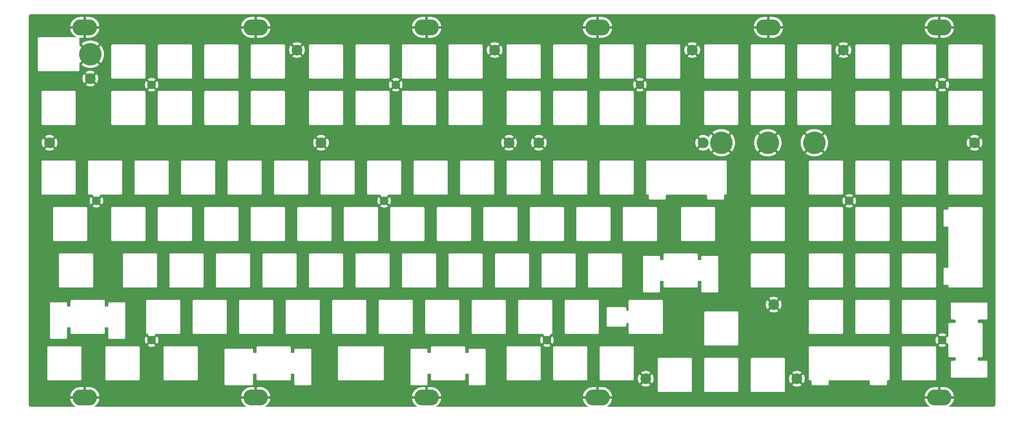
<source format=gbr>
%TF.GenerationSoftware,KiCad,Pcbnew,7.0.2*%
%TF.CreationDate,2023-06-27T02:19:37-04:00*%
%TF.ProjectId,3DP-FR4-hotswap-plate-ANSI,3344502d-4652-4342-9d68-6f7473776170,rev?*%
%TF.SameCoordinates,Original*%
%TF.FileFunction,Copper,L1,Top*%
%TF.FilePolarity,Positive*%
%FSLAX46Y46*%
G04 Gerber Fmt 4.6, Leading zero omitted, Abs format (unit mm)*
G04 Created by KiCad (PCBNEW 7.0.2) date 2023-06-27 02:19:37*
%MOMM*%
%LPD*%
G01*
G04 APERTURE LIST*
%TA.AperFunction,ComponentPad*%
%ADD10O,10.000000X6.500000*%
%TD*%
%TA.AperFunction,ComponentPad*%
%ADD11C,4.400000*%
%TD*%
%TA.AperFunction,ComponentPad*%
%ADD12C,3.500000*%
%TD*%
%TA.AperFunction,ComponentPad*%
%ADD13C,9.200000*%
%TD*%
G04 APERTURE END LIST*
D10*
%TO.P,H308,1,1*%
%TO.N,Mounting-hole*%
X93000000Y-157200000D03*
%TD*%
%TO.P,H306,1,1*%
%TO.N,Mounting-hole*%
X373000000Y-5375000D03*
%TD*%
D11*
%TO.P,H508,1,1*%
%TO.N,Mounting-hole*%
X276262300Y-52712500D03*
%TD*%
D12*
%TO.P,H206,1,1*%
%TO.N,Mounting-hole*%
X145613000Y-76525000D03*
%TD*%
%TO.P,H208,1,1*%
%TO.N,Mounting-hole*%
X50363000Y-133675000D03*
%TD*%
D10*
%TO.P,H311,1,1*%
%TO.N,Mounting-hole*%
X373000000Y-157200000D03*
%TD*%
D12*
%TO.P,H201,1,1*%
%TO.N,Mounting-hole*%
X50363000Y-28900000D03*
%TD*%
%TO.P,H207,1,1*%
%TO.N,Mounting-hole*%
X336113000Y-76525000D03*
%TD*%
D10*
%TO.P,H310,1,1*%
%TO.N,Mounting-hole*%
X233000000Y-157200000D03*
%TD*%
D13*
%TO.P,H102,1,1*%
%TO.N,Mounting-hole*%
X283725500Y-52712500D03*
%TD*%
D12*
%TO.P,H210,1,1*%
%TO.N,Mounting-hole*%
X374213000Y-133675000D03*
%TD*%
D13*
%TO.P,H104,1,1*%
%TO.N,Mounting-hole*%
X321825500Y-52712500D03*
%TD*%
D11*
%TO.P,H503,1,1*%
%TO.N,Mounting-hole*%
X109894250Y-14675000D03*
%TD*%
D10*
%TO.P,H304,1,1*%
%TO.N,Mounting-hole*%
X233000000Y-5375000D03*
%TD*%
%TO.P,H301,1,1*%
%TO.N,Mounting-hole*%
X23000000Y-5375000D03*
%TD*%
D11*
%TO.P,H512,1,1*%
%TO.N,Mounting-hole*%
X333731750Y-14675000D03*
%TD*%
%TO.P,H511,1,1*%
%TO.N,Mounting-hole*%
X305157000Y-119100000D03*
%TD*%
%TO.P,H101,1,1*%
%TO.N,Mounting-hole*%
X190856750Y-14675000D03*
%TD*%
D10*
%TO.P,H307,1,1*%
%TO.N,Mounting-hole*%
X23000000Y-157200000D03*
%TD*%
D11*
%TO.P,H506,1,1*%
%TO.N,Mounting-hole*%
X208963000Y-52712500D03*
%TD*%
%TO.P,H504,1,1*%
%TO.N,Mounting-hole*%
X119763000Y-52712500D03*
%TD*%
D10*
%TO.P,H303,1,1*%
%TO.N,Mounting-hole*%
X163000000Y-5375000D03*
%TD*%
D11*
%TO.P,H502,1,1*%
%TO.N,Mounting-hole*%
X25263000Y-26375000D03*
%TD*%
D12*
%TO.P,H203,1,1*%
%TO.N,Mounting-hole*%
X250388000Y-28900000D03*
%TD*%
D11*
%TO.P,H505,1,1*%
%TO.N,Mounting-hole*%
X196762300Y-52712500D03*
%TD*%
D12*
%TO.P,H202,1,1*%
%TO.N,Mounting-hole*%
X150375500Y-28900000D03*
%TD*%
%TO.P,H209,1,1*%
%TO.N,Mounting-hole*%
X212288000Y-133675000D03*
%TD*%
D13*
%TO.P,H513,1,1*%
%TO.N,Mounting-hole*%
X25263000Y-16375000D03*
%TD*%
D11*
%TO.P,H514,1,1*%
%TO.N,Mounting-hole*%
X314681750Y-149531112D03*
%TD*%
%TO.P,H507,1,1*%
%TO.N,Mounting-hole*%
X271819250Y-14675000D03*
%TD*%
D13*
%TO.P,H103,1,1*%
%TO.N,Mounting-hole*%
X302775500Y-52712500D03*
%TD*%
D10*
%TO.P,H302,1,1*%
%TO.N,Mounting-hole*%
X93000000Y-5375000D03*
%TD*%
D11*
%TO.P,H501,1,1*%
%TO.N,Mounting-hole*%
X8563000Y-52712500D03*
%TD*%
%TO.P,H510,1,1*%
%TO.N,Mounting-hole*%
X252769250Y-149531112D03*
%TD*%
%TO.P,H509,1,1*%
%TO.N,Mounting-hole*%
X387437000Y-52712500D03*
%TD*%
D10*
%TO.P,H305,1,1*%
%TO.N,Mounting-hole*%
X303000000Y-5375000D03*
%TD*%
D12*
%TO.P,H204,1,1*%
%TO.N,Mounting-hole*%
X374213000Y-28900000D03*
%TD*%
D10*
%TO.P,H309,1,1*%
%TO.N,Mounting-hole*%
X163000000Y-157200000D03*
%TD*%
D12*
%TO.P,H205,1,1*%
%TO.N,Mounting-hole*%
X27741125Y-76525000D03*
%TD*%
%TA.AperFunction,Conductor*%
%TO.N,Mounting-hole*%
G36*
X395005474Y-978D02*
G01*
X395045519Y-4482D01*
X395171622Y-16903D01*
X395191842Y-20583D01*
X395256419Y-37886D01*
X395260252Y-38981D01*
X395351432Y-66640D01*
X395368092Y-73014D01*
X395404035Y-89775D01*
X395433794Y-103652D01*
X395439939Y-106724D01*
X395518940Y-148951D01*
X395531815Y-156860D01*
X395592829Y-199583D01*
X395600491Y-205396D01*
X395668383Y-261113D01*
X395677545Y-269418D01*
X395730580Y-322453D01*
X395738885Y-331615D01*
X395794602Y-399507D01*
X395800415Y-407169D01*
X395843138Y-468183D01*
X395851047Y-481058D01*
X395893274Y-560059D01*
X395896346Y-566204D01*
X395926982Y-631902D01*
X395933362Y-648577D01*
X395960996Y-739674D01*
X395962129Y-743640D01*
X395979412Y-808144D01*
X395983098Y-828404D01*
X395995523Y-954554D01*
X395997160Y-973260D01*
X395999023Y-994548D01*
X395999500Y-1005488D01*
X395999500Y-159994499D01*
X395999020Y-160005483D01*
X395995523Y-160045444D01*
X395983099Y-160171597D01*
X395979413Y-160191850D01*
X395962129Y-160256358D01*
X395960996Y-160260324D01*
X395933362Y-160351421D01*
X395926982Y-160368096D01*
X395896346Y-160433794D01*
X395893274Y-160439939D01*
X395851047Y-160518940D01*
X395843138Y-160531815D01*
X395800415Y-160592829D01*
X395794602Y-160600491D01*
X395738885Y-160668383D01*
X395730580Y-160677545D01*
X395677545Y-160730580D01*
X395668383Y-160738885D01*
X395600491Y-160794602D01*
X395592829Y-160800415D01*
X395531815Y-160843138D01*
X395518940Y-160851047D01*
X395439939Y-160893274D01*
X395433794Y-160896346D01*
X395368096Y-160926982D01*
X395351421Y-160933362D01*
X395260324Y-160960996D01*
X395256358Y-160962129D01*
X395191854Y-160979412D01*
X395171595Y-160983098D01*
X395045446Y-160995523D01*
X395025837Y-160997239D01*
X395005452Y-160999022D01*
X394994511Y-160999500D01*
X377135899Y-160999500D01*
X377067778Y-160979498D01*
X377021285Y-160925842D01*
X377011181Y-160855568D01*
X377040675Y-160790988D01*
X377072020Y-160764893D01*
X377079159Y-160760693D01*
X377084232Y-160757370D01*
X377411934Y-160519280D01*
X377416677Y-160515471D01*
X377719865Y-160246869D01*
X377724217Y-160242621D01*
X378000062Y-159946018D01*
X378003994Y-159941357D01*
X378249921Y-159619518D01*
X378253376Y-159614513D01*
X378467106Y-159270420D01*
X378470051Y-159265124D01*
X378649573Y-158902011D01*
X378652001Y-158896436D01*
X378795633Y-158517712D01*
X378797518Y-158511910D01*
X378903924Y-158121100D01*
X378905239Y-158115154D01*
X378973431Y-157715887D01*
X378974166Y-157709829D01*
X378974880Y-157700000D01*
X375245603Y-157700000D01*
X375285216Y-157500854D01*
X375304935Y-157200000D01*
X375285216Y-156899146D01*
X375245603Y-156700000D01*
X378970504Y-156700000D01*
X378970504Y-156699999D01*
X378944602Y-156486677D01*
X378943576Y-156480671D01*
X378856172Y-156085160D01*
X378854573Y-156079286D01*
X378729405Y-155694060D01*
X378727251Y-155688381D01*
X378565481Y-155317016D01*
X378562793Y-155311579D01*
X378365938Y-154957565D01*
X378362731Y-154952402D01*
X378132634Y-154619050D01*
X378128939Y-154614214D01*
X377867744Y-154304627D01*
X377863600Y-154300171D01*
X377573749Y-154017241D01*
X377569184Y-154013197D01*
X377253388Y-153759570D01*
X377248455Y-153755985D01*
X376909654Y-153534021D01*
X376904387Y-153530923D01*
X376545750Y-153342695D01*
X376540227Y-153340129D01*
X376165070Y-153187382D01*
X376159347Y-153185368D01*
X375771205Y-153069545D01*
X375765290Y-153068087D01*
X375367777Y-152990264D01*
X375361771Y-152989387D01*
X374958600Y-152950293D01*
X374952527Y-152950000D01*
X373500000Y-152950000D01*
X373500000Y-154954396D01*
X373300854Y-154914784D01*
X373075294Y-154900000D01*
X372924706Y-154900000D01*
X372699146Y-154914784D01*
X372500000Y-154954396D01*
X372500000Y-152950000D01*
X371148781Y-152950000D01*
X371145768Y-152950072D01*
X370842376Y-152964747D01*
X370836324Y-152965334D01*
X370435518Y-153023861D01*
X370429553Y-153025029D01*
X370036270Y-153121964D01*
X370030426Y-153123708D01*
X369648346Y-153258144D01*
X369642710Y-153260439D01*
X369275392Y-153431122D01*
X369269981Y-153433962D01*
X368920841Y-153639305D01*
X368915767Y-153642629D01*
X368588065Y-153880719D01*
X368583322Y-153884528D01*
X368280134Y-154153130D01*
X368275782Y-154157378D01*
X367999937Y-154453981D01*
X367996005Y-154458642D01*
X367750078Y-154780481D01*
X367746623Y-154785486D01*
X367532893Y-155129579D01*
X367529948Y-155134875D01*
X367350426Y-155497988D01*
X367347998Y-155503563D01*
X367204366Y-155882287D01*
X367202481Y-155888089D01*
X367096075Y-156278899D01*
X367094760Y-156284845D01*
X367026568Y-156684112D01*
X367025833Y-156690170D01*
X367025119Y-156699999D01*
X367025120Y-156700000D01*
X370754397Y-156700000D01*
X370714784Y-156899146D01*
X370695065Y-157200000D01*
X370714784Y-157500854D01*
X370754397Y-157700000D01*
X367029496Y-157700000D01*
X367055397Y-157913322D01*
X367056423Y-157919328D01*
X367143827Y-158314839D01*
X367145426Y-158320713D01*
X367270594Y-158705939D01*
X367272748Y-158711618D01*
X367434518Y-159082983D01*
X367437206Y-159088420D01*
X367634061Y-159442434D01*
X367637268Y-159447597D01*
X367867365Y-159780949D01*
X367871060Y-159785785D01*
X368132255Y-160095372D01*
X368136399Y-160099828D01*
X368426250Y-160382758D01*
X368430815Y-160386802D01*
X368746611Y-160640429D01*
X368751544Y-160644014D01*
X368940953Y-160768105D01*
X368986972Y-160822167D01*
X368996458Y-160892527D01*
X368966399Y-160956846D01*
X368906338Y-160994703D01*
X368871903Y-160999500D01*
X237135899Y-160999500D01*
X237067778Y-160979498D01*
X237021285Y-160925842D01*
X237011181Y-160855568D01*
X237040675Y-160790988D01*
X237072020Y-160764893D01*
X237079159Y-160760693D01*
X237084232Y-160757370D01*
X237411934Y-160519280D01*
X237416677Y-160515471D01*
X237719865Y-160246869D01*
X237724217Y-160242621D01*
X238000062Y-159946018D01*
X238003994Y-159941357D01*
X238249921Y-159619518D01*
X238253376Y-159614513D01*
X238467106Y-159270420D01*
X238470051Y-159265124D01*
X238649573Y-158902011D01*
X238652001Y-158896436D01*
X238795633Y-158517712D01*
X238797518Y-158511910D01*
X238903924Y-158121100D01*
X238905239Y-158115154D01*
X238973431Y-157715887D01*
X238974166Y-157709829D01*
X238974880Y-157700000D01*
X235245603Y-157700000D01*
X235285216Y-157500854D01*
X235304935Y-157200000D01*
X235285216Y-156899146D01*
X235245603Y-156700000D01*
X238970504Y-156700000D01*
X238970504Y-156699999D01*
X238944602Y-156486677D01*
X238943576Y-156480671D01*
X238856172Y-156085160D01*
X238854573Y-156079286D01*
X238729405Y-155694060D01*
X238727251Y-155688381D01*
X238565481Y-155317016D01*
X238562793Y-155311579D01*
X238365938Y-154957565D01*
X238362731Y-154952402D01*
X238132634Y-154619050D01*
X238128939Y-154614214D01*
X237950604Y-154402839D01*
X257667645Y-154402839D01*
X257673922Y-154450516D01*
X257675000Y-154466963D01*
X257675000Y-154518895D01*
X257676364Y-154524872D01*
X257674869Y-154549255D01*
X257686527Y-154577400D01*
X257692959Y-154597579D01*
X257700097Y-154628852D01*
X257709777Y-154648953D01*
X257714162Y-154675584D01*
X257728912Y-154694807D01*
X257742471Y-154716841D01*
X257749032Y-154730466D01*
X257771423Y-154758543D01*
X257782564Y-154785833D01*
X257797728Y-154797469D01*
X257819085Y-154818431D01*
X257819126Y-154818464D01*
X257819328Y-154818669D01*
X257819534Y-154818872D01*
X257819566Y-154818912D01*
X257840530Y-154840271D01*
X257847595Y-154849479D01*
X257852552Y-154850162D01*
X257879455Y-154866576D01*
X257907530Y-154888965D01*
X257907533Y-154888967D01*
X257921159Y-154895529D01*
X257943194Y-154909088D01*
X257954787Y-154917983D01*
X257956849Y-154917764D01*
X257989046Y-154928222D01*
X258009149Y-154937903D01*
X258030216Y-154942711D01*
X258040418Y-154945040D01*
X258060600Y-154951472D01*
X258078388Y-154958840D01*
X258113125Y-154961634D01*
X258119107Y-154963000D01*
X258119109Y-154963000D01*
X258171043Y-154963000D01*
X258187489Y-154964078D01*
X258223003Y-154968753D01*
X258260208Y-154963000D01*
X271090791Y-154963000D01*
X271115837Y-154970354D01*
X271163510Y-154964078D01*
X271179956Y-154963000D01*
X271231889Y-154963000D01*
X271231893Y-154963000D01*
X271237868Y-154961636D01*
X271262252Y-154963129D01*
X271290394Y-154951473D01*
X271310577Y-154945041D01*
X271310582Y-154945040D01*
X271341851Y-154937903D01*
X271361949Y-154928224D01*
X271388584Y-154923837D01*
X271407804Y-154909090D01*
X271429839Y-154895530D01*
X271430626Y-154895150D01*
X271443467Y-154888967D01*
X271471543Y-154866576D01*
X271498832Y-154855435D01*
X271510465Y-154840275D01*
X271531426Y-154818918D01*
X271531460Y-154818877D01*
X271531670Y-154818670D01*
X271531877Y-154818460D01*
X271531918Y-154818426D01*
X271553275Y-154797465D01*
X271562480Y-154790401D01*
X271563163Y-154785446D01*
X271579574Y-154758545D01*
X271601967Y-154730467D01*
X271608529Y-154716839D01*
X271622090Y-154694804D01*
X271630987Y-154683208D01*
X271630767Y-154681141D01*
X271641224Y-154648950D01*
X271650903Y-154628851D01*
X271658041Y-154597577D01*
X271664473Y-154577394D01*
X271671838Y-154559612D01*
X271674635Y-154524871D01*
X271676000Y-154518893D01*
X271676000Y-154466954D01*
X271677078Y-154450509D01*
X271681752Y-154414999D01*
X271679872Y-154402839D01*
X276717645Y-154402839D01*
X276723922Y-154450516D01*
X276725000Y-154466963D01*
X276725000Y-154518895D01*
X276726364Y-154524872D01*
X276724869Y-154549255D01*
X276736527Y-154577400D01*
X276742959Y-154597579D01*
X276750097Y-154628852D01*
X276759777Y-154648953D01*
X276764162Y-154675584D01*
X276778912Y-154694807D01*
X276792471Y-154716841D01*
X276799032Y-154730466D01*
X276821423Y-154758543D01*
X276832564Y-154785833D01*
X276847728Y-154797469D01*
X276869085Y-154818431D01*
X276869126Y-154818464D01*
X276869328Y-154818669D01*
X276869534Y-154818872D01*
X276869566Y-154818912D01*
X276890530Y-154840271D01*
X276897595Y-154849479D01*
X276902552Y-154850162D01*
X276929455Y-154866576D01*
X276957530Y-154888965D01*
X276957533Y-154888967D01*
X276971159Y-154895529D01*
X276993194Y-154909088D01*
X277004787Y-154917983D01*
X277006849Y-154917764D01*
X277039046Y-154928222D01*
X277059149Y-154937903D01*
X277080216Y-154942711D01*
X277090418Y-154945040D01*
X277110600Y-154951472D01*
X277128388Y-154958840D01*
X277163125Y-154961634D01*
X277169107Y-154963000D01*
X277169109Y-154963000D01*
X277221043Y-154963000D01*
X277237489Y-154964078D01*
X277273003Y-154968753D01*
X277310208Y-154963000D01*
X290140791Y-154963000D01*
X290165837Y-154970354D01*
X290213510Y-154964078D01*
X290229956Y-154963000D01*
X290281889Y-154963000D01*
X290281893Y-154963000D01*
X290287868Y-154961636D01*
X290312252Y-154963129D01*
X290340394Y-154951473D01*
X290360577Y-154945041D01*
X290360582Y-154945040D01*
X290391851Y-154937903D01*
X290411949Y-154928224D01*
X290438584Y-154923837D01*
X290457804Y-154909090D01*
X290479839Y-154895530D01*
X290480626Y-154895150D01*
X290493467Y-154888967D01*
X290521543Y-154866576D01*
X290548832Y-154855435D01*
X290560465Y-154840275D01*
X290581426Y-154818918D01*
X290581460Y-154818877D01*
X290581670Y-154818670D01*
X290581877Y-154818460D01*
X290581918Y-154818426D01*
X290603275Y-154797465D01*
X290612480Y-154790401D01*
X290613163Y-154785446D01*
X290629574Y-154758545D01*
X290651967Y-154730467D01*
X290658529Y-154716839D01*
X290672090Y-154694804D01*
X290680987Y-154683208D01*
X290680767Y-154681141D01*
X290691224Y-154648950D01*
X290700903Y-154628851D01*
X290708041Y-154597577D01*
X290714473Y-154577394D01*
X290721838Y-154559612D01*
X290724635Y-154524871D01*
X290726000Y-154518893D01*
X290726000Y-154466941D01*
X290727077Y-154450507D01*
X290731752Y-154414996D01*
X290729873Y-154402839D01*
X295767645Y-154402839D01*
X295773922Y-154450516D01*
X295775000Y-154466963D01*
X295775000Y-154518895D01*
X295776364Y-154524872D01*
X295774869Y-154549255D01*
X295786527Y-154577400D01*
X295792959Y-154597579D01*
X295800097Y-154628852D01*
X295809777Y-154648953D01*
X295814162Y-154675584D01*
X295828912Y-154694807D01*
X295842471Y-154716841D01*
X295849032Y-154730466D01*
X295871423Y-154758543D01*
X295882564Y-154785833D01*
X295897728Y-154797469D01*
X295919085Y-154818431D01*
X295919126Y-154818464D01*
X295919328Y-154818669D01*
X295919534Y-154818872D01*
X295919566Y-154818912D01*
X295940530Y-154840271D01*
X295947595Y-154849479D01*
X295952552Y-154850162D01*
X295979455Y-154866576D01*
X296007530Y-154888965D01*
X296007533Y-154888967D01*
X296021159Y-154895529D01*
X296043194Y-154909088D01*
X296054787Y-154917983D01*
X296056849Y-154917764D01*
X296089046Y-154928222D01*
X296109149Y-154937903D01*
X296130216Y-154942711D01*
X296140418Y-154945040D01*
X296160600Y-154951472D01*
X296178388Y-154958840D01*
X296213125Y-154961634D01*
X296219107Y-154963000D01*
X296219109Y-154963000D01*
X296271043Y-154963000D01*
X296287489Y-154964078D01*
X296323003Y-154968753D01*
X296360208Y-154963000D01*
X309190791Y-154963000D01*
X309215837Y-154970354D01*
X309263510Y-154964078D01*
X309279956Y-154963000D01*
X309331889Y-154963000D01*
X309331893Y-154963000D01*
X309337868Y-154961636D01*
X309362252Y-154963129D01*
X309390394Y-154951473D01*
X309410577Y-154945041D01*
X309410582Y-154945040D01*
X309441851Y-154937903D01*
X309461949Y-154928224D01*
X309488584Y-154923837D01*
X309507804Y-154909090D01*
X309529839Y-154895530D01*
X309530626Y-154895150D01*
X309543467Y-154888967D01*
X309571543Y-154866576D01*
X309598832Y-154855435D01*
X309610465Y-154840275D01*
X309631426Y-154818918D01*
X309631460Y-154818877D01*
X309631670Y-154818670D01*
X309631877Y-154818460D01*
X309631918Y-154818426D01*
X309653275Y-154797465D01*
X309662480Y-154790401D01*
X309663163Y-154785446D01*
X309679574Y-154758545D01*
X309701967Y-154730467D01*
X309708529Y-154716839D01*
X309722090Y-154694804D01*
X309730987Y-154683208D01*
X309730767Y-154681141D01*
X309741224Y-154648950D01*
X309750903Y-154628851D01*
X309758041Y-154597577D01*
X309764473Y-154577394D01*
X309771838Y-154559612D01*
X309774635Y-154524871D01*
X309776000Y-154518893D01*
X309776000Y-154466955D01*
X309777078Y-154450509D01*
X309781752Y-154414999D01*
X309776000Y-154377790D01*
X309776000Y-149534637D01*
X311476906Y-149534637D01*
X311496662Y-149886434D01*
X311497452Y-149893447D01*
X311556473Y-150240822D01*
X311558041Y-150247691D01*
X311655585Y-150586271D01*
X311657917Y-150592938D01*
X311792753Y-150918459D01*
X311795818Y-150924824D01*
X311966250Y-151233199D01*
X311970011Y-151239184D01*
X312093097Y-151412658D01*
X313632778Y-149872976D01*
X313637520Y-149892523D01*
X313724788Y-150083614D01*
X313846644Y-150254736D01*
X313998682Y-150399704D01*
X314175408Y-150513279D01*
X314340567Y-150579399D01*
X312800203Y-152119763D01*
X312973677Y-152242850D01*
X312979662Y-152246611D01*
X313288037Y-152417043D01*
X313294402Y-152420108D01*
X313619923Y-152554944D01*
X313626590Y-152557276D01*
X313965170Y-152654820D01*
X313972039Y-152656388D01*
X314319414Y-152715409D01*
X314326427Y-152716199D01*
X314678224Y-152735956D01*
X314685276Y-152735956D01*
X315037072Y-152716199D01*
X315044085Y-152715409D01*
X315391460Y-152656388D01*
X315398329Y-152654820D01*
X315736909Y-152557276D01*
X315743576Y-152554944D01*
X316069097Y-152420108D01*
X316075462Y-152417043D01*
X316383846Y-152246606D01*
X316389822Y-152242851D01*
X316563296Y-152119764D01*
X315021364Y-150577831D01*
X315092439Y-150556962D01*
X315279160Y-150460701D01*
X315444290Y-150330841D01*
X315581860Y-150172077D01*
X315686897Y-149990147D01*
X315728290Y-149870547D01*
X317270401Y-151412658D01*
X317270402Y-151412658D01*
X317393489Y-151239184D01*
X317397244Y-151233208D01*
X317567681Y-150924824D01*
X317570746Y-150918459D01*
X317705582Y-150592938D01*
X317707914Y-150586271D01*
X317805458Y-150247691D01*
X317807026Y-150240822D01*
X317866047Y-149893447D01*
X317866837Y-149886434D01*
X317880658Y-149640339D01*
X319580145Y-149640339D01*
X319586422Y-149688016D01*
X319587500Y-149704463D01*
X319587500Y-149756395D01*
X319588864Y-149762372D01*
X319587369Y-149786755D01*
X319599027Y-149814900D01*
X319605459Y-149835079D01*
X319612597Y-149866352D01*
X319622277Y-149886453D01*
X319626662Y-149913084D01*
X319641412Y-149932307D01*
X319654971Y-149954341D01*
X319661532Y-149967966D01*
X319683923Y-149996043D01*
X319695064Y-150023333D01*
X319710228Y-150034969D01*
X319731585Y-150055931D01*
X319731626Y-150055964D01*
X319731828Y-150056169D01*
X319732034Y-150056372D01*
X319732066Y-150056412D01*
X319753030Y-150077771D01*
X319760095Y-150086979D01*
X319765052Y-150087662D01*
X319791955Y-150104076D01*
X319820030Y-150126465D01*
X319820033Y-150126467D01*
X319833659Y-150133029D01*
X319855694Y-150146588D01*
X319867287Y-150155483D01*
X319869349Y-150155264D01*
X319901546Y-150165722D01*
X319902005Y-150165943D01*
X319921649Y-150175403D01*
X319942716Y-150180211D01*
X319952918Y-150182540D01*
X319973100Y-150188972D01*
X319990888Y-150196340D01*
X320025625Y-150199134D01*
X320031607Y-150200500D01*
X320083543Y-150200500D01*
X320099989Y-150201578D01*
X320135503Y-150206253D01*
X320172708Y-150200500D01*
X320365084Y-150200500D01*
X320384735Y-150202042D01*
X320384830Y-150202057D01*
X320389763Y-150202936D01*
X320460925Y-150217091D01*
X320493542Y-150228402D01*
X320506265Y-150234884D01*
X320519057Y-150242381D01*
X320558973Y-150269052D01*
X320578064Y-150284721D01*
X320590277Y-150296934D01*
X320605947Y-150316027D01*
X320632614Y-150355937D01*
X320640116Y-150368737D01*
X320646595Y-150381453D01*
X320657907Y-150414074D01*
X320672061Y-150485232D01*
X320672798Y-150489284D01*
X320672816Y-150489393D01*
X320674500Y-150509922D01*
X320674500Y-151615291D01*
X320667145Y-151640339D01*
X320673422Y-151688016D01*
X320674500Y-151704463D01*
X320674500Y-151756395D01*
X320675864Y-151762372D01*
X320674369Y-151786755D01*
X320686027Y-151814900D01*
X320692459Y-151835079D01*
X320699597Y-151866352D01*
X320709277Y-151886453D01*
X320713662Y-151913084D01*
X320728412Y-151932307D01*
X320741971Y-151954341D01*
X320748532Y-151967966D01*
X320770923Y-151996043D01*
X320782064Y-152023333D01*
X320797228Y-152034969D01*
X320818585Y-152055931D01*
X320818626Y-152055964D01*
X320818828Y-152056169D01*
X320819034Y-152056372D01*
X320819066Y-152056412D01*
X320840030Y-152077771D01*
X320847095Y-152086979D01*
X320852052Y-152087662D01*
X320878955Y-152104076D01*
X320907029Y-152126464D01*
X320907033Y-152126467D01*
X320920659Y-152133029D01*
X320942694Y-152146588D01*
X320954287Y-152155483D01*
X320956349Y-152155264D01*
X320988546Y-152165722D01*
X320993478Y-152168097D01*
X321008649Y-152175403D01*
X321029716Y-152180211D01*
X321039918Y-152182540D01*
X321060100Y-152188972D01*
X321077888Y-152196340D01*
X321112625Y-152199134D01*
X321118607Y-152200500D01*
X321118609Y-152200500D01*
X321170543Y-152200500D01*
X321186989Y-152201578D01*
X321222503Y-152206253D01*
X321259708Y-152200500D01*
X327090291Y-152200500D01*
X327115337Y-152207854D01*
X327163010Y-152201578D01*
X327179456Y-152200500D01*
X327231389Y-152200500D01*
X327231393Y-152200500D01*
X327237368Y-152199136D01*
X327261752Y-152200629D01*
X327289894Y-152188973D01*
X327310077Y-152182541D01*
X327310082Y-152182540D01*
X327341351Y-152175403D01*
X327341378Y-152175390D01*
X327361450Y-152165724D01*
X327388084Y-152161337D01*
X327407304Y-152146590D01*
X327429339Y-152133030D01*
X327430126Y-152132650D01*
X327442967Y-152126467D01*
X327471043Y-152104076D01*
X327498332Y-152092935D01*
X327509965Y-152077775D01*
X327530926Y-152056418D01*
X327530960Y-152056377D01*
X327531170Y-152056170D01*
X327531377Y-152055960D01*
X327531418Y-152055926D01*
X327552775Y-152034965D01*
X327561980Y-152027901D01*
X327562663Y-152022946D01*
X327579074Y-151996045D01*
X327601467Y-151967967D01*
X327608027Y-151954346D01*
X327608030Y-151954339D01*
X327621590Y-151932304D01*
X327630487Y-151920708D01*
X327630267Y-151918641D01*
X327640724Y-151886450D01*
X327650403Y-151866351D01*
X327657541Y-151835077D01*
X327663973Y-151814894D01*
X327671338Y-151797112D01*
X327674136Y-151762369D01*
X327675500Y-151756393D01*
X327675500Y-151704449D01*
X327676578Y-151688009D01*
X327681252Y-151652499D01*
X327675500Y-151615290D01*
X327675500Y-150509913D01*
X327676965Y-150490754D01*
X327676979Y-150490663D01*
X327677929Y-150485273D01*
X327692092Y-150414069D01*
X327703400Y-150381461D01*
X327709892Y-150368718D01*
X327717372Y-150355956D01*
X327744060Y-150316015D01*
X327759711Y-150296945D01*
X327771945Y-150284711D01*
X327791015Y-150269060D01*
X327830956Y-150242372D01*
X327843718Y-150234892D01*
X327856461Y-150228400D01*
X327889069Y-150217092D01*
X327960272Y-150202929D01*
X327965866Y-150201948D01*
X327965958Y-150201934D01*
X327984914Y-150200500D01*
X344241084Y-150200500D01*
X344260735Y-150202042D01*
X344260830Y-150202057D01*
X344265763Y-150202936D01*
X344336925Y-150217091D01*
X344369542Y-150228402D01*
X344382265Y-150234884D01*
X344395057Y-150242381D01*
X344434973Y-150269052D01*
X344454064Y-150284721D01*
X344466277Y-150296934D01*
X344481947Y-150316027D01*
X344508614Y-150355937D01*
X344516116Y-150368737D01*
X344522595Y-150381453D01*
X344533907Y-150414074D01*
X344548061Y-150485232D01*
X344548798Y-150489284D01*
X344548816Y-150489393D01*
X344550500Y-150509922D01*
X344550500Y-151615291D01*
X344543145Y-151640339D01*
X344549422Y-151688016D01*
X344550500Y-151704463D01*
X344550500Y-151756395D01*
X344551864Y-151762372D01*
X344550369Y-151786755D01*
X344562027Y-151814900D01*
X344568459Y-151835079D01*
X344575597Y-151866352D01*
X344585277Y-151886453D01*
X344589662Y-151913084D01*
X344604412Y-151932307D01*
X344617971Y-151954341D01*
X344624532Y-151967966D01*
X344646923Y-151996043D01*
X344658064Y-152023333D01*
X344673228Y-152034969D01*
X344694585Y-152055931D01*
X344694626Y-152055964D01*
X344694828Y-152056169D01*
X344695034Y-152056372D01*
X344695066Y-152056412D01*
X344716030Y-152077771D01*
X344723095Y-152086979D01*
X344728052Y-152087662D01*
X344754955Y-152104076D01*
X344783029Y-152126464D01*
X344783033Y-152126467D01*
X344796659Y-152133029D01*
X344818694Y-152146588D01*
X344830287Y-152155483D01*
X344832349Y-152155264D01*
X344864546Y-152165722D01*
X344869478Y-152168097D01*
X344884649Y-152175403D01*
X344905716Y-152180211D01*
X344915918Y-152182540D01*
X344936100Y-152188972D01*
X344953888Y-152196340D01*
X344988625Y-152199134D01*
X344994607Y-152200500D01*
X344994609Y-152200500D01*
X345046543Y-152200500D01*
X345062989Y-152201578D01*
X345098503Y-152206253D01*
X345135708Y-152200500D01*
X350966291Y-152200500D01*
X350991337Y-152207854D01*
X351039010Y-152201578D01*
X351055456Y-152200500D01*
X351107389Y-152200500D01*
X351107393Y-152200500D01*
X351113368Y-152199136D01*
X351137752Y-152200629D01*
X351165894Y-152188973D01*
X351186077Y-152182541D01*
X351186082Y-152182540D01*
X351217351Y-152175403D01*
X351217378Y-152175390D01*
X351237450Y-152165724D01*
X351264084Y-152161337D01*
X351283304Y-152146590D01*
X351305339Y-152133030D01*
X351306126Y-152132650D01*
X351318967Y-152126467D01*
X351347043Y-152104076D01*
X351374332Y-152092935D01*
X351385965Y-152077775D01*
X351406926Y-152056418D01*
X351406960Y-152056377D01*
X351407170Y-152056170D01*
X351407377Y-152055960D01*
X351407418Y-152055926D01*
X351428775Y-152034965D01*
X351437980Y-152027901D01*
X351438663Y-152022946D01*
X351455074Y-151996045D01*
X351477467Y-151967967D01*
X351484027Y-151954346D01*
X351484030Y-151954339D01*
X351497590Y-151932304D01*
X351506487Y-151920708D01*
X351506267Y-151918641D01*
X351516724Y-151886450D01*
X351526403Y-151866351D01*
X351533541Y-151835077D01*
X351539973Y-151814894D01*
X351547338Y-151797112D01*
X351550136Y-151762369D01*
X351551500Y-151756393D01*
X351551500Y-151704449D01*
X351552578Y-151688009D01*
X351557252Y-151652499D01*
X351551500Y-151615290D01*
X351551500Y-150509913D01*
X351552965Y-150490754D01*
X351552979Y-150490663D01*
X351553929Y-150485273D01*
X351568092Y-150414069D01*
X351579400Y-150381461D01*
X351585892Y-150368718D01*
X351593372Y-150355956D01*
X351620060Y-150316015D01*
X351635711Y-150296945D01*
X351647945Y-150284711D01*
X351667015Y-150269060D01*
X351706956Y-150242372D01*
X351719718Y-150234892D01*
X351732461Y-150228400D01*
X351765069Y-150217092D01*
X351836272Y-150202929D01*
X351841866Y-150201948D01*
X351841958Y-150201934D01*
X351860914Y-150200500D01*
X352053291Y-150200500D01*
X352078337Y-150207854D01*
X352126010Y-150201578D01*
X352142456Y-150200500D01*
X352194389Y-150200500D01*
X352194393Y-150200500D01*
X352200368Y-150199136D01*
X352224752Y-150200629D01*
X352252894Y-150188973D01*
X352273077Y-150182541D01*
X352273082Y-150182540D01*
X352304351Y-150175403D01*
X352304424Y-150175368D01*
X352324450Y-150165724D01*
X352351084Y-150161337D01*
X352370304Y-150146590D01*
X352392339Y-150133030D01*
X352393126Y-150132650D01*
X352405967Y-150126467D01*
X352434043Y-150104076D01*
X352461332Y-150092935D01*
X352472965Y-150077775D01*
X352493926Y-150056418D01*
X352493960Y-150056377D01*
X352494170Y-150056170D01*
X352494377Y-150055960D01*
X352494418Y-150055926D01*
X352515775Y-150034965D01*
X352524980Y-150027901D01*
X352525663Y-150022946D01*
X352542074Y-149996045D01*
X352564467Y-149967967D01*
X352571026Y-149954348D01*
X352571030Y-149954339D01*
X352584590Y-149932304D01*
X352593487Y-149920708D01*
X352593267Y-149918641D01*
X352603724Y-149886450D01*
X352613403Y-149866351D01*
X352620541Y-149835077D01*
X352626973Y-149814894D01*
X352634338Y-149797112D01*
X352637136Y-149762369D01*
X352638500Y-149756393D01*
X352638500Y-149704451D01*
X352639578Y-149688009D01*
X352644252Y-149652499D01*
X352642372Y-149640339D01*
X357680145Y-149640339D01*
X357686422Y-149688016D01*
X357687500Y-149704463D01*
X357687500Y-149756395D01*
X357688864Y-149762372D01*
X357687369Y-149786755D01*
X357699027Y-149814900D01*
X357705459Y-149835079D01*
X357712597Y-149866352D01*
X357722277Y-149886453D01*
X357726662Y-149913084D01*
X357741412Y-149932307D01*
X357754971Y-149954341D01*
X357761532Y-149967966D01*
X357783923Y-149996043D01*
X357795064Y-150023333D01*
X357810228Y-150034969D01*
X357831585Y-150055931D01*
X357831626Y-150055964D01*
X357831828Y-150056169D01*
X357832034Y-150056372D01*
X357832066Y-150056412D01*
X357853030Y-150077771D01*
X357860095Y-150086979D01*
X357865052Y-150087662D01*
X357891955Y-150104076D01*
X357920030Y-150126465D01*
X357920033Y-150126467D01*
X357933659Y-150133029D01*
X357955694Y-150146588D01*
X357967287Y-150155483D01*
X357969349Y-150155264D01*
X358001546Y-150165722D01*
X358002005Y-150165943D01*
X358021649Y-150175403D01*
X358042716Y-150180211D01*
X358052918Y-150182540D01*
X358073100Y-150188972D01*
X358090888Y-150196340D01*
X358125625Y-150199134D01*
X358131607Y-150200500D01*
X358131609Y-150200500D01*
X358183543Y-150200500D01*
X358199989Y-150201578D01*
X358235503Y-150206253D01*
X358272708Y-150200500D01*
X371103291Y-150200500D01*
X371128337Y-150207854D01*
X371176010Y-150201578D01*
X371192456Y-150200500D01*
X371244389Y-150200500D01*
X371244393Y-150200500D01*
X371250368Y-150199136D01*
X371274752Y-150200629D01*
X371302894Y-150188973D01*
X371323077Y-150182541D01*
X371323082Y-150182540D01*
X371354351Y-150175403D01*
X371354424Y-150175368D01*
X371374450Y-150165724D01*
X371401084Y-150161337D01*
X371420304Y-150146590D01*
X371442339Y-150133030D01*
X371443126Y-150132650D01*
X371455967Y-150126467D01*
X371484043Y-150104076D01*
X371511332Y-150092935D01*
X371522965Y-150077775D01*
X371543926Y-150056418D01*
X371543960Y-150056377D01*
X371544170Y-150056170D01*
X371544377Y-150055960D01*
X371544418Y-150055926D01*
X371565775Y-150034965D01*
X371574980Y-150027901D01*
X371575663Y-150022946D01*
X371592074Y-149996045D01*
X371614467Y-149967967D01*
X371621026Y-149954348D01*
X371621030Y-149954339D01*
X371634590Y-149932304D01*
X371643487Y-149920708D01*
X371643267Y-149918641D01*
X371653724Y-149886450D01*
X371663403Y-149866351D01*
X371670541Y-149835077D01*
X371676973Y-149814894D01*
X371684338Y-149797112D01*
X371687136Y-149762369D01*
X371688500Y-149756393D01*
X371688500Y-149704451D01*
X371689578Y-149688009D01*
X371694252Y-149652499D01*
X371688500Y-149615290D01*
X371688500Y-136784708D01*
X371695854Y-136759661D01*
X371689578Y-136711989D01*
X371688500Y-136695543D01*
X371688500Y-136643609D01*
X371688500Y-136643607D01*
X371687135Y-136637627D01*
X371688629Y-136613242D01*
X371676972Y-136585100D01*
X371670540Y-136564918D01*
X371668211Y-136554716D01*
X371663403Y-136533649D01*
X371653947Y-136514014D01*
X371653722Y-136513546D01*
X371649336Y-136486914D01*
X371634588Y-136467694D01*
X371621028Y-136445657D01*
X371614467Y-136432033D01*
X371614459Y-136432023D01*
X371592076Y-136403955D01*
X371580934Y-136376665D01*
X371565771Y-136365030D01*
X371544412Y-136344066D01*
X371544372Y-136344034D01*
X371544169Y-136343828D01*
X371543964Y-136343626D01*
X371543931Y-136343585D01*
X371522969Y-136322228D01*
X371515900Y-136313015D01*
X371510938Y-136312332D01*
X371484043Y-136295923D01*
X371455966Y-136273532D01*
X371442341Y-136266971D01*
X371420307Y-136253412D01*
X371408709Y-136244512D01*
X371406642Y-136244733D01*
X371374453Y-136234277D01*
X371354352Y-136224597D01*
X371323079Y-136217459D01*
X371302900Y-136211027D01*
X371285116Y-136203661D01*
X371250372Y-136200864D01*
X371244395Y-136199500D01*
X371244393Y-136199500D01*
X371192464Y-136199500D01*
X371176018Y-136198422D01*
X371140497Y-136193745D01*
X371103292Y-136199500D01*
X358272707Y-136199500D01*
X358247658Y-136192145D01*
X358199981Y-136198422D01*
X358183535Y-136199500D01*
X358131603Y-136199500D01*
X358125621Y-136200865D01*
X358101241Y-136199370D01*
X358073096Y-136211028D01*
X358052917Y-136217460D01*
X358021645Y-136224597D01*
X358001543Y-136234278D01*
X357974910Y-136238662D01*
X357955686Y-136253414D01*
X357933656Y-136266971D01*
X357920033Y-136273531D01*
X357891955Y-136295924D01*
X357864662Y-136307066D01*
X357853026Y-136322231D01*
X357832063Y-136343590D01*
X357832031Y-136343631D01*
X357831829Y-136343829D01*
X357831631Y-136344031D01*
X357831590Y-136344063D01*
X357810231Y-136365026D01*
X357801019Y-136372094D01*
X357800336Y-136377056D01*
X357783924Y-136403955D01*
X357761531Y-136432033D01*
X357754971Y-136445656D01*
X357741414Y-136467686D01*
X357732512Y-136479287D01*
X357732733Y-136481356D01*
X357722278Y-136513543D01*
X357712597Y-136533645D01*
X357705460Y-136564917D01*
X357699028Y-136585096D01*
X357691660Y-136602884D01*
X357688865Y-136637621D01*
X357687500Y-136643602D01*
X357687500Y-136695532D01*
X357686422Y-136711978D01*
X357681745Y-136747501D01*
X357687500Y-136784711D01*
X357687500Y-149615291D01*
X357680145Y-149640339D01*
X352642372Y-149640339D01*
X352638500Y-149615290D01*
X352638500Y-136784708D01*
X352645854Y-136759661D01*
X352639578Y-136711989D01*
X352638500Y-136695543D01*
X352638500Y-136643609D01*
X352638500Y-136643607D01*
X352637135Y-136637627D01*
X352638629Y-136613242D01*
X352626972Y-136585100D01*
X352620540Y-136564918D01*
X352618211Y-136554716D01*
X352613403Y-136533649D01*
X352603947Y-136514014D01*
X352603722Y-136513546D01*
X352599336Y-136486914D01*
X352584588Y-136467694D01*
X352571028Y-136445657D01*
X352564467Y-136432033D01*
X352564459Y-136432023D01*
X352542076Y-136403955D01*
X352530934Y-136376665D01*
X352515771Y-136365030D01*
X352494412Y-136344066D01*
X352494372Y-136344034D01*
X352494169Y-136343828D01*
X352493964Y-136343626D01*
X352493931Y-136343585D01*
X352472969Y-136322228D01*
X352465900Y-136313015D01*
X352460938Y-136312332D01*
X352434043Y-136295923D01*
X352405966Y-136273532D01*
X352392341Y-136266971D01*
X352370307Y-136253412D01*
X352358709Y-136244512D01*
X352356642Y-136244733D01*
X352324453Y-136234277D01*
X352304352Y-136224597D01*
X352273079Y-136217459D01*
X352252900Y-136211027D01*
X352235116Y-136203661D01*
X352200372Y-136200864D01*
X352194395Y-136199500D01*
X352194393Y-136199500D01*
X352142464Y-136199500D01*
X352126018Y-136198422D01*
X352090497Y-136193745D01*
X352053292Y-136199500D01*
X320172707Y-136199500D01*
X320147658Y-136192145D01*
X320099981Y-136198422D01*
X320083535Y-136199500D01*
X320031603Y-136199500D01*
X320025621Y-136200865D01*
X320001241Y-136199370D01*
X319973096Y-136211028D01*
X319952917Y-136217460D01*
X319921645Y-136224597D01*
X319901543Y-136234278D01*
X319874910Y-136238662D01*
X319855686Y-136253414D01*
X319833656Y-136266971D01*
X319820033Y-136273531D01*
X319791955Y-136295924D01*
X319764662Y-136307066D01*
X319753026Y-136322231D01*
X319732063Y-136343590D01*
X319732031Y-136343631D01*
X319731829Y-136343829D01*
X319731631Y-136344031D01*
X319731590Y-136344063D01*
X319710231Y-136365026D01*
X319701019Y-136372094D01*
X319700336Y-136377056D01*
X319683924Y-136403955D01*
X319661531Y-136432033D01*
X319654971Y-136445656D01*
X319641414Y-136467686D01*
X319632512Y-136479287D01*
X319632733Y-136481356D01*
X319622278Y-136513543D01*
X319612597Y-136533645D01*
X319605460Y-136564917D01*
X319599028Y-136585096D01*
X319591660Y-136602884D01*
X319588865Y-136637621D01*
X319587500Y-136643602D01*
X319587500Y-136695532D01*
X319586422Y-136711978D01*
X319581745Y-136747501D01*
X319587500Y-136784711D01*
X319587500Y-149615291D01*
X319580145Y-149640339D01*
X317880658Y-149640339D01*
X317886594Y-149534637D01*
X317886594Y-149527586D01*
X317866837Y-149175789D01*
X317866047Y-149168776D01*
X317807026Y-148821401D01*
X317805458Y-148814532D01*
X317707914Y-148475952D01*
X317705582Y-148469285D01*
X317570746Y-148143764D01*
X317567681Y-148137399D01*
X317397249Y-147829024D01*
X317393488Y-147823039D01*
X317270401Y-147649565D01*
X315730721Y-149189244D01*
X315725980Y-149169701D01*
X315638712Y-148978610D01*
X315516856Y-148807488D01*
X315364818Y-148662520D01*
X315188092Y-148548945D01*
X315022931Y-148482824D01*
X316563296Y-146942459D01*
X316389822Y-146819373D01*
X316383837Y-146815612D01*
X316075462Y-146645180D01*
X316069097Y-146642115D01*
X315743576Y-146507279D01*
X315736909Y-146504947D01*
X315398329Y-146407403D01*
X315391460Y-146405835D01*
X315044085Y-146346814D01*
X315037072Y-146346024D01*
X314685276Y-146326268D01*
X314678224Y-146326268D01*
X314326427Y-146346024D01*
X314319414Y-146346814D01*
X313972039Y-146405835D01*
X313965170Y-146407403D01*
X313626590Y-146504947D01*
X313619923Y-146507279D01*
X313294402Y-146642115D01*
X313288037Y-146645180D01*
X312979662Y-146815612D01*
X312973677Y-146819374D01*
X312800202Y-146942458D01*
X312800202Y-146942459D01*
X314342136Y-148484392D01*
X314271061Y-148505262D01*
X314084340Y-148601523D01*
X313919210Y-148731383D01*
X313781640Y-148890147D01*
X313676603Y-149072077D01*
X313635209Y-149191676D01*
X312093097Y-147649564D01*
X312093096Y-147649564D01*
X311970012Y-147823039D01*
X311966250Y-147829024D01*
X311795818Y-148137399D01*
X311792753Y-148143764D01*
X311657917Y-148469285D01*
X311655585Y-148475952D01*
X311558041Y-148814532D01*
X311556473Y-148821401D01*
X311497452Y-149168776D01*
X311496662Y-149175789D01*
X311476906Y-149527586D01*
X311476906Y-149534637D01*
X309776000Y-149534637D01*
X309776000Y-141547208D01*
X309783354Y-141522161D01*
X309777078Y-141474489D01*
X309776000Y-141458043D01*
X309776000Y-141406109D01*
X309776000Y-141406107D01*
X309774635Y-141400127D01*
X309776129Y-141375742D01*
X309764472Y-141347600D01*
X309758040Y-141327418D01*
X309750903Y-141296150D01*
X309741222Y-141276046D01*
X309736836Y-141249414D01*
X309722088Y-141230194D01*
X309708529Y-141208159D01*
X309701967Y-141194533D01*
X309701965Y-141194530D01*
X309679576Y-141166455D01*
X309668434Y-141139165D01*
X309653271Y-141127530D01*
X309631912Y-141106566D01*
X309631872Y-141106534D01*
X309631669Y-141106328D01*
X309631464Y-141106126D01*
X309631431Y-141106085D01*
X309610469Y-141084728D01*
X309603400Y-141075515D01*
X309598438Y-141074832D01*
X309571543Y-141058423D01*
X309543466Y-141036032D01*
X309529841Y-141029471D01*
X309507807Y-141015912D01*
X309496209Y-141007012D01*
X309494142Y-141007233D01*
X309461953Y-140996777D01*
X309441852Y-140987097D01*
X309410579Y-140979959D01*
X309390400Y-140973527D01*
X309372616Y-140966161D01*
X309337872Y-140963364D01*
X309331895Y-140962000D01*
X309331893Y-140962000D01*
X309279964Y-140962000D01*
X309263518Y-140960922D01*
X309227997Y-140956245D01*
X309190792Y-140962000D01*
X296360207Y-140962000D01*
X296335158Y-140954645D01*
X296287481Y-140960922D01*
X296271035Y-140962000D01*
X296219103Y-140962000D01*
X296213121Y-140963365D01*
X296188741Y-140961870D01*
X296160596Y-140973528D01*
X296140417Y-140979960D01*
X296109145Y-140987097D01*
X296089043Y-140996778D01*
X296062410Y-141001162D01*
X296043186Y-141015914D01*
X296021156Y-141029471D01*
X296007533Y-141036031D01*
X295979455Y-141058424D01*
X295952162Y-141069566D01*
X295940526Y-141084731D01*
X295919563Y-141106090D01*
X295919531Y-141106131D01*
X295919329Y-141106329D01*
X295919131Y-141106531D01*
X295919090Y-141106563D01*
X295897731Y-141127526D01*
X295888519Y-141134594D01*
X295887836Y-141139556D01*
X295871424Y-141166455D01*
X295849031Y-141194533D01*
X295842471Y-141208156D01*
X295828914Y-141230186D01*
X295820012Y-141241787D01*
X295820233Y-141243856D01*
X295809778Y-141276043D01*
X295800097Y-141296145D01*
X295792960Y-141327417D01*
X295786528Y-141347596D01*
X295779160Y-141365384D01*
X295776365Y-141400121D01*
X295775000Y-141406102D01*
X295775000Y-141458032D01*
X295773922Y-141474478D01*
X295769245Y-141510001D01*
X295775000Y-141547211D01*
X295775000Y-154377791D01*
X295767645Y-154402839D01*
X290729873Y-154402839D01*
X290726000Y-154377790D01*
X290726000Y-141547208D01*
X290733354Y-141522161D01*
X290727078Y-141474489D01*
X290726000Y-141458043D01*
X290726000Y-141406109D01*
X290726000Y-141406107D01*
X290724635Y-141400127D01*
X290726129Y-141375742D01*
X290714472Y-141347600D01*
X290708040Y-141327418D01*
X290700903Y-141296150D01*
X290691222Y-141276046D01*
X290686836Y-141249414D01*
X290672088Y-141230194D01*
X290658529Y-141208159D01*
X290651967Y-141194533D01*
X290651965Y-141194530D01*
X290629576Y-141166455D01*
X290618434Y-141139165D01*
X290603271Y-141127530D01*
X290581912Y-141106566D01*
X290581872Y-141106534D01*
X290581669Y-141106328D01*
X290581464Y-141106126D01*
X290581431Y-141106085D01*
X290560469Y-141084728D01*
X290553400Y-141075515D01*
X290548438Y-141074832D01*
X290521543Y-141058423D01*
X290493466Y-141036032D01*
X290479841Y-141029471D01*
X290457807Y-141015912D01*
X290446209Y-141007012D01*
X290444142Y-141007233D01*
X290411953Y-140996777D01*
X290391852Y-140987097D01*
X290360579Y-140979959D01*
X290340400Y-140973527D01*
X290322616Y-140966161D01*
X290287872Y-140963364D01*
X290281895Y-140962000D01*
X290281893Y-140962000D01*
X290229964Y-140962000D01*
X290213518Y-140960922D01*
X290177997Y-140956245D01*
X290140792Y-140962000D01*
X277310207Y-140962000D01*
X277285158Y-140954645D01*
X277237481Y-140960922D01*
X277221035Y-140962000D01*
X277169103Y-140962000D01*
X277163121Y-140963365D01*
X277138741Y-140961870D01*
X277110596Y-140973528D01*
X277090417Y-140979960D01*
X277059145Y-140987097D01*
X277039043Y-140996778D01*
X277012410Y-141001162D01*
X276993186Y-141015914D01*
X276971156Y-141029471D01*
X276957533Y-141036031D01*
X276929455Y-141058424D01*
X276902162Y-141069566D01*
X276890526Y-141084731D01*
X276869563Y-141106090D01*
X276869531Y-141106131D01*
X276869329Y-141106329D01*
X276869131Y-141106531D01*
X276869090Y-141106563D01*
X276847731Y-141127526D01*
X276838519Y-141134594D01*
X276837836Y-141139556D01*
X276821424Y-141166455D01*
X276799031Y-141194533D01*
X276792471Y-141208156D01*
X276778914Y-141230186D01*
X276770012Y-141241787D01*
X276770233Y-141243856D01*
X276759778Y-141276043D01*
X276750097Y-141296145D01*
X276742960Y-141327417D01*
X276736528Y-141347596D01*
X276729160Y-141365384D01*
X276726365Y-141400121D01*
X276725000Y-141406102D01*
X276725000Y-141458035D01*
X276723922Y-141474481D01*
X276719245Y-141510001D01*
X276725000Y-141547207D01*
X276725000Y-154377791D01*
X276717645Y-154402839D01*
X271679872Y-154402839D01*
X271676000Y-154377790D01*
X271676000Y-141547208D01*
X271683354Y-141522161D01*
X271677078Y-141474489D01*
X271676000Y-141458043D01*
X271676000Y-141406109D01*
X271676000Y-141406107D01*
X271674635Y-141400127D01*
X271676129Y-141375742D01*
X271664472Y-141347600D01*
X271658040Y-141327418D01*
X271650903Y-141296150D01*
X271641222Y-141276046D01*
X271636836Y-141249414D01*
X271622088Y-141230194D01*
X271608529Y-141208159D01*
X271601967Y-141194533D01*
X271601965Y-141194530D01*
X271579576Y-141166455D01*
X271568434Y-141139165D01*
X271553271Y-141127530D01*
X271531912Y-141106566D01*
X271531872Y-141106534D01*
X271531669Y-141106328D01*
X271531464Y-141106126D01*
X271531431Y-141106085D01*
X271510469Y-141084728D01*
X271503400Y-141075515D01*
X271498438Y-141074832D01*
X271471543Y-141058423D01*
X271443466Y-141036032D01*
X271429841Y-141029471D01*
X271407807Y-141015912D01*
X271396209Y-141007012D01*
X271394142Y-141007233D01*
X271361953Y-140996777D01*
X271341852Y-140987097D01*
X271310579Y-140979959D01*
X271290400Y-140973527D01*
X271272616Y-140966161D01*
X271237872Y-140963364D01*
X271231895Y-140962000D01*
X271231893Y-140962000D01*
X271179964Y-140962000D01*
X271163518Y-140960922D01*
X271127997Y-140956245D01*
X271090792Y-140962000D01*
X258260207Y-140962000D01*
X258235158Y-140954645D01*
X258187481Y-140960922D01*
X258171035Y-140962000D01*
X258119103Y-140962000D01*
X258113121Y-140963365D01*
X258088741Y-140961870D01*
X258060596Y-140973528D01*
X258040417Y-140979960D01*
X258009145Y-140987097D01*
X257989043Y-140996778D01*
X257962410Y-141001162D01*
X257943186Y-141015914D01*
X257921156Y-141029471D01*
X257907533Y-141036031D01*
X257879455Y-141058424D01*
X257852162Y-141069566D01*
X257840526Y-141084731D01*
X257819563Y-141106090D01*
X257819531Y-141106131D01*
X257819329Y-141106329D01*
X257819131Y-141106531D01*
X257819090Y-141106563D01*
X257797731Y-141127526D01*
X257788519Y-141134594D01*
X257787836Y-141139556D01*
X257771424Y-141166455D01*
X257749031Y-141194533D01*
X257742471Y-141208156D01*
X257728914Y-141230186D01*
X257720012Y-141241787D01*
X257720233Y-141243856D01*
X257709778Y-141276043D01*
X257700097Y-141296145D01*
X257692960Y-141327417D01*
X257686528Y-141347596D01*
X257679160Y-141365384D01*
X257676365Y-141400121D01*
X257674999Y-141406102D01*
X257675000Y-141458035D01*
X257673922Y-141474481D01*
X257669245Y-141510001D01*
X257675000Y-141547207D01*
X257675000Y-154377791D01*
X257667645Y-154402839D01*
X237950604Y-154402839D01*
X237867744Y-154304627D01*
X237863600Y-154300171D01*
X237573749Y-154017241D01*
X237569184Y-154013197D01*
X237253388Y-153759570D01*
X237248455Y-153755985D01*
X236909654Y-153534021D01*
X236904387Y-153530923D01*
X236545750Y-153342695D01*
X236540227Y-153340129D01*
X236165070Y-153187382D01*
X236159347Y-153185368D01*
X235771205Y-153069545D01*
X235765290Y-153068087D01*
X235367777Y-152990264D01*
X235361771Y-152989387D01*
X234958600Y-152950293D01*
X234952527Y-152950000D01*
X233500000Y-152950000D01*
X233500000Y-154954396D01*
X233300854Y-154914784D01*
X233075294Y-154900000D01*
X232924706Y-154900000D01*
X232699146Y-154914784D01*
X232500000Y-154954396D01*
X232500000Y-152950000D01*
X231148781Y-152950000D01*
X231145768Y-152950072D01*
X230842376Y-152964747D01*
X230836324Y-152965334D01*
X230435518Y-153023861D01*
X230429553Y-153025029D01*
X230036270Y-153121964D01*
X230030426Y-153123708D01*
X229648346Y-153258144D01*
X229642710Y-153260439D01*
X229275392Y-153431122D01*
X229269981Y-153433962D01*
X228920841Y-153639305D01*
X228915767Y-153642629D01*
X228588065Y-153880719D01*
X228583322Y-153884528D01*
X228280134Y-154153130D01*
X228275782Y-154157378D01*
X227999937Y-154453981D01*
X227996005Y-154458642D01*
X227750078Y-154780481D01*
X227746623Y-154785486D01*
X227532893Y-155129579D01*
X227529948Y-155134875D01*
X227350426Y-155497988D01*
X227347998Y-155503563D01*
X227204366Y-155882287D01*
X227202481Y-155888089D01*
X227096075Y-156278899D01*
X227094760Y-156284845D01*
X227026568Y-156684112D01*
X227025833Y-156690170D01*
X227025119Y-156699999D01*
X227025120Y-156700000D01*
X230754397Y-156700000D01*
X230714784Y-156899146D01*
X230695065Y-157200000D01*
X230714784Y-157500854D01*
X230754397Y-157700000D01*
X227029496Y-157700000D01*
X227055397Y-157913322D01*
X227056423Y-157919328D01*
X227143827Y-158314839D01*
X227145426Y-158320713D01*
X227270594Y-158705939D01*
X227272748Y-158711618D01*
X227434518Y-159082983D01*
X227437206Y-159088420D01*
X227634061Y-159442434D01*
X227637268Y-159447597D01*
X227867365Y-159780949D01*
X227871060Y-159785785D01*
X228132255Y-160095372D01*
X228136399Y-160099828D01*
X228426250Y-160382758D01*
X228430815Y-160386802D01*
X228746611Y-160640429D01*
X228751544Y-160644014D01*
X228940953Y-160768105D01*
X228986972Y-160822167D01*
X228996458Y-160892527D01*
X228966399Y-160956846D01*
X228906338Y-160994703D01*
X228871903Y-160999500D01*
X167135899Y-160999500D01*
X167067778Y-160979498D01*
X167021285Y-160925842D01*
X167011181Y-160855568D01*
X167040675Y-160790988D01*
X167072020Y-160764893D01*
X167079159Y-160760693D01*
X167084232Y-160757370D01*
X167411934Y-160519280D01*
X167416677Y-160515471D01*
X167719865Y-160246869D01*
X167724217Y-160242621D01*
X168000062Y-159946018D01*
X168003994Y-159941357D01*
X168249921Y-159619518D01*
X168253376Y-159614513D01*
X168467106Y-159270420D01*
X168470051Y-159265124D01*
X168649573Y-158902011D01*
X168652001Y-158896436D01*
X168795633Y-158517712D01*
X168797518Y-158511910D01*
X168903924Y-158121100D01*
X168905239Y-158115154D01*
X168973431Y-157715887D01*
X168974166Y-157709829D01*
X168974880Y-157700000D01*
X165245603Y-157700000D01*
X165285216Y-157500854D01*
X165304935Y-157200000D01*
X165285216Y-156899146D01*
X165245603Y-156700000D01*
X168970504Y-156700000D01*
X168970504Y-156699999D01*
X168944602Y-156486677D01*
X168943576Y-156480671D01*
X168856172Y-156085160D01*
X168854573Y-156079286D01*
X168729405Y-155694060D01*
X168727251Y-155688381D01*
X168565481Y-155317016D01*
X168562793Y-155311579D01*
X168365938Y-154957565D01*
X168362731Y-154952402D01*
X168132634Y-154619050D01*
X168128939Y-154614214D01*
X167867744Y-154304627D01*
X167863600Y-154300171D01*
X167573749Y-154017241D01*
X167569184Y-154013197D01*
X167253388Y-153759570D01*
X167248455Y-153755985D01*
X166909654Y-153534021D01*
X166904387Y-153530923D01*
X166545750Y-153342695D01*
X166540227Y-153340129D01*
X166165070Y-153187382D01*
X166159347Y-153185368D01*
X165771205Y-153069545D01*
X165765290Y-153068087D01*
X165367777Y-152990264D01*
X165361771Y-152989387D01*
X164958600Y-152950293D01*
X164952527Y-152950000D01*
X163500000Y-152950000D01*
X163500000Y-154954396D01*
X163300854Y-154914784D01*
X163075294Y-154900000D01*
X162924706Y-154900000D01*
X162699146Y-154914784D01*
X162500000Y-154954396D01*
X162500000Y-152950000D01*
X161148781Y-152950000D01*
X161145768Y-152950072D01*
X160842376Y-152964747D01*
X160836324Y-152965334D01*
X160435518Y-153023861D01*
X160429553Y-153025029D01*
X160036270Y-153121964D01*
X160030426Y-153123708D01*
X159648346Y-153258144D01*
X159642710Y-153260439D01*
X159275392Y-153431122D01*
X159269981Y-153433962D01*
X158920841Y-153639305D01*
X158915767Y-153642629D01*
X158588065Y-153880719D01*
X158583322Y-153884528D01*
X158280134Y-154153130D01*
X158275782Y-154157378D01*
X157999937Y-154453981D01*
X157996005Y-154458642D01*
X157750078Y-154780481D01*
X157746623Y-154785486D01*
X157532893Y-155129579D01*
X157529948Y-155134875D01*
X157350426Y-155497988D01*
X157347998Y-155503563D01*
X157204366Y-155882287D01*
X157202481Y-155888089D01*
X157096075Y-156278899D01*
X157094760Y-156284845D01*
X157026568Y-156684112D01*
X157025833Y-156690170D01*
X157025119Y-156699999D01*
X157025120Y-156700000D01*
X160754397Y-156700000D01*
X160714784Y-156899146D01*
X160695065Y-157200000D01*
X160714784Y-157500854D01*
X160754397Y-157700000D01*
X157029496Y-157700000D01*
X157055397Y-157913322D01*
X157056423Y-157919328D01*
X157143827Y-158314839D01*
X157145426Y-158320713D01*
X157270594Y-158705939D01*
X157272748Y-158711618D01*
X157434518Y-159082983D01*
X157437206Y-159088420D01*
X157634061Y-159442434D01*
X157637268Y-159447597D01*
X157867365Y-159780949D01*
X157871060Y-159785785D01*
X158132255Y-160095372D01*
X158136399Y-160099828D01*
X158426250Y-160382758D01*
X158430815Y-160386802D01*
X158746611Y-160640429D01*
X158751544Y-160644014D01*
X158940953Y-160768105D01*
X158986972Y-160822167D01*
X158996458Y-160892527D01*
X158966399Y-160956846D01*
X158906338Y-160994703D01*
X158871903Y-160999500D01*
X97135899Y-160999500D01*
X97067778Y-160979498D01*
X97021285Y-160925842D01*
X97011181Y-160855568D01*
X97040675Y-160790988D01*
X97072020Y-160764893D01*
X97079159Y-160760693D01*
X97084232Y-160757370D01*
X97411934Y-160519280D01*
X97416677Y-160515471D01*
X97719865Y-160246869D01*
X97724217Y-160242621D01*
X98000062Y-159946018D01*
X98003994Y-159941357D01*
X98249921Y-159619518D01*
X98253376Y-159614513D01*
X98467106Y-159270420D01*
X98470051Y-159265124D01*
X98649573Y-158902011D01*
X98652001Y-158896436D01*
X98795633Y-158517712D01*
X98797518Y-158511910D01*
X98903924Y-158121100D01*
X98905239Y-158115154D01*
X98973431Y-157715887D01*
X98974166Y-157709829D01*
X98974880Y-157700000D01*
X95245603Y-157700000D01*
X95285216Y-157500854D01*
X95304935Y-157200000D01*
X95285216Y-156899146D01*
X95245603Y-156700000D01*
X98970504Y-156700000D01*
X98970504Y-156699999D01*
X98944602Y-156486677D01*
X98943576Y-156480671D01*
X98856172Y-156085160D01*
X98854573Y-156079286D01*
X98729405Y-155694060D01*
X98727251Y-155688381D01*
X98565481Y-155317016D01*
X98562793Y-155311579D01*
X98365938Y-154957565D01*
X98362731Y-154952402D01*
X98132634Y-154619050D01*
X98128939Y-154614214D01*
X97867744Y-154304627D01*
X97863600Y-154300171D01*
X97573749Y-154017241D01*
X97569184Y-154013197D01*
X97253388Y-153759570D01*
X97248455Y-153755985D01*
X96909654Y-153534021D01*
X96904387Y-153530923D01*
X96545750Y-153342695D01*
X96540227Y-153340129D01*
X96165070Y-153187382D01*
X96159347Y-153185368D01*
X95771205Y-153069545D01*
X95765290Y-153068087D01*
X95367777Y-152990264D01*
X95361771Y-152989387D01*
X94958600Y-152950293D01*
X94952527Y-152950000D01*
X93500000Y-152950000D01*
X93500000Y-154954396D01*
X93300854Y-154914784D01*
X93075294Y-154900000D01*
X92924706Y-154900000D01*
X92699146Y-154914784D01*
X92500000Y-154954396D01*
X92500000Y-152950000D01*
X91148781Y-152950000D01*
X91145768Y-152950072D01*
X90842376Y-152964747D01*
X90836324Y-152965334D01*
X90435518Y-153023861D01*
X90429553Y-153025029D01*
X90036270Y-153121964D01*
X90030426Y-153123708D01*
X89648346Y-153258144D01*
X89642710Y-153260439D01*
X89275392Y-153431122D01*
X89269981Y-153433962D01*
X88920841Y-153639305D01*
X88915767Y-153642629D01*
X88588065Y-153880719D01*
X88583322Y-153884528D01*
X88280134Y-154153130D01*
X88275782Y-154157378D01*
X87999937Y-154453981D01*
X87996005Y-154458642D01*
X87750078Y-154780481D01*
X87746623Y-154785486D01*
X87532893Y-155129579D01*
X87529948Y-155134875D01*
X87350426Y-155497988D01*
X87347998Y-155503563D01*
X87204366Y-155882287D01*
X87202481Y-155888089D01*
X87096075Y-156278899D01*
X87094760Y-156284845D01*
X87026568Y-156684112D01*
X87025833Y-156690170D01*
X87025119Y-156699999D01*
X87025120Y-156700000D01*
X90754397Y-156700000D01*
X90714784Y-156899146D01*
X90695065Y-157200000D01*
X90714784Y-157500854D01*
X90754397Y-157700000D01*
X87029496Y-157700000D01*
X87055397Y-157913322D01*
X87056423Y-157919328D01*
X87143827Y-158314839D01*
X87145426Y-158320713D01*
X87270594Y-158705939D01*
X87272748Y-158711618D01*
X87434518Y-159082983D01*
X87437206Y-159088420D01*
X87634061Y-159442434D01*
X87637268Y-159447597D01*
X87867365Y-159780949D01*
X87871060Y-159785785D01*
X88132255Y-160095372D01*
X88136399Y-160099828D01*
X88426250Y-160382758D01*
X88430815Y-160386802D01*
X88746611Y-160640429D01*
X88751544Y-160644014D01*
X88940953Y-160768105D01*
X88986972Y-160822167D01*
X88996458Y-160892527D01*
X88966399Y-160956846D01*
X88906338Y-160994703D01*
X88871903Y-160999500D01*
X27135899Y-160999500D01*
X27067778Y-160979498D01*
X27021285Y-160925842D01*
X27011181Y-160855568D01*
X27040675Y-160790988D01*
X27072020Y-160764893D01*
X27079159Y-160760693D01*
X27084232Y-160757370D01*
X27411934Y-160519280D01*
X27416677Y-160515471D01*
X27719865Y-160246869D01*
X27724217Y-160242621D01*
X28000062Y-159946018D01*
X28003994Y-159941357D01*
X28249921Y-159619518D01*
X28253376Y-159614513D01*
X28467106Y-159270420D01*
X28470051Y-159265124D01*
X28649573Y-158902011D01*
X28652001Y-158896436D01*
X28795633Y-158517712D01*
X28797518Y-158511910D01*
X28903924Y-158121100D01*
X28905239Y-158115154D01*
X28973431Y-157715887D01*
X28974166Y-157709829D01*
X28974880Y-157700000D01*
X25245603Y-157700000D01*
X25285216Y-157500854D01*
X25304935Y-157200000D01*
X25285216Y-156899146D01*
X25245603Y-156700000D01*
X28970504Y-156700000D01*
X28970504Y-156699999D01*
X28944602Y-156486677D01*
X28943576Y-156480671D01*
X28856172Y-156085160D01*
X28854573Y-156079286D01*
X28729405Y-155694060D01*
X28727251Y-155688381D01*
X28565481Y-155317016D01*
X28562793Y-155311579D01*
X28365938Y-154957565D01*
X28362731Y-154952402D01*
X28132634Y-154619050D01*
X28128939Y-154614214D01*
X27867744Y-154304627D01*
X27863600Y-154300171D01*
X27573749Y-154017241D01*
X27569184Y-154013197D01*
X27253388Y-153759570D01*
X27248455Y-153755985D01*
X26909654Y-153534021D01*
X26904387Y-153530923D01*
X26545750Y-153342695D01*
X26540227Y-153340129D01*
X26165070Y-153187382D01*
X26159347Y-153185368D01*
X25771205Y-153069545D01*
X25765290Y-153068087D01*
X25367777Y-152990264D01*
X25361771Y-152989387D01*
X24958600Y-152950293D01*
X24952527Y-152950000D01*
X23500000Y-152950000D01*
X23500000Y-154954396D01*
X23300854Y-154914784D01*
X23075294Y-154900000D01*
X22924706Y-154900000D01*
X22699146Y-154914784D01*
X22500000Y-154954396D01*
X22500000Y-152950000D01*
X21148781Y-152950000D01*
X21145768Y-152950072D01*
X20842376Y-152964747D01*
X20836324Y-152965334D01*
X20435518Y-153023861D01*
X20429553Y-153025029D01*
X20036270Y-153121964D01*
X20030426Y-153123708D01*
X19648346Y-153258144D01*
X19642710Y-153260439D01*
X19275392Y-153431122D01*
X19269981Y-153433962D01*
X18920841Y-153639305D01*
X18915767Y-153642629D01*
X18588065Y-153880719D01*
X18583322Y-153884528D01*
X18280134Y-154153130D01*
X18275782Y-154157378D01*
X17999937Y-154453981D01*
X17996005Y-154458642D01*
X17750078Y-154780481D01*
X17746623Y-154785486D01*
X17532893Y-155129579D01*
X17529948Y-155134875D01*
X17350426Y-155497988D01*
X17347998Y-155503563D01*
X17204366Y-155882287D01*
X17202481Y-155888089D01*
X17096075Y-156278899D01*
X17094760Y-156284845D01*
X17026568Y-156684112D01*
X17025833Y-156690170D01*
X17025119Y-156699999D01*
X17025120Y-156700000D01*
X20754397Y-156700000D01*
X20714784Y-156899146D01*
X20695065Y-157200000D01*
X20714784Y-157500854D01*
X20754397Y-157700000D01*
X17029496Y-157700000D01*
X17055397Y-157913322D01*
X17056423Y-157919328D01*
X17143827Y-158314839D01*
X17145426Y-158320713D01*
X17270594Y-158705939D01*
X17272748Y-158711618D01*
X17434518Y-159082983D01*
X17437206Y-159088420D01*
X17634061Y-159442434D01*
X17637268Y-159447597D01*
X17867365Y-159780949D01*
X17871060Y-159785785D01*
X18132255Y-160095372D01*
X18136399Y-160099828D01*
X18426250Y-160382758D01*
X18430815Y-160386802D01*
X18746611Y-160640429D01*
X18751544Y-160644014D01*
X18940953Y-160768105D01*
X18986972Y-160822167D01*
X18996458Y-160892527D01*
X18966399Y-160956846D01*
X18906338Y-160994703D01*
X18871903Y-160999500D01*
X1005499Y-160999500D01*
X994515Y-160999020D01*
X954554Y-160995523D01*
X860353Y-160986245D01*
X828397Y-160983098D01*
X808148Y-160979413D01*
X743640Y-160962129D01*
X739674Y-160960996D01*
X648577Y-160933362D01*
X631902Y-160926982D01*
X566204Y-160896346D01*
X560059Y-160893274D01*
X481058Y-160851047D01*
X468183Y-160843138D01*
X407169Y-160800415D01*
X399507Y-160794602D01*
X331615Y-160738885D01*
X322453Y-160730580D01*
X269418Y-160677545D01*
X261113Y-160668383D01*
X205396Y-160600491D01*
X199583Y-160592829D01*
X156860Y-160531815D01*
X148951Y-160518940D01*
X106724Y-160439939D01*
X103652Y-160433794D01*
X73016Y-160368096D01*
X66640Y-160351432D01*
X38981Y-160260252D01*
X37886Y-160256419D01*
X20584Y-160191847D01*
X16901Y-160171597D01*
X4482Y-160045519D01*
X976Y-160005442D01*
X500Y-159994504D01*
X500Y-151638786D01*
X80198703Y-151638786D01*
X80205126Y-151687650D01*
X80206201Y-151704048D01*
X80206210Y-151756395D01*
X80207572Y-151762357D01*
X80206081Y-151786741D01*
X80217746Y-151814893D01*
X80224178Y-151835064D01*
X80228849Y-151855516D01*
X80231324Y-151866350D01*
X80241005Y-151886446D01*
X80245392Y-151913074D01*
X80260145Y-151932297D01*
X80273702Y-151954323D01*
X80275920Y-151958926D01*
X80280272Y-151967961D01*
X80302666Y-151996038D01*
X80313804Y-152023318D01*
X80328967Y-152034952D01*
X80350349Y-152055935D01*
X80350383Y-152055963D01*
X80350550Y-152056133D01*
X80350772Y-152056351D01*
X80350807Y-152056395D01*
X80371783Y-152077764D01*
X80378845Y-152086966D01*
X80383791Y-152087647D01*
X80410701Y-152104062D01*
X80438782Y-152126454D01*
X80452414Y-152133019D01*
X80474447Y-152146577D01*
X80486040Y-152155472D01*
X80488101Y-152155253D01*
X80520298Y-152165712D01*
X80537787Y-152174134D01*
X80540399Y-152175392D01*
X80571680Y-152182533D01*
X80591852Y-152188964D01*
X80609647Y-152196335D01*
X80644386Y-152199132D01*
X80650357Y-152200496D01*
X80681689Y-152200497D01*
X80681700Y-152200500D01*
X80681921Y-152200500D01*
X80683147Y-152200740D01*
X80701356Y-152200554D01*
X80719103Y-152201626D01*
X80754216Y-152206251D01*
X80791421Y-152200499D01*
X91346538Y-152200499D01*
X91371599Y-152207857D01*
X91419300Y-152201578D01*
X91435746Y-152200500D01*
X91487691Y-152200500D01*
X91487692Y-152200500D01*
X91493659Y-152199138D01*
X91518045Y-152200631D01*
X91546191Y-152188973D01*
X91566361Y-152182544D01*
X91597650Y-152175403D01*
X91617751Y-152165722D01*
X91644387Y-152161335D01*
X91663608Y-152146587D01*
X91685642Y-152133027D01*
X91699266Y-152126467D01*
X91727345Y-152104074D01*
X91754631Y-152092935D01*
X91766262Y-152077778D01*
X91787227Y-152056420D01*
X91787264Y-152056374D01*
X91787497Y-152056145D01*
X91787674Y-152055965D01*
X91787709Y-152055936D01*
X91809078Y-152034963D01*
X91818278Y-152027903D01*
X91818961Y-152022949D01*
X91835374Y-151996047D01*
X91835381Y-151996038D01*
X91857767Y-151967967D01*
X91864328Y-151954342D01*
X91877885Y-151932313D01*
X91886784Y-151920715D01*
X91886564Y-151918648D01*
X91897022Y-151886454D01*
X91906703Y-151866351D01*
X91913841Y-151835077D01*
X91920273Y-151814894D01*
X91927638Y-151797112D01*
X91930436Y-151762369D01*
X91931800Y-151756393D01*
X91931800Y-151704433D01*
X91932877Y-151688000D01*
X91937554Y-151652468D01*
X91931799Y-151615246D01*
X91931799Y-147752692D01*
X91931802Y-147752678D01*
X91931803Y-147709909D01*
X91933241Y-147690928D01*
X91933257Y-147690823D01*
X91934233Y-147685264D01*
X91941441Y-147649019D01*
X91952741Y-147616421D01*
X91954233Y-147613493D01*
X91961712Y-147600730D01*
X91974571Y-147581487D01*
X91990216Y-147562425D01*
X91993726Y-147558915D01*
X92012799Y-147543262D01*
X92032024Y-147530416D01*
X92044785Y-147522936D01*
X92047718Y-147521442D01*
X92080312Y-147510140D01*
X92116502Y-147502941D01*
X92121665Y-147502029D01*
X92121969Y-147501980D01*
X92141240Y-147500499D01*
X92183985Y-147500499D01*
X92183994Y-147500498D01*
X93116607Y-147500498D01*
X93116610Y-147500499D01*
X93159387Y-147500499D01*
X93179132Y-147502056D01*
X93179232Y-147502072D01*
X93184024Y-147502928D01*
X93220300Y-147510145D01*
X93252902Y-147521448D01*
X93255736Y-147522892D01*
X93268538Y-147530394D01*
X93287819Y-147543278D01*
X93306911Y-147558947D01*
X93310350Y-147562386D01*
X93326019Y-147581476D01*
X93338886Y-147600734D01*
X93338898Y-147600751D01*
X93346407Y-147613565D01*
X93347848Y-147616394D01*
X93359152Y-147648998D01*
X93366373Y-147685295D01*
X93366001Y-147683493D01*
X93368798Y-147709894D01*
X93368798Y-147752680D01*
X93368799Y-147752690D01*
X93368799Y-149615318D01*
X93361446Y-149640358D01*
X93367721Y-149688014D01*
X93368799Y-149704462D01*
X93368799Y-149714764D01*
X93368800Y-149714773D01*
X93368800Y-149756392D01*
X93370160Y-149762352D01*
X93368664Y-149786741D01*
X93380328Y-149814900D01*
X93386759Y-149835077D01*
X93393897Y-149866351D01*
X93403575Y-149886447D01*
X93407961Y-149913085D01*
X93422714Y-149932311D01*
X93436270Y-149954340D01*
X93442832Y-149967966D01*
X93465223Y-149996043D01*
X93476364Y-150023333D01*
X93491527Y-150034968D01*
X93512886Y-150055932D01*
X93512927Y-150055965D01*
X93513128Y-150056169D01*
X93513333Y-150056371D01*
X93513365Y-150056411D01*
X93534329Y-150077770D01*
X93541395Y-150086979D01*
X93546353Y-150087662D01*
X93573253Y-150104073D01*
X93601332Y-150126466D01*
X93614958Y-150133028D01*
X93636993Y-150146587D01*
X93648586Y-150155482D01*
X93650648Y-150155263D01*
X93682845Y-150165721D01*
X93702877Y-150175368D01*
X93702948Y-150175402D01*
X93734220Y-150182540D01*
X93734225Y-150182541D01*
X93754404Y-150188973D01*
X93772195Y-150196342D01*
X93806936Y-150199137D01*
X93812905Y-150200500D01*
X93812907Y-150200500D01*
X93864849Y-150200500D01*
X93881295Y-150201578D01*
X93916834Y-150206256D01*
X93954067Y-150200499D01*
X106784534Y-150200499D01*
X106809599Y-150207858D01*
X106857307Y-150201578D01*
X106873753Y-150200500D01*
X106925691Y-150200500D01*
X106925692Y-150200500D01*
X106931659Y-150199138D01*
X106956045Y-150200631D01*
X106984191Y-150188973D01*
X107004361Y-150182544D01*
X107035650Y-150175403D01*
X107055751Y-150165722D01*
X107082387Y-150161335D01*
X107101608Y-150146587D01*
X107123642Y-150133027D01*
X107137266Y-150126467D01*
X107165345Y-150104074D01*
X107192631Y-150092935D01*
X107204262Y-150077778D01*
X107225227Y-150056420D01*
X107225264Y-150056374D01*
X107225497Y-150056145D01*
X107225674Y-150055965D01*
X107225709Y-150055936D01*
X107247078Y-150034963D01*
X107256278Y-150027903D01*
X107256961Y-150022949D01*
X107273374Y-149996047D01*
X107278079Y-149990147D01*
X107295767Y-149967967D01*
X107302328Y-149954342D01*
X107315885Y-149932313D01*
X107324784Y-149920715D01*
X107324564Y-149918648D01*
X107335022Y-149886454D01*
X107344703Y-149866351D01*
X107351841Y-149835077D01*
X107358273Y-149814894D01*
X107365638Y-149797112D01*
X107368436Y-149762369D01*
X107369800Y-149756393D01*
X107369800Y-149704447D01*
X107370878Y-149688002D01*
X107375555Y-149652471D01*
X107369799Y-149615246D01*
X107369799Y-147752693D01*
X107369802Y-147752679D01*
X107369803Y-147709909D01*
X107371241Y-147690928D01*
X107371257Y-147690823D01*
X107372233Y-147685264D01*
X107379441Y-147649019D01*
X107390741Y-147616421D01*
X107392233Y-147613493D01*
X107399712Y-147600730D01*
X107412571Y-147581487D01*
X107428216Y-147562425D01*
X107431726Y-147558915D01*
X107450799Y-147543262D01*
X107470024Y-147530416D01*
X107482785Y-147522936D01*
X107485718Y-147521442D01*
X107518312Y-147510140D01*
X107554502Y-147502941D01*
X107559665Y-147502029D01*
X107559969Y-147501980D01*
X107579240Y-147500499D01*
X107621985Y-147500499D01*
X107621994Y-147500498D01*
X108554607Y-147500498D01*
X108554610Y-147500499D01*
X108597387Y-147500499D01*
X108617132Y-147502056D01*
X108617232Y-147502072D01*
X108622024Y-147502928D01*
X108658300Y-147510145D01*
X108690902Y-147521448D01*
X108693736Y-147522892D01*
X108706538Y-147530394D01*
X108725819Y-147543278D01*
X108744911Y-147558947D01*
X108748350Y-147562386D01*
X108764019Y-147581476D01*
X108776886Y-147600734D01*
X108776898Y-147600751D01*
X108784407Y-147613565D01*
X108785848Y-147616394D01*
X108797152Y-147648998D01*
X108804373Y-147685295D01*
X108804001Y-147683493D01*
X108806798Y-147709894D01*
X108806798Y-147752680D01*
X108806799Y-147752690D01*
X108806799Y-151615318D01*
X108799446Y-151640358D01*
X108805721Y-151688014D01*
X108806799Y-151704462D01*
X108806799Y-151714764D01*
X108806800Y-151714773D01*
X108806800Y-151756392D01*
X108808160Y-151762352D01*
X108806664Y-151786741D01*
X108818328Y-151814900D01*
X108824759Y-151835077D01*
X108831897Y-151866351D01*
X108841575Y-151886447D01*
X108845961Y-151913085D01*
X108860714Y-151932311D01*
X108874270Y-151954340D01*
X108880832Y-151967966D01*
X108903223Y-151996043D01*
X108914364Y-152023333D01*
X108929527Y-152034968D01*
X108950886Y-152055932D01*
X108950927Y-152055965D01*
X108951128Y-152056169D01*
X108951333Y-152056371D01*
X108951365Y-152056411D01*
X108972329Y-152077770D01*
X108979395Y-152086979D01*
X108984353Y-152087662D01*
X109011253Y-152104073D01*
X109039332Y-152126466D01*
X109052958Y-152133028D01*
X109074993Y-152146587D01*
X109086586Y-152155482D01*
X109088648Y-152155263D01*
X109120845Y-152165721D01*
X109120860Y-152165728D01*
X109140948Y-152175402D01*
X109172220Y-152182540D01*
X109172225Y-152182541D01*
X109192404Y-152188973D01*
X109210195Y-152196342D01*
X109244936Y-152199137D01*
X109250905Y-152200500D01*
X109250907Y-152200500D01*
X109302849Y-152200500D01*
X109319295Y-152201578D01*
X109354834Y-152206256D01*
X109392067Y-152200499D01*
X115222577Y-152200499D01*
X115247626Y-152207854D01*
X115295307Y-152201577D01*
X115311753Y-152200499D01*
X115363691Y-152200499D01*
X115363692Y-152200499D01*
X115369659Y-152199137D01*
X115394049Y-152200630D01*
X115422196Y-152188972D01*
X115442378Y-152182539D01*
X115450880Y-152180598D01*
X115473647Y-152175403D01*
X115473648Y-152175402D01*
X115473650Y-152175402D01*
X115493755Y-152165719D01*
X115520388Y-152161333D01*
X115539606Y-152146587D01*
X115561634Y-152133030D01*
X115575266Y-152126466D01*
X115603349Y-152104070D01*
X115630634Y-152092930D01*
X115642264Y-152077775D01*
X115663229Y-152056415D01*
X115663262Y-152056374D01*
X115663469Y-152056169D01*
X115663674Y-152055962D01*
X115663715Y-152055929D01*
X115685075Y-152034964D01*
X115694276Y-152027903D01*
X115694959Y-152022947D01*
X115711370Y-151996050D01*
X115733766Y-151967966D01*
X115740330Y-151954334D01*
X115753887Y-151932306D01*
X115762781Y-151920715D01*
X115762561Y-151918652D01*
X115773020Y-151886454D01*
X115782702Y-151866350D01*
X115782702Y-151866348D01*
X115782703Y-151866347D01*
X115789839Y-151835080D01*
X115796272Y-151814896D01*
X115803638Y-151797112D01*
X115806437Y-151762358D01*
X115806438Y-151762357D01*
X115807799Y-151756392D01*
X115807799Y-151704449D01*
X115808877Y-151688007D01*
X115813552Y-151652490D01*
X115811684Y-151640405D01*
X156360952Y-151640405D01*
X156367221Y-151688019D01*
X156368299Y-151704465D01*
X156368299Y-151714760D01*
X156368301Y-151714773D01*
X156368301Y-151756392D01*
X156369663Y-151762358D01*
X156369672Y-151762398D01*
X156368177Y-151786781D01*
X156379834Y-151814922D01*
X156386266Y-151835102D01*
X156393398Y-151866349D01*
X156402174Y-151884574D01*
X156403087Y-151886469D01*
X156407471Y-151913097D01*
X156422214Y-151932311D01*
X156435774Y-151954346D01*
X156442334Y-151967968D01*
X156464735Y-151996058D01*
X156475874Y-152023343D01*
X156491033Y-152034975D01*
X156512378Y-152055924D01*
X156512420Y-152055958D01*
X156512626Y-152056168D01*
X156512837Y-152056375D01*
X156512870Y-152056417D01*
X156533822Y-152077765D01*
X156540883Y-152086967D01*
X156545838Y-152087650D01*
X156572741Y-152104064D01*
X156592429Y-152119764D01*
X156600833Y-152126466D01*
X156614454Y-152133025D01*
X156636486Y-152146583D01*
X156648071Y-152155472D01*
X156650129Y-152155253D01*
X156682324Y-152165711D01*
X156701506Y-152174948D01*
X156702449Y-152175402D01*
X156733683Y-152182531D01*
X156733701Y-152182535D01*
X156753884Y-152188968D01*
X156771657Y-152196330D01*
X156806392Y-152199126D01*
X156812406Y-152200499D01*
X156864342Y-152200499D01*
X156880787Y-152201577D01*
X156916291Y-152206250D01*
X156953486Y-152200499D01*
X162784022Y-152200499D01*
X162809089Y-152207859D01*
X162856803Y-152201578D01*
X162873249Y-152200500D01*
X162925191Y-152200500D01*
X162925192Y-152200500D01*
X162931141Y-152199142D01*
X162955534Y-152200636D01*
X162983690Y-152188974D01*
X163003872Y-152182542D01*
X163006250Y-152181999D01*
X163035150Y-152175403D01*
X163055240Y-152165727D01*
X163081879Y-152161340D01*
X163101104Y-152146589D01*
X163123135Y-152133031D01*
X163136766Y-152126467D01*
X163164840Y-152104078D01*
X163192128Y-152092938D01*
X163203759Y-152077781D01*
X163224731Y-152056414D01*
X163224768Y-152056369D01*
X163224998Y-152056142D01*
X163225173Y-152055965D01*
X163225208Y-152055936D01*
X163246580Y-152034961D01*
X163255785Y-152027897D01*
X163256469Y-152022937D01*
X163272878Y-151996042D01*
X163295267Y-151967967D01*
X163301831Y-151954336D01*
X163315389Y-151932304D01*
X163324289Y-151920704D01*
X163324069Y-151918637D01*
X163334525Y-151886445D01*
X163344203Y-151866351D01*
X163351343Y-151835067D01*
X163357775Y-151814886D01*
X163365143Y-151797097D01*
X163367941Y-151762347D01*
X163369300Y-151756393D01*
X163369300Y-151704457D01*
X163370378Y-151688009D01*
X163375053Y-151652499D01*
X163369299Y-151615284D01*
X163369299Y-147752692D01*
X163369303Y-147752678D01*
X163369303Y-147709915D01*
X163370775Y-147690709D01*
X163370806Y-147690508D01*
X163371742Y-147685204D01*
X163378947Y-147648995D01*
X163390246Y-147616412D01*
X163391723Y-147613512D01*
X163399193Y-147600765D01*
X163412081Y-147581477D01*
X163427729Y-147562412D01*
X163431213Y-147558928D01*
X163450281Y-147543278D01*
X163469569Y-147530391D01*
X163482333Y-147522912D01*
X163485241Y-147521430D01*
X163517801Y-147510145D01*
X163554003Y-147502943D01*
X163558923Y-147502067D01*
X163559155Y-147502030D01*
X163578737Y-147500499D01*
X163621485Y-147500499D01*
X163621494Y-147500498D01*
X164554107Y-147500498D01*
X164554110Y-147500499D01*
X164596886Y-147500499D01*
X164615447Y-147501874D01*
X164615541Y-147501888D01*
X164621527Y-147502928D01*
X164657762Y-147510136D01*
X164657792Y-147510142D01*
X164690406Y-147521451D01*
X164693258Y-147522904D01*
X164706060Y-147530407D01*
X164725307Y-147543267D01*
X164744402Y-147558938D01*
X164747860Y-147562396D01*
X164763529Y-147581487D01*
X164776390Y-147600734D01*
X164783903Y-147613555D01*
X164785353Y-147616402D01*
X164796655Y-147649005D01*
X164803875Y-147685305D01*
X164804582Y-147689171D01*
X164804584Y-147689183D01*
X164806298Y-147709897D01*
X164806298Y-147752684D01*
X164806299Y-147752689D01*
X164806299Y-149615331D01*
X164798947Y-149640367D01*
X164805221Y-149688017D01*
X164806299Y-149704464D01*
X164806299Y-149714764D01*
X164806300Y-149714773D01*
X164806300Y-149756392D01*
X164807664Y-149762369D01*
X164806169Y-149786755D01*
X164817829Y-149814904D01*
X164824261Y-149835085D01*
X164831396Y-149866348D01*
X164831397Y-149866350D01*
X164841078Y-149886454D01*
X164841080Y-149886457D01*
X164845465Y-149913090D01*
X164860213Y-149932311D01*
X164873771Y-149954342D01*
X164880332Y-149967966D01*
X164902728Y-149996050D01*
X164913868Y-150023337D01*
X164929030Y-150034972D01*
X164950382Y-150055929D01*
X164950424Y-150055962D01*
X164950627Y-150056168D01*
X164950834Y-150056372D01*
X164950866Y-150056413D01*
X164971826Y-150077768D01*
X164978887Y-150086971D01*
X164983840Y-150087653D01*
X165010744Y-150104067D01*
X165038832Y-150126466D01*
X165052452Y-150133025D01*
X165074484Y-150146583D01*
X165086073Y-150155475D01*
X165088135Y-150155256D01*
X165120330Y-150165713D01*
X165140448Y-150175402D01*
X165171710Y-150182537D01*
X165191889Y-150188969D01*
X165209674Y-150196336D01*
X165244410Y-150199131D01*
X165250405Y-150200500D01*
X165250407Y-150200500D01*
X165302342Y-150200500D01*
X165318788Y-150201578D01*
X165354301Y-150206253D01*
X165391507Y-150200499D01*
X178222022Y-150200499D01*
X178247089Y-150207859D01*
X178294803Y-150201578D01*
X178311249Y-150200500D01*
X178363191Y-150200500D01*
X178363192Y-150200500D01*
X178369141Y-150199142D01*
X178393534Y-150200636D01*
X178421690Y-150188974D01*
X178441872Y-150182542D01*
X178444250Y-150181999D01*
X178473150Y-150175403D01*
X178493240Y-150165727D01*
X178519879Y-150161340D01*
X178539104Y-150146589D01*
X178561135Y-150133031D01*
X178574766Y-150126467D01*
X178602840Y-150104078D01*
X178630128Y-150092938D01*
X178641759Y-150077781D01*
X178662731Y-150056414D01*
X178662768Y-150056369D01*
X178662998Y-150056142D01*
X178663173Y-150055965D01*
X178663208Y-150055936D01*
X178684580Y-150034961D01*
X178693785Y-150027897D01*
X178694469Y-150022937D01*
X178710878Y-149996042D01*
X178733267Y-149967967D01*
X178739831Y-149954336D01*
X178753389Y-149932304D01*
X178762289Y-149920704D01*
X178762069Y-149918637D01*
X178772525Y-149886445D01*
X178782203Y-149866351D01*
X178789341Y-149835076D01*
X178795773Y-149814895D01*
X178803142Y-149797103D01*
X178805942Y-149762341D01*
X178805943Y-149762340D01*
X178807300Y-149756393D01*
X178807300Y-149704451D01*
X178808378Y-149688009D01*
X178813053Y-149652499D01*
X178807299Y-149615284D01*
X178807299Y-147752693D01*
X178807303Y-147752679D01*
X178807303Y-147709915D01*
X178808775Y-147690709D01*
X178808806Y-147690508D01*
X178809742Y-147685204D01*
X178816947Y-147648995D01*
X178828246Y-147616412D01*
X178829723Y-147613512D01*
X178837193Y-147600765D01*
X178850081Y-147581477D01*
X178865729Y-147562412D01*
X178869213Y-147558928D01*
X178888281Y-147543278D01*
X178907569Y-147530391D01*
X178920333Y-147522912D01*
X178923241Y-147521430D01*
X178955801Y-147510145D01*
X178992003Y-147502943D01*
X178996923Y-147502067D01*
X178997155Y-147502030D01*
X179016737Y-147500499D01*
X179059485Y-147500499D01*
X179059494Y-147500498D01*
X179992107Y-147500498D01*
X179992110Y-147500499D01*
X180034886Y-147500499D01*
X180053447Y-147501874D01*
X180053541Y-147501888D01*
X180059527Y-147502928D01*
X180095762Y-147510136D01*
X180095792Y-147510142D01*
X180128406Y-147521451D01*
X180131258Y-147522904D01*
X180144060Y-147530407D01*
X180163307Y-147543267D01*
X180182402Y-147558938D01*
X180185860Y-147562396D01*
X180201529Y-147581487D01*
X180214390Y-147600734D01*
X180221903Y-147613555D01*
X180223353Y-147616402D01*
X180234655Y-147649005D01*
X180241875Y-147685305D01*
X180242582Y-147689171D01*
X180242584Y-147689183D01*
X180244298Y-147709897D01*
X180244298Y-147752680D01*
X180244299Y-147752690D01*
X180244299Y-151615331D01*
X180236947Y-151640367D01*
X180243221Y-151688017D01*
X180244299Y-151704464D01*
X180244299Y-151714764D01*
X180244300Y-151714773D01*
X180244300Y-151756392D01*
X180245664Y-151762369D01*
X180244169Y-151786755D01*
X180255829Y-151814904D01*
X180262261Y-151835085D01*
X180269396Y-151866348D01*
X180269397Y-151866350D01*
X180279078Y-151886454D01*
X180279080Y-151886457D01*
X180283465Y-151913090D01*
X180298213Y-151932311D01*
X180311771Y-151954342D01*
X180318332Y-151967966D01*
X180340728Y-151996050D01*
X180351868Y-152023337D01*
X180367030Y-152034972D01*
X180388382Y-152055929D01*
X180388424Y-152055962D01*
X180388627Y-152056168D01*
X180388834Y-152056372D01*
X180388866Y-152056413D01*
X180409826Y-152077768D01*
X180416887Y-152086971D01*
X180421840Y-152087653D01*
X180448744Y-152104067D01*
X180476832Y-152126466D01*
X180490452Y-152133025D01*
X180512484Y-152146583D01*
X180524073Y-152155475D01*
X180526135Y-152155256D01*
X180558330Y-152165713D01*
X180578448Y-152175402D01*
X180609710Y-152182537D01*
X180629889Y-152188969D01*
X180647674Y-152196336D01*
X180682410Y-152199131D01*
X180688405Y-152200500D01*
X180688407Y-152200500D01*
X180740342Y-152200500D01*
X180756788Y-152201578D01*
X180792301Y-152206253D01*
X180829507Y-152200499D01*
X186660077Y-152200499D01*
X186685126Y-152207854D01*
X186732807Y-152201577D01*
X186749253Y-152200499D01*
X186801191Y-152200499D01*
X186801192Y-152200499D01*
X186807159Y-152199137D01*
X186831549Y-152200630D01*
X186859696Y-152188972D01*
X186879878Y-152182539D01*
X186888380Y-152180598D01*
X186911147Y-152175403D01*
X186911148Y-152175402D01*
X186911150Y-152175402D01*
X186931255Y-152165719D01*
X186957888Y-152161333D01*
X186977106Y-152146587D01*
X186999134Y-152133030D01*
X187012766Y-152126466D01*
X187040849Y-152104070D01*
X187068134Y-152092930D01*
X187079764Y-152077775D01*
X187100729Y-152056415D01*
X187100762Y-152056374D01*
X187100969Y-152056169D01*
X187101174Y-152055962D01*
X187101215Y-152055929D01*
X187122575Y-152034964D01*
X187131776Y-152027903D01*
X187132459Y-152022947D01*
X187148870Y-151996050D01*
X187171266Y-151967966D01*
X187177830Y-151954334D01*
X187191387Y-151932306D01*
X187200281Y-151920715D01*
X187200061Y-151918652D01*
X187210520Y-151886454D01*
X187220202Y-151866350D01*
X187220202Y-151866348D01*
X187220203Y-151866347D01*
X187227339Y-151835080D01*
X187233772Y-151814896D01*
X187241138Y-151797112D01*
X187243937Y-151762358D01*
X187243938Y-151762357D01*
X187245299Y-151756392D01*
X187245299Y-151704449D01*
X187246377Y-151688007D01*
X187251052Y-151652490D01*
X187245299Y-151615276D01*
X187245299Y-149640337D01*
X195755144Y-149640337D01*
X195761422Y-149688016D01*
X195762500Y-149704463D01*
X195762500Y-149756395D01*
X195763864Y-149762372D01*
X195762369Y-149786755D01*
X195774027Y-149814900D01*
X195780459Y-149835079D01*
X195787597Y-149866352D01*
X195797277Y-149886453D01*
X195801662Y-149913084D01*
X195816412Y-149932307D01*
X195829971Y-149954341D01*
X195836532Y-149967966D01*
X195858923Y-149996043D01*
X195870064Y-150023333D01*
X195885228Y-150034969D01*
X195906585Y-150055931D01*
X195906626Y-150055964D01*
X195906828Y-150056169D01*
X195907034Y-150056372D01*
X195907066Y-150056412D01*
X195928030Y-150077771D01*
X195935095Y-150086979D01*
X195940052Y-150087662D01*
X195966955Y-150104076D01*
X195995030Y-150126465D01*
X195995033Y-150126467D01*
X196008659Y-150133029D01*
X196030694Y-150146588D01*
X196042287Y-150155483D01*
X196044349Y-150155264D01*
X196076546Y-150165722D01*
X196077005Y-150165943D01*
X196096649Y-150175403D01*
X196117716Y-150180211D01*
X196127918Y-150182540D01*
X196148100Y-150188972D01*
X196165888Y-150196340D01*
X196200625Y-150199134D01*
X196206607Y-150200500D01*
X196206609Y-150200500D01*
X196258543Y-150200500D01*
X196274989Y-150201578D01*
X196310503Y-150206253D01*
X196347708Y-150200500D01*
X209178291Y-150200500D01*
X209203337Y-150207854D01*
X209251010Y-150201578D01*
X209267456Y-150200500D01*
X209319389Y-150200500D01*
X209319393Y-150200500D01*
X209325368Y-150199136D01*
X209349752Y-150200629D01*
X209377894Y-150188973D01*
X209398077Y-150182541D01*
X209398082Y-150182540D01*
X209429351Y-150175403D01*
X209429424Y-150175368D01*
X209449450Y-150165724D01*
X209476084Y-150161337D01*
X209495304Y-150146590D01*
X209517339Y-150133030D01*
X209518126Y-150132650D01*
X209530967Y-150126467D01*
X209559043Y-150104076D01*
X209586332Y-150092935D01*
X209597965Y-150077775D01*
X209618926Y-150056418D01*
X209618960Y-150056377D01*
X209619170Y-150056170D01*
X209619377Y-150055960D01*
X209619418Y-150055926D01*
X209640775Y-150034965D01*
X209649980Y-150027901D01*
X209650663Y-150022946D01*
X209667074Y-149996045D01*
X209689467Y-149967967D01*
X209696026Y-149954348D01*
X209696030Y-149954339D01*
X209709590Y-149932304D01*
X209718487Y-149920708D01*
X209718267Y-149918641D01*
X209728724Y-149886450D01*
X209738403Y-149866351D01*
X209745541Y-149835077D01*
X209751973Y-149814894D01*
X209759338Y-149797112D01*
X209762136Y-149762369D01*
X209763500Y-149756393D01*
X209763500Y-149704451D01*
X209764578Y-149688009D01*
X209769252Y-149652499D01*
X209767372Y-149640339D01*
X214805145Y-149640339D01*
X214811422Y-149688016D01*
X214812500Y-149704463D01*
X214812500Y-149756395D01*
X214813864Y-149762372D01*
X214812369Y-149786755D01*
X214824027Y-149814900D01*
X214830459Y-149835079D01*
X214837597Y-149866352D01*
X214847277Y-149886453D01*
X214851662Y-149913084D01*
X214866412Y-149932307D01*
X214879971Y-149954341D01*
X214886532Y-149967966D01*
X214908923Y-149996043D01*
X214920064Y-150023333D01*
X214935228Y-150034969D01*
X214956585Y-150055931D01*
X214956626Y-150055964D01*
X214956828Y-150056169D01*
X214957034Y-150056372D01*
X214957066Y-150056412D01*
X214978030Y-150077771D01*
X214985095Y-150086979D01*
X214990052Y-150087662D01*
X215016955Y-150104076D01*
X215045030Y-150126465D01*
X215045033Y-150126467D01*
X215058659Y-150133029D01*
X215080694Y-150146588D01*
X215092287Y-150155483D01*
X215094349Y-150155264D01*
X215126546Y-150165722D01*
X215127005Y-150165943D01*
X215146649Y-150175403D01*
X215167716Y-150180211D01*
X215177918Y-150182540D01*
X215198100Y-150188972D01*
X215215888Y-150196340D01*
X215250625Y-150199134D01*
X215256607Y-150200500D01*
X215256609Y-150200500D01*
X215308543Y-150200500D01*
X215324989Y-150201578D01*
X215360503Y-150206253D01*
X215397708Y-150200500D01*
X228228291Y-150200500D01*
X228253337Y-150207854D01*
X228301010Y-150201578D01*
X228317456Y-150200500D01*
X228369389Y-150200500D01*
X228369393Y-150200500D01*
X228375368Y-150199136D01*
X228399752Y-150200629D01*
X228427894Y-150188973D01*
X228448077Y-150182541D01*
X228448082Y-150182540D01*
X228479351Y-150175403D01*
X228479424Y-150175368D01*
X228499450Y-150165724D01*
X228526084Y-150161337D01*
X228545304Y-150146590D01*
X228567339Y-150133030D01*
X228568126Y-150132650D01*
X228580967Y-150126467D01*
X228609043Y-150104076D01*
X228636332Y-150092935D01*
X228647965Y-150077775D01*
X228668926Y-150056418D01*
X228668960Y-150056377D01*
X228669170Y-150056170D01*
X228669377Y-150055960D01*
X228669418Y-150055926D01*
X228690775Y-150034965D01*
X228699980Y-150027901D01*
X228700663Y-150022946D01*
X228717074Y-149996045D01*
X228739467Y-149967967D01*
X228746026Y-149954348D01*
X228746030Y-149954339D01*
X228759590Y-149932304D01*
X228768487Y-149920708D01*
X228768267Y-149918641D01*
X228778724Y-149886450D01*
X228788403Y-149866351D01*
X228795541Y-149835077D01*
X228801973Y-149814894D01*
X228809338Y-149797112D01*
X228812136Y-149762369D01*
X228813500Y-149756393D01*
X228813500Y-149704451D01*
X228814578Y-149688009D01*
X228819252Y-149652503D01*
X228817372Y-149640339D01*
X233855145Y-149640339D01*
X233861422Y-149688016D01*
X233862500Y-149704463D01*
X233862500Y-149756395D01*
X233863864Y-149762372D01*
X233862369Y-149786755D01*
X233874027Y-149814900D01*
X233880459Y-149835079D01*
X233887597Y-149866352D01*
X233897277Y-149886453D01*
X233901662Y-149913084D01*
X233916412Y-149932307D01*
X233929971Y-149954341D01*
X233936532Y-149967966D01*
X233958923Y-149996043D01*
X233970064Y-150023333D01*
X233985228Y-150034969D01*
X234006585Y-150055931D01*
X234006626Y-150055964D01*
X234006828Y-150056169D01*
X234007034Y-150056372D01*
X234007066Y-150056412D01*
X234028030Y-150077771D01*
X234035095Y-150086979D01*
X234040052Y-150087662D01*
X234066955Y-150104076D01*
X234095030Y-150126465D01*
X234095033Y-150126467D01*
X234108659Y-150133029D01*
X234130694Y-150146588D01*
X234142287Y-150155483D01*
X234144349Y-150155264D01*
X234176546Y-150165722D01*
X234177005Y-150165943D01*
X234196649Y-150175403D01*
X234217716Y-150180211D01*
X234227918Y-150182540D01*
X234248100Y-150188972D01*
X234265888Y-150196340D01*
X234300625Y-150199134D01*
X234306607Y-150200500D01*
X234306609Y-150200500D01*
X234358543Y-150200500D01*
X234374989Y-150201578D01*
X234410503Y-150206253D01*
X234447708Y-150200500D01*
X247278291Y-150200500D01*
X247303337Y-150207854D01*
X247351010Y-150201578D01*
X247367456Y-150200500D01*
X247419389Y-150200500D01*
X247419393Y-150200500D01*
X247425368Y-150199136D01*
X247449752Y-150200629D01*
X247477894Y-150188973D01*
X247498077Y-150182541D01*
X247498082Y-150182540D01*
X247529351Y-150175403D01*
X247529424Y-150175368D01*
X247549450Y-150165724D01*
X247576084Y-150161337D01*
X247595304Y-150146590D01*
X247617339Y-150133030D01*
X247618126Y-150132650D01*
X247630967Y-150126467D01*
X247659043Y-150104076D01*
X247686332Y-150092935D01*
X247697965Y-150077775D01*
X247718926Y-150056418D01*
X247718960Y-150056377D01*
X247719170Y-150056170D01*
X247719377Y-150055960D01*
X247719418Y-150055926D01*
X247740775Y-150034965D01*
X247749980Y-150027901D01*
X247750663Y-150022946D01*
X247767074Y-149996045D01*
X247789467Y-149967967D01*
X247796026Y-149954348D01*
X247796030Y-149954339D01*
X247809590Y-149932304D01*
X247818487Y-149920708D01*
X247818267Y-149918641D01*
X247828724Y-149886450D01*
X247838403Y-149866351D01*
X247845541Y-149835077D01*
X247851973Y-149814894D01*
X247859338Y-149797112D01*
X247862136Y-149762369D01*
X247863500Y-149756393D01*
X247863500Y-149704451D01*
X247864578Y-149688009D01*
X247869252Y-149652499D01*
X247863500Y-149615290D01*
X247863500Y-149534637D01*
X249564406Y-149534637D01*
X249584162Y-149886434D01*
X249584952Y-149893447D01*
X249643973Y-150240822D01*
X249645541Y-150247691D01*
X249743085Y-150586271D01*
X249745417Y-150592938D01*
X249880253Y-150918459D01*
X249883318Y-150924824D01*
X250053750Y-151233199D01*
X250057511Y-151239184D01*
X250180597Y-151412658D01*
X251720278Y-149872976D01*
X251725020Y-149892523D01*
X251812288Y-150083614D01*
X251934144Y-150254736D01*
X252086182Y-150399704D01*
X252262908Y-150513279D01*
X252428067Y-150579399D01*
X250887703Y-152119763D01*
X251061177Y-152242850D01*
X251067162Y-152246611D01*
X251375537Y-152417043D01*
X251381902Y-152420108D01*
X251707423Y-152554944D01*
X251714090Y-152557276D01*
X252052670Y-152654820D01*
X252059539Y-152656388D01*
X252406914Y-152715409D01*
X252413927Y-152716199D01*
X252765724Y-152735956D01*
X252772776Y-152735956D01*
X253124572Y-152716199D01*
X253131585Y-152715409D01*
X253478960Y-152656388D01*
X253485829Y-152654820D01*
X253824409Y-152557276D01*
X253831076Y-152554944D01*
X254156597Y-152420108D01*
X254162962Y-152417043D01*
X254471346Y-152246606D01*
X254477322Y-152242851D01*
X254650796Y-152119764D01*
X253108864Y-150577831D01*
X253179939Y-150556962D01*
X253366660Y-150460701D01*
X253531790Y-150330841D01*
X253669360Y-150172077D01*
X253774397Y-149990147D01*
X253815791Y-149870547D01*
X255357902Y-151412658D01*
X255480989Y-151239184D01*
X255484744Y-151233208D01*
X255655181Y-150924824D01*
X255658246Y-150918459D01*
X255793082Y-150592938D01*
X255795414Y-150586271D01*
X255892958Y-150247691D01*
X255894526Y-150240822D01*
X255953547Y-149893447D01*
X255954337Y-149886434D01*
X255974094Y-149534637D01*
X255974094Y-149527586D01*
X255954337Y-149175789D01*
X255953547Y-149168776D01*
X255894526Y-148821401D01*
X255892958Y-148814532D01*
X255795414Y-148475952D01*
X255793082Y-148469285D01*
X255658246Y-148143764D01*
X255655181Y-148137399D01*
X255484749Y-147829024D01*
X255480988Y-147823039D01*
X255357901Y-147649565D01*
X253818221Y-149189245D01*
X253813480Y-149169701D01*
X253726212Y-148978610D01*
X253604356Y-148807488D01*
X253452318Y-148662520D01*
X253275592Y-148548945D01*
X253110431Y-148482824D01*
X254650796Y-146942459D01*
X254477322Y-146819373D01*
X254471337Y-146815612D01*
X254162962Y-146645180D01*
X254156597Y-146642115D01*
X253831076Y-146507279D01*
X253824409Y-146504947D01*
X253485829Y-146407403D01*
X253478960Y-146405835D01*
X253131585Y-146346814D01*
X253124572Y-146346024D01*
X252772776Y-146326268D01*
X252765724Y-146326268D01*
X252413927Y-146346024D01*
X252406914Y-146346814D01*
X252059539Y-146405835D01*
X252052670Y-146407403D01*
X251714090Y-146504947D01*
X251707423Y-146507279D01*
X251381902Y-146642115D01*
X251375537Y-146645180D01*
X251067162Y-146815612D01*
X251061177Y-146819374D01*
X250887702Y-146942458D01*
X250887702Y-146942459D01*
X252429636Y-148484392D01*
X252358561Y-148505262D01*
X252171840Y-148601523D01*
X252006710Y-148731383D01*
X251869140Y-148890147D01*
X251764103Y-149072077D01*
X251722708Y-149191676D01*
X250180597Y-147649564D01*
X250180596Y-147649564D01*
X250057512Y-147823039D01*
X250053750Y-147829024D01*
X249883318Y-148137399D01*
X249880253Y-148143764D01*
X249745417Y-148469285D01*
X249743085Y-148475952D01*
X249645541Y-148814532D01*
X249643973Y-148821401D01*
X249584952Y-149168776D01*
X249584162Y-149175789D01*
X249564406Y-149527586D01*
X249564406Y-149534637D01*
X247863500Y-149534637D01*
X247863500Y-136784708D01*
X247870854Y-136759661D01*
X247864578Y-136711989D01*
X247863500Y-136695543D01*
X247863500Y-136643609D01*
X247863500Y-136643607D01*
X247862135Y-136637627D01*
X247863629Y-136613242D01*
X247851972Y-136585100D01*
X247845540Y-136564918D01*
X247843211Y-136554716D01*
X247838403Y-136533649D01*
X247828947Y-136514014D01*
X247828722Y-136513546D01*
X247824336Y-136486914D01*
X247809588Y-136467694D01*
X247796028Y-136445657D01*
X247789467Y-136432033D01*
X247789459Y-136432023D01*
X247767076Y-136403955D01*
X247755934Y-136376665D01*
X247740771Y-136365030D01*
X247719412Y-136344066D01*
X247719372Y-136344034D01*
X247719169Y-136343828D01*
X247718964Y-136343626D01*
X247718931Y-136343585D01*
X247697969Y-136322228D01*
X247690900Y-136313015D01*
X247685938Y-136312332D01*
X247659043Y-136295923D01*
X247630966Y-136273532D01*
X247617341Y-136266971D01*
X247595307Y-136253412D01*
X247583709Y-136244512D01*
X247581642Y-136244733D01*
X247549453Y-136234277D01*
X247529352Y-136224597D01*
X247498079Y-136217459D01*
X247477900Y-136211027D01*
X247460116Y-136203661D01*
X247425372Y-136200864D01*
X247419395Y-136199500D01*
X247419393Y-136199500D01*
X247367464Y-136199500D01*
X247351018Y-136198422D01*
X247315497Y-136193745D01*
X247278292Y-136199500D01*
X234447707Y-136199500D01*
X234422658Y-136192145D01*
X234374981Y-136198422D01*
X234358535Y-136199500D01*
X234306603Y-136199500D01*
X234300621Y-136200865D01*
X234276241Y-136199370D01*
X234248096Y-136211028D01*
X234227917Y-136217460D01*
X234196645Y-136224597D01*
X234176543Y-136234278D01*
X234149910Y-136238662D01*
X234130686Y-136253414D01*
X234108656Y-136266971D01*
X234095033Y-136273531D01*
X234066955Y-136295924D01*
X234039662Y-136307066D01*
X234028026Y-136322231D01*
X234007063Y-136343590D01*
X234007031Y-136343631D01*
X234006829Y-136343829D01*
X234006631Y-136344031D01*
X234006590Y-136344063D01*
X233985231Y-136365026D01*
X233976019Y-136372094D01*
X233975336Y-136377056D01*
X233958924Y-136403955D01*
X233936531Y-136432033D01*
X233929971Y-136445656D01*
X233916414Y-136467686D01*
X233907512Y-136479287D01*
X233907733Y-136481356D01*
X233897278Y-136513543D01*
X233887597Y-136533645D01*
X233880460Y-136564917D01*
X233874028Y-136585096D01*
X233866660Y-136602884D01*
X233863865Y-136637621D01*
X233862500Y-136643602D01*
X233862500Y-136695534D01*
X233861422Y-136711980D01*
X233856742Y-136747523D01*
X233862500Y-136784752D01*
X233862500Y-149615291D01*
X233855145Y-149640339D01*
X228817372Y-149640339D01*
X228813500Y-149615296D01*
X228813500Y-136784704D01*
X228820853Y-136759659D01*
X228814578Y-136711989D01*
X228813500Y-136695543D01*
X228813500Y-136643609D01*
X228813500Y-136643607D01*
X228812135Y-136637627D01*
X228813629Y-136613242D01*
X228801972Y-136585100D01*
X228795540Y-136564918D01*
X228793211Y-136554716D01*
X228788403Y-136533649D01*
X228778947Y-136514014D01*
X228778722Y-136513546D01*
X228774336Y-136486914D01*
X228759588Y-136467694D01*
X228746028Y-136445657D01*
X228739467Y-136432033D01*
X228739459Y-136432023D01*
X228717076Y-136403955D01*
X228705934Y-136376665D01*
X228690771Y-136365030D01*
X228669412Y-136344066D01*
X228669372Y-136344034D01*
X228669169Y-136343828D01*
X228668964Y-136343626D01*
X228668931Y-136343585D01*
X228647969Y-136322228D01*
X228640900Y-136313015D01*
X228635938Y-136312332D01*
X228609043Y-136295923D01*
X228580966Y-136273532D01*
X228567341Y-136266971D01*
X228545307Y-136253412D01*
X228533709Y-136244512D01*
X228531642Y-136244733D01*
X228499453Y-136234277D01*
X228479352Y-136224597D01*
X228448079Y-136217459D01*
X228427900Y-136211027D01*
X228410116Y-136203661D01*
X228375372Y-136200864D01*
X228369395Y-136199500D01*
X228369393Y-136199500D01*
X228317464Y-136199500D01*
X228301018Y-136198422D01*
X228265497Y-136193745D01*
X228228292Y-136199500D01*
X215397707Y-136199500D01*
X215372658Y-136192145D01*
X215324981Y-136198422D01*
X215308535Y-136199500D01*
X215256603Y-136199500D01*
X215250621Y-136200865D01*
X215226241Y-136199370D01*
X215198096Y-136211028D01*
X215177917Y-136217460D01*
X215146645Y-136224597D01*
X215126543Y-136234278D01*
X215099910Y-136238662D01*
X215080686Y-136253414D01*
X215058656Y-136266971D01*
X215045033Y-136273531D01*
X215016955Y-136295924D01*
X214989662Y-136307066D01*
X214978026Y-136322231D01*
X214957063Y-136343590D01*
X214957031Y-136343631D01*
X214956829Y-136343829D01*
X214956631Y-136344031D01*
X214956590Y-136344063D01*
X214935231Y-136365026D01*
X214926019Y-136372094D01*
X214925336Y-136377056D01*
X214908924Y-136403955D01*
X214886531Y-136432033D01*
X214879971Y-136445656D01*
X214866414Y-136467686D01*
X214857512Y-136479287D01*
X214857733Y-136481356D01*
X214847278Y-136513543D01*
X214837597Y-136533645D01*
X214830460Y-136564917D01*
X214824028Y-136585096D01*
X214816660Y-136602884D01*
X214813865Y-136637621D01*
X214812500Y-136643602D01*
X214812500Y-136695532D01*
X214811422Y-136711978D01*
X214806745Y-136747501D01*
X214812500Y-136784711D01*
X214812500Y-149615291D01*
X214805145Y-149640339D01*
X209767372Y-149640339D01*
X209763500Y-149615290D01*
X209763500Y-136784708D01*
X209770854Y-136759661D01*
X209764578Y-136711989D01*
X209763500Y-136695543D01*
X209763500Y-136643609D01*
X209763500Y-136643607D01*
X209762135Y-136637627D01*
X209763629Y-136613242D01*
X209751972Y-136585100D01*
X209745540Y-136564918D01*
X209743211Y-136554716D01*
X209738403Y-136533649D01*
X209728947Y-136514014D01*
X209728722Y-136513546D01*
X209724336Y-136486914D01*
X209709588Y-136467694D01*
X209696028Y-136445657D01*
X209689467Y-136432033D01*
X209689459Y-136432023D01*
X209667076Y-136403955D01*
X209655934Y-136376665D01*
X209640771Y-136365030D01*
X209619412Y-136344066D01*
X209619372Y-136344034D01*
X209619169Y-136343828D01*
X209618964Y-136343626D01*
X209618931Y-136343585D01*
X209597969Y-136322228D01*
X209590900Y-136313015D01*
X209585938Y-136312332D01*
X209559043Y-136295923D01*
X209530966Y-136273532D01*
X209517341Y-136266971D01*
X209495307Y-136253412D01*
X209483709Y-136244512D01*
X209481642Y-136244733D01*
X209449453Y-136234277D01*
X209429352Y-136224597D01*
X209398079Y-136217459D01*
X209377900Y-136211027D01*
X209360116Y-136203661D01*
X209325372Y-136200864D01*
X209319395Y-136199500D01*
X209319393Y-136199500D01*
X209267464Y-136199500D01*
X209251018Y-136198422D01*
X209215497Y-136193745D01*
X209178292Y-136199500D01*
X196347707Y-136199500D01*
X196322658Y-136192145D01*
X196274981Y-136198422D01*
X196258535Y-136199500D01*
X196206603Y-136199500D01*
X196200621Y-136200865D01*
X196176241Y-136199370D01*
X196148096Y-136211028D01*
X196127917Y-136217460D01*
X196096645Y-136224597D01*
X196076543Y-136234278D01*
X196049910Y-136238662D01*
X196030686Y-136253414D01*
X196008656Y-136266971D01*
X195995033Y-136273531D01*
X195966955Y-136295924D01*
X195939662Y-136307066D01*
X195928026Y-136322231D01*
X195907063Y-136343590D01*
X195907031Y-136343631D01*
X195906829Y-136343829D01*
X195906631Y-136344031D01*
X195906590Y-136344063D01*
X195885231Y-136365026D01*
X195876019Y-136372094D01*
X195875336Y-136377056D01*
X195858924Y-136403955D01*
X195836531Y-136432033D01*
X195829971Y-136445656D01*
X195816414Y-136467686D01*
X195807512Y-136479287D01*
X195807733Y-136481356D01*
X195797278Y-136513543D01*
X195787597Y-136533645D01*
X195780460Y-136564917D01*
X195774028Y-136585096D01*
X195766660Y-136602884D01*
X195763865Y-136637621D01*
X195762500Y-136643602D01*
X195762500Y-136695532D01*
X195761422Y-136711978D01*
X195756744Y-136747505D01*
X195762499Y-136784711D01*
X195762499Y-149615291D01*
X195755144Y-149640337D01*
X187245299Y-149640337D01*
X187245299Y-138647717D01*
X187245298Y-138647708D01*
X187245298Y-138647304D01*
X187245298Y-137784772D01*
X187252658Y-137759707D01*
X187246379Y-137712005D01*
X187245301Y-137695560D01*
X187245301Y-137643605D01*
X187243944Y-137637660D01*
X187245438Y-137613265D01*
X187233774Y-137585105D01*
X187227341Y-137564922D01*
X187220203Y-137533647D01*
X187210534Y-137513570D01*
X187206146Y-137486930D01*
X187191391Y-137467700D01*
X187177832Y-137445665D01*
X187177828Y-137445657D01*
X187171267Y-137432032D01*
X187148881Y-137403961D01*
X187137738Y-137376668D01*
X187122575Y-137365033D01*
X187101208Y-137344060D01*
X187101163Y-137344025D01*
X187100940Y-137343798D01*
X187100768Y-137343629D01*
X187100740Y-137343594D01*
X187079762Y-137322220D01*
X187072691Y-137313006D01*
X187067726Y-137312322D01*
X187040831Y-137295912D01*
X187028275Y-137285899D01*
X187012767Y-137273532D01*
X186999135Y-137266967D01*
X186977104Y-137253410D01*
X186965495Y-137244502D01*
X186963421Y-137244724D01*
X186931238Y-137234269D01*
X186911149Y-137224595D01*
X186879873Y-137217456D01*
X186859696Y-137211025D01*
X186841896Y-137203652D01*
X186807127Y-137200853D01*
X186801194Y-137199499D01*
X186801192Y-137199499D01*
X186749263Y-137199499D01*
X186732815Y-137198421D01*
X186697279Y-137193742D01*
X186660055Y-137199499D01*
X180829508Y-137199499D01*
X180804461Y-137192144D01*
X180756785Y-137198421D01*
X180740339Y-137199499D01*
X180688404Y-137199499D01*
X180682431Y-137200862D01*
X180658045Y-137199366D01*
X180629895Y-137211027D01*
X180609716Y-137217459D01*
X180578447Y-137224595D01*
X180558348Y-137234275D01*
X180531711Y-137238660D01*
X180512487Y-137253412D01*
X180490457Y-137266969D01*
X180476835Y-137273529D01*
X180448755Y-137295923D01*
X180421463Y-137307064D01*
X180409829Y-137322227D01*
X180388859Y-137343593D01*
X180388828Y-137343633D01*
X180388628Y-137343828D01*
X180388433Y-137344028D01*
X180388393Y-137344059D01*
X180367027Y-137365029D01*
X180357817Y-137372096D01*
X180357134Y-137377056D01*
X180340723Y-137403955D01*
X180318329Y-137432035D01*
X180311769Y-137445657D01*
X180298212Y-137467687D01*
X180289309Y-137479289D01*
X180289530Y-137481362D01*
X180279075Y-137513548D01*
X180269395Y-137533647D01*
X180262259Y-137564916D01*
X180255827Y-137585095D01*
X180248457Y-137602885D01*
X180245662Y-137637631D01*
X180244299Y-137643603D01*
X180244299Y-137695532D01*
X180243221Y-137711978D01*
X180238544Y-137747502D01*
X180244299Y-137784712D01*
X180244299Y-138647304D01*
X180244294Y-138647317D01*
X180244295Y-138690078D01*
X180242655Y-138710339D01*
X180242626Y-138710517D01*
X180241844Y-138714840D01*
X180234653Y-138750987D01*
X180223329Y-138783631D01*
X180221873Y-138786487D01*
X180214384Y-138799262D01*
X180201528Y-138818502D01*
X180185871Y-138837582D01*
X180182406Y-138841048D01*
X180163296Y-138856733D01*
X180144057Y-138869587D01*
X180131255Y-138877089D01*
X180128397Y-138878545D01*
X180095787Y-138889853D01*
X180059633Y-138897046D01*
X180055233Y-138897841D01*
X180055042Y-138897872D01*
X180034856Y-138899499D01*
X179016717Y-138899499D01*
X178996391Y-138897849D01*
X178996287Y-138897832D01*
X178992030Y-138897061D01*
X178955806Y-138889855D01*
X178923208Y-138878554D01*
X178921660Y-138877765D01*
X178920348Y-138877097D01*
X178907547Y-138869596D01*
X178888288Y-138856727D01*
X178869192Y-138841053D01*
X178865723Y-138837583D01*
X178850067Y-138818504D01*
X178850057Y-138818489D01*
X178837207Y-138799257D01*
X178829713Y-138786471D01*
X178828250Y-138783600D01*
X178816943Y-138750991D01*
X178816942Y-138750987D01*
X178809736Y-138714760D01*
X178808834Y-138709678D01*
X178808816Y-138709563D01*
X178807300Y-138690078D01*
X178807300Y-138647317D01*
X178807299Y-138647308D01*
X178807299Y-136784816D01*
X178814662Y-136759737D01*
X178808379Y-136712007D01*
X178807301Y-136695562D01*
X178807301Y-136643606D01*
X178805943Y-136637657D01*
X178807437Y-136613259D01*
X178795774Y-136585101D01*
X178789341Y-136564920D01*
X178788235Y-136560077D01*
X178782203Y-136533648D01*
X178772534Y-136513570D01*
X178768146Y-136486930D01*
X178753391Y-136467700D01*
X178739832Y-136445665D01*
X178739828Y-136445656D01*
X178733267Y-136432032D01*
X178710881Y-136403961D01*
X178699738Y-136376668D01*
X178684575Y-136365033D01*
X178663208Y-136344060D01*
X178663163Y-136344025D01*
X178662940Y-136343798D01*
X178662768Y-136343629D01*
X178662740Y-136343594D01*
X178641762Y-136322220D01*
X178634691Y-136313006D01*
X178629726Y-136312322D01*
X178602831Y-136295912D01*
X178590275Y-136285899D01*
X178574767Y-136273532D01*
X178561135Y-136266967D01*
X178539104Y-136253410D01*
X178527495Y-136244502D01*
X178525421Y-136244724D01*
X178493238Y-136234269D01*
X178473149Y-136224595D01*
X178441873Y-136217456D01*
X178421696Y-136211025D01*
X178403896Y-136203652D01*
X178369127Y-136200853D01*
X178363194Y-136199499D01*
X178363192Y-136199499D01*
X178311263Y-136199499D01*
X178294815Y-136198421D01*
X178259279Y-136193742D01*
X178222055Y-136199499D01*
X165391508Y-136199499D01*
X165366461Y-136192144D01*
X165318785Y-136198421D01*
X165302339Y-136199499D01*
X165250404Y-136199499D01*
X165244431Y-136200862D01*
X165220045Y-136199366D01*
X165191895Y-136211027D01*
X165171716Y-136217459D01*
X165140447Y-136224595D01*
X165120348Y-136234275D01*
X165093711Y-136238660D01*
X165074487Y-136253412D01*
X165052457Y-136266969D01*
X165038835Y-136273529D01*
X165010755Y-136295923D01*
X164983463Y-136307064D01*
X164971829Y-136322227D01*
X164950859Y-136343593D01*
X164950828Y-136343633D01*
X164950628Y-136343828D01*
X164950433Y-136344028D01*
X164950393Y-136344059D01*
X164929027Y-136365029D01*
X164919817Y-136372096D01*
X164919134Y-136377056D01*
X164902725Y-136403952D01*
X164898498Y-136409253D01*
X164880329Y-136432035D01*
X164873769Y-136445657D01*
X164860212Y-136467687D01*
X164851309Y-136479289D01*
X164851530Y-136481362D01*
X164841075Y-136513548D01*
X164831395Y-136533647D01*
X164824259Y-136564916D01*
X164817827Y-136585095D01*
X164810457Y-136602885D01*
X164807662Y-136637631D01*
X164806299Y-136643603D01*
X164806299Y-136695532D01*
X164805221Y-136711978D01*
X164800544Y-136747502D01*
X164806299Y-136784712D01*
X164806299Y-138647305D01*
X164806295Y-138647318D01*
X164806295Y-138690078D01*
X164804655Y-138710339D01*
X164804626Y-138710517D01*
X164803844Y-138714840D01*
X164796653Y-138750987D01*
X164785329Y-138783631D01*
X164783873Y-138786487D01*
X164776384Y-138799262D01*
X164763528Y-138818502D01*
X164747871Y-138837582D01*
X164744406Y-138841048D01*
X164725296Y-138856733D01*
X164706057Y-138869587D01*
X164693255Y-138877089D01*
X164690397Y-138878545D01*
X164657787Y-138889853D01*
X164621633Y-138897046D01*
X164617233Y-138897841D01*
X164617042Y-138897872D01*
X164596856Y-138899499D01*
X163578717Y-138899499D01*
X163558391Y-138897849D01*
X163558287Y-138897832D01*
X163554030Y-138897061D01*
X163517806Y-138889855D01*
X163485208Y-138878554D01*
X163483660Y-138877765D01*
X163482348Y-138877097D01*
X163469547Y-138869596D01*
X163450288Y-138856727D01*
X163431192Y-138841053D01*
X163427723Y-138837583D01*
X163412067Y-138818504D01*
X163412057Y-138818489D01*
X163399207Y-138799257D01*
X163391713Y-138786471D01*
X163390250Y-138783600D01*
X163378943Y-138750991D01*
X163378942Y-138750987D01*
X163371736Y-138714760D01*
X163370834Y-138709678D01*
X163370816Y-138709563D01*
X163369300Y-138690078D01*
X163369300Y-138647317D01*
X163369299Y-138647308D01*
X163369299Y-137784816D01*
X163376662Y-137759737D01*
X163370379Y-137712007D01*
X163369301Y-137695562D01*
X163369301Y-137643605D01*
X163367944Y-137637660D01*
X163369438Y-137613265D01*
X163357774Y-137585105D01*
X163351341Y-137564922D01*
X163344203Y-137533647D01*
X163334534Y-137513570D01*
X163330146Y-137486930D01*
X163315391Y-137467700D01*
X163301832Y-137445665D01*
X163301828Y-137445657D01*
X163295267Y-137432032D01*
X163272881Y-137403961D01*
X163261738Y-137376668D01*
X163246575Y-137365033D01*
X163225208Y-137344060D01*
X163225163Y-137344025D01*
X163224940Y-137343798D01*
X163224768Y-137343629D01*
X163224740Y-137343594D01*
X163203762Y-137322220D01*
X163196691Y-137313006D01*
X163191726Y-137312322D01*
X163164831Y-137295912D01*
X163152275Y-137285899D01*
X163136767Y-137273532D01*
X163123135Y-137266967D01*
X163101104Y-137253410D01*
X163089495Y-137244502D01*
X163087421Y-137244724D01*
X163055238Y-137234269D01*
X163035149Y-137224595D01*
X163003873Y-137217456D01*
X162983696Y-137211025D01*
X162965896Y-137203652D01*
X162931127Y-137200853D01*
X162925194Y-137199499D01*
X162925192Y-137199499D01*
X162873263Y-137199499D01*
X162856815Y-137198421D01*
X162821279Y-137193742D01*
X162784055Y-137199499D01*
X156953508Y-137199499D01*
X156928461Y-137192144D01*
X156880785Y-137198421D01*
X156864339Y-137199499D01*
X156812404Y-137199499D01*
X156806431Y-137200862D01*
X156782045Y-137199366D01*
X156753895Y-137211027D01*
X156733716Y-137217459D01*
X156702447Y-137224595D01*
X156682348Y-137234275D01*
X156655711Y-137238660D01*
X156636487Y-137253412D01*
X156614457Y-137266969D01*
X156600835Y-137273529D01*
X156572755Y-137295923D01*
X156545463Y-137307064D01*
X156533829Y-137322227D01*
X156512859Y-137343593D01*
X156512828Y-137343633D01*
X156512628Y-137343828D01*
X156512433Y-137344028D01*
X156512393Y-137344059D01*
X156491027Y-137365029D01*
X156481817Y-137372096D01*
X156481134Y-137377056D01*
X156464723Y-137403955D01*
X156442329Y-137432035D01*
X156435769Y-137445657D01*
X156422212Y-137467687D01*
X156413309Y-137479289D01*
X156413530Y-137481362D01*
X156403075Y-137513548D01*
X156393395Y-137533647D01*
X156386259Y-137564916D01*
X156379827Y-137585095D01*
X156372457Y-137602885D01*
X156369662Y-137637631D01*
X156368299Y-137643603D01*
X156368299Y-137695539D01*
X156367221Y-137711985D01*
X156362545Y-137747502D01*
X156368299Y-137784708D01*
X156368299Y-151615385D01*
X156360952Y-151640405D01*
X115811684Y-151640405D01*
X115807799Y-151615276D01*
X115807799Y-149638512D01*
X126698644Y-149638512D01*
X126705120Y-149687637D01*
X126706200Y-149704076D01*
X126706210Y-149756387D01*
X126706210Y-149756394D01*
X126707376Y-149761498D01*
X126705871Y-149786104D01*
X126717680Y-149814605D01*
X126724112Y-149834777D01*
X126731322Y-149866345D01*
X126740773Y-149885964D01*
X126745180Y-149912715D01*
X126760039Y-149932076D01*
X126773598Y-149954106D01*
X126780271Y-149967959D01*
X126802424Y-149995734D01*
X126813596Y-150023095D01*
X126828839Y-150034791D01*
X126850644Y-150056190D01*
X126850660Y-150056210D01*
X126871943Y-150077892D01*
X126879085Y-150087199D01*
X126884097Y-150087889D01*
X126911002Y-150104302D01*
X126938782Y-150126454D01*
X126952435Y-150133029D01*
X126952626Y-150133121D01*
X126974658Y-150146679D01*
X126986432Y-150155713D01*
X126988579Y-150155485D01*
X127020778Y-150165943D01*
X127028081Y-150169460D01*
X127040399Y-150175392D01*
X127071976Y-150182601D01*
X127092143Y-150189030D01*
X127110194Y-150196507D01*
X127145254Y-150199331D01*
X127150357Y-150200496D01*
X127181590Y-150200497D01*
X127181601Y-150200500D01*
X127202249Y-150200500D01*
X127218752Y-150201585D01*
X127254431Y-150206298D01*
X127291964Y-150200500D01*
X144887203Y-150200500D01*
X144911409Y-150207607D01*
X144957260Y-150201576D01*
X144973694Y-150200500D01*
X144994250Y-150200500D01*
X144994484Y-150200452D01*
X145025641Y-150200456D01*
X145032483Y-150198895D01*
X145056642Y-150200377D01*
X145084433Y-150188868D01*
X145104618Y-150182437D01*
X145135597Y-150175369D01*
X145156175Y-150165460D01*
X145182686Y-150161096D01*
X145201770Y-150146455D01*
X145223807Y-150132896D01*
X145237213Y-150126442D01*
X145265588Y-150103815D01*
X145292802Y-150092706D01*
X145304372Y-150077630D01*
X145325027Y-150056587D01*
X145325083Y-150056518D01*
X145325434Y-150056173D01*
X145325782Y-150055819D01*
X145325852Y-150055762D01*
X145346896Y-150035110D01*
X145355998Y-150028126D01*
X145356673Y-150023227D01*
X145373087Y-149996328D01*
X145378017Y-149990147D01*
X145395715Y-149967956D01*
X145402174Y-149954544D01*
X145415733Y-149932513D01*
X145424494Y-149921096D01*
X145424283Y-149919114D01*
X145434741Y-149886923D01*
X145444651Y-149866346D01*
X145444650Y-149866346D01*
X145444652Y-149866344D01*
X145451724Y-149835357D01*
X145458156Y-149815183D01*
X145465415Y-149797659D01*
X145468189Y-149763227D01*
X145469750Y-149756391D01*
X145469750Y-149704423D01*
X145470822Y-149688023D01*
X145475457Y-149652713D01*
X145469750Y-149615820D01*
X145469750Y-136787353D01*
X145477351Y-136761465D01*
X145470879Y-136712371D01*
X145469799Y-136695943D01*
X145469790Y-136643606D01*
X145468624Y-136638502D01*
X145470128Y-136613895D01*
X145458320Y-136585397D01*
X145451886Y-136565220D01*
X145444676Y-136533651D01*
X145435226Y-136514035D01*
X145430818Y-136487283D01*
X145415961Y-136467924D01*
X145402402Y-136445894D01*
X145395729Y-136432041D01*
X145373574Y-136404264D01*
X145362401Y-136376902D01*
X145347160Y-136365208D01*
X145325460Y-136343912D01*
X145325456Y-136343909D01*
X145325430Y-136343883D01*
X145325354Y-136343808D01*
X145325341Y-136343792D01*
X145304054Y-136322105D01*
X145296909Y-136312795D01*
X145291892Y-136312105D01*
X145264994Y-136295695D01*
X145237217Y-136273545D01*
X145223369Y-136266876D01*
X145201339Y-136253319D01*
X145189561Y-136244282D01*
X145187408Y-136244512D01*
X145155220Y-136234056D01*
X145135600Y-136224607D01*
X145104035Y-136217401D01*
X145083861Y-136210970D01*
X145065809Y-136203492D01*
X145030749Y-136200669D01*
X145025645Y-136199503D01*
X144973750Y-136199500D01*
X144957257Y-136198415D01*
X144921570Y-136193700D01*
X144884036Y-136199500D01*
X127288795Y-136199500D01*
X127264586Y-136192391D01*
X127218731Y-136198424D01*
X127202297Y-136199500D01*
X127182411Y-136199500D01*
X127182168Y-136199546D01*
X127150356Y-136199543D01*
X127143509Y-136201106D01*
X127119351Y-136199622D01*
X127091555Y-136211134D01*
X127071373Y-136217565D01*
X127040402Y-136224631D01*
X127019820Y-136234541D01*
X126993309Y-136238903D01*
X126974222Y-136253548D01*
X126952188Y-136267105D01*
X126938787Y-136273557D01*
X126910405Y-136296188D01*
X126883194Y-136307294D01*
X126871623Y-136322373D01*
X126850966Y-136343418D01*
X126850911Y-136343488D01*
X126850564Y-136343827D01*
X126850221Y-136344178D01*
X126850150Y-136344233D01*
X126829108Y-136364883D01*
X126820001Y-136371869D01*
X126819326Y-136376774D01*
X126802916Y-136403667D01*
X126780283Y-136432045D01*
X126773828Y-136445449D01*
X126760269Y-136467481D01*
X126751506Y-136478899D01*
X126751718Y-136480883D01*
X126741261Y-136513073D01*
X126731347Y-136533657D01*
X126724277Y-136564630D01*
X126717846Y-136584807D01*
X126710582Y-136602343D01*
X126707811Y-136636766D01*
X126706249Y-136643606D01*
X126706249Y-136695567D01*
X126705177Y-136711964D01*
X126700540Y-136747287D01*
X126706250Y-136784182D01*
X126706250Y-149612609D01*
X126698644Y-149638512D01*
X115807799Y-149638512D01*
X115807799Y-137784793D01*
X115815160Y-137759721D01*
X115808879Y-137712002D01*
X115807801Y-137695557D01*
X115807801Y-137643606D01*
X115806435Y-137637622D01*
X115807929Y-137613238D01*
X115796272Y-137585096D01*
X115789840Y-137564916D01*
X115789190Y-137562070D01*
X115782703Y-137533648D01*
X115773023Y-137513547D01*
X115768635Y-137486908D01*
X115753885Y-137467685D01*
X115740327Y-137445655D01*
X115733767Y-137432032D01*
X115711371Y-137403949D01*
X115700231Y-137376661D01*
X115685072Y-137365029D01*
X115663710Y-137344063D01*
X115663670Y-137344031D01*
X115663470Y-137343827D01*
X115663267Y-137343628D01*
X115663234Y-137343587D01*
X115642269Y-137322225D01*
X115635202Y-137313016D01*
X115630241Y-137312333D01*
X115603347Y-137295925D01*
X115575267Y-137273532D01*
X115561643Y-137266971D01*
X115539614Y-137253414D01*
X115528015Y-137244514D01*
X115525944Y-137244735D01*
X115493759Y-137234280D01*
X115473650Y-137224596D01*
X115458782Y-137221202D01*
X115442386Y-137217460D01*
X115422208Y-137211028D01*
X115404419Y-137203659D01*
X115369668Y-137200862D01*
X115363696Y-137199499D01*
X115363692Y-137199499D01*
X115311761Y-137199499D01*
X115295315Y-137198421D01*
X115259788Y-137193744D01*
X115222578Y-137199499D01*
X109392008Y-137199499D01*
X109366961Y-137192144D01*
X109319285Y-137198421D01*
X109302839Y-137199499D01*
X109250904Y-137199499D01*
X109244931Y-137200862D01*
X109220545Y-137199366D01*
X109192395Y-137211027D01*
X109172216Y-137217459D01*
X109140947Y-137224595D01*
X109120848Y-137234275D01*
X109094211Y-137238660D01*
X109074987Y-137253412D01*
X109052957Y-137266969D01*
X109039335Y-137273529D01*
X109011255Y-137295923D01*
X108983963Y-137307064D01*
X108972329Y-137322227D01*
X108951359Y-137343593D01*
X108951328Y-137343633D01*
X108951128Y-137343828D01*
X108950933Y-137344028D01*
X108950893Y-137344059D01*
X108929527Y-137365029D01*
X108920317Y-137372096D01*
X108919634Y-137377056D01*
X108903223Y-137403955D01*
X108880829Y-137432035D01*
X108874269Y-137445657D01*
X108860712Y-137467687D01*
X108851809Y-137479289D01*
X108852030Y-137481362D01*
X108841575Y-137513548D01*
X108831895Y-137533647D01*
X108824759Y-137564916D01*
X108818327Y-137585095D01*
X108810957Y-137602885D01*
X108808162Y-137637631D01*
X108806799Y-137643603D01*
X108806799Y-137695532D01*
X108805721Y-137711978D01*
X108801044Y-137747502D01*
X108806799Y-137784712D01*
X108806799Y-138647304D01*
X108806794Y-138647317D01*
X108806794Y-138690084D01*
X108805269Y-138709627D01*
X108805250Y-138709748D01*
X108804356Y-138714775D01*
X108797159Y-138750969D01*
X108785838Y-138783612D01*
X108784362Y-138786508D01*
X108776865Y-138799298D01*
X108764041Y-138818489D01*
X108748386Y-138837566D01*
X108744890Y-138841063D01*
X108725781Y-138856747D01*
X108706592Y-138869568D01*
X108693775Y-138877078D01*
X108690871Y-138878557D01*
X108658271Y-138889859D01*
X108622191Y-138897036D01*
X108617553Y-138897869D01*
X108617291Y-138897911D01*
X108597347Y-138899499D01*
X107579216Y-138899499D01*
X107558502Y-138897785D01*
X107558394Y-138897767D01*
X107554533Y-138897061D01*
X107526664Y-138891518D01*
X107518314Y-138889858D01*
X107485672Y-138878536D01*
X107482802Y-138877073D01*
X107470028Y-138869585D01*
X107450799Y-138856736D01*
X107431708Y-138841067D01*
X107428232Y-138837591D01*
X107412563Y-138818500D01*
X107411777Y-138817324D01*
X107399708Y-138799261D01*
X107392207Y-138786459D01*
X107390739Y-138783579D01*
X107379442Y-138750991D01*
X107372235Y-138714759D01*
X107371297Y-138709443D01*
X107371276Y-138709307D01*
X107369800Y-138690079D01*
X107369800Y-138647317D01*
X107369799Y-138647308D01*
X107369799Y-136784793D01*
X107377160Y-136759721D01*
X107370879Y-136712002D01*
X107369801Y-136695557D01*
X107369801Y-136643606D01*
X107368443Y-136637657D01*
X107368435Y-136637621D01*
X107369929Y-136613238D01*
X107358272Y-136585096D01*
X107351840Y-136564916D01*
X107351190Y-136562070D01*
X107344703Y-136533648D01*
X107335023Y-136513547D01*
X107330635Y-136486908D01*
X107315885Y-136467685D01*
X107302327Y-136445655D01*
X107295767Y-136432032D01*
X107273371Y-136403949D01*
X107262231Y-136376661D01*
X107247072Y-136365029D01*
X107225710Y-136344063D01*
X107225670Y-136344031D01*
X107225470Y-136343827D01*
X107225267Y-136343628D01*
X107225234Y-136343587D01*
X107204269Y-136322225D01*
X107197202Y-136313016D01*
X107192241Y-136312333D01*
X107165347Y-136295925D01*
X107137267Y-136273532D01*
X107123643Y-136266971D01*
X107101614Y-136253414D01*
X107090015Y-136244514D01*
X107087944Y-136244735D01*
X107055759Y-136234280D01*
X107035650Y-136224596D01*
X107020782Y-136221202D01*
X107004386Y-136217460D01*
X106984208Y-136211028D01*
X106966419Y-136203659D01*
X106931668Y-136200862D01*
X106925696Y-136199499D01*
X106925692Y-136199499D01*
X106873761Y-136199499D01*
X106857315Y-136198421D01*
X106821788Y-136193744D01*
X106784578Y-136199499D01*
X93954008Y-136199499D01*
X93928961Y-136192144D01*
X93881285Y-136198421D01*
X93864839Y-136199499D01*
X93812904Y-136199499D01*
X93806931Y-136200862D01*
X93782545Y-136199366D01*
X93754395Y-136211027D01*
X93734216Y-136217459D01*
X93702947Y-136224595D01*
X93682848Y-136234275D01*
X93656211Y-136238660D01*
X93636987Y-136253412D01*
X93614957Y-136266969D01*
X93601335Y-136273529D01*
X93573255Y-136295923D01*
X93545963Y-136307064D01*
X93534329Y-136322227D01*
X93513359Y-136343593D01*
X93513328Y-136343633D01*
X93513128Y-136343828D01*
X93512933Y-136344028D01*
X93512893Y-136344059D01*
X93491527Y-136365029D01*
X93482317Y-136372096D01*
X93481634Y-136377056D01*
X93465225Y-136403952D01*
X93460998Y-136409253D01*
X93442829Y-136432035D01*
X93436269Y-136445657D01*
X93422712Y-136467687D01*
X93413809Y-136479289D01*
X93414030Y-136481362D01*
X93403575Y-136513548D01*
X93393895Y-136533647D01*
X93386759Y-136564916D01*
X93380327Y-136585095D01*
X93372957Y-136602885D01*
X93370162Y-136637631D01*
X93368799Y-136643603D01*
X93368799Y-136695539D01*
X93367721Y-136711985D01*
X93363045Y-136747502D01*
X93368799Y-136784708D01*
X93368799Y-138647304D01*
X93368794Y-138647317D01*
X93368794Y-138690084D01*
X93367269Y-138709627D01*
X93367250Y-138709748D01*
X93366356Y-138714775D01*
X93359159Y-138750969D01*
X93347838Y-138783612D01*
X93346362Y-138786508D01*
X93338865Y-138799298D01*
X93326041Y-138818489D01*
X93310386Y-138837566D01*
X93306890Y-138841063D01*
X93287781Y-138856747D01*
X93268592Y-138869568D01*
X93255775Y-138877078D01*
X93252871Y-138878557D01*
X93220271Y-138889859D01*
X93184191Y-138897036D01*
X93179553Y-138897869D01*
X93179291Y-138897911D01*
X93159347Y-138899499D01*
X92141216Y-138899499D01*
X92120502Y-138897785D01*
X92120394Y-138897767D01*
X92116533Y-138897061D01*
X92088664Y-138891518D01*
X92080314Y-138889858D01*
X92047672Y-138878536D01*
X92044802Y-138877073D01*
X92032028Y-138869585D01*
X92012799Y-138856736D01*
X91993708Y-138841067D01*
X91990232Y-138837591D01*
X91974563Y-138818500D01*
X91973777Y-138817324D01*
X91961708Y-138799261D01*
X91954207Y-138786459D01*
X91952739Y-138783579D01*
X91941442Y-138750991D01*
X91934235Y-138714759D01*
X91933297Y-138709443D01*
X91933276Y-138709307D01*
X91931800Y-138690079D01*
X91931800Y-138647317D01*
X91931799Y-138647308D01*
X91931799Y-137784793D01*
X91939160Y-137759721D01*
X91932879Y-137712002D01*
X91931801Y-137695557D01*
X91931801Y-137643606D01*
X91930435Y-137637622D01*
X91931929Y-137613238D01*
X91920272Y-137585096D01*
X91913840Y-137564916D01*
X91913190Y-137562070D01*
X91906703Y-137533648D01*
X91897023Y-137513547D01*
X91892635Y-137486908D01*
X91877885Y-137467685D01*
X91864327Y-137445655D01*
X91857767Y-137432032D01*
X91835371Y-137403949D01*
X91824231Y-137376661D01*
X91809072Y-137365029D01*
X91787710Y-137344063D01*
X91787670Y-137344031D01*
X91787470Y-137343827D01*
X91787267Y-137343628D01*
X91787234Y-137343587D01*
X91766269Y-137322225D01*
X91759202Y-137313016D01*
X91754241Y-137312333D01*
X91727347Y-137295925D01*
X91699267Y-137273532D01*
X91685643Y-137266971D01*
X91663614Y-137253414D01*
X91652015Y-137244514D01*
X91649944Y-137244735D01*
X91617759Y-137234280D01*
X91597650Y-137224596D01*
X91582782Y-137221202D01*
X91566386Y-137217460D01*
X91546208Y-137211028D01*
X91528419Y-137203659D01*
X91493668Y-137200862D01*
X91487696Y-137199499D01*
X91487692Y-137199499D01*
X91435761Y-137199499D01*
X91419315Y-137198421D01*
X91383792Y-137193744D01*
X91346577Y-137199499D01*
X80789365Y-137199499D01*
X80764924Y-137192322D01*
X80718742Y-137198416D01*
X80702267Y-137199499D01*
X80682410Y-137199499D01*
X80682168Y-137199546D01*
X80650359Y-137199543D01*
X80644384Y-137200907D01*
X80619999Y-137199409D01*
X80591847Y-137211068D01*
X80571666Y-137217498D01*
X80540404Y-137224630D01*
X80522644Y-137233181D01*
X80520374Y-137234275D01*
X80520303Y-137234309D01*
X80493663Y-137238693D01*
X80474439Y-137253443D01*
X80452404Y-137267001D01*
X80438787Y-137273557D01*
X80410708Y-137295947D01*
X80383416Y-137307086D01*
X80371784Y-137322245D01*
X80350817Y-137343604D01*
X80350782Y-137343650D01*
X80350556Y-137343871D01*
X80350385Y-137344046D01*
X80350350Y-137344073D01*
X80328977Y-137365048D01*
X80319769Y-137372112D01*
X80319086Y-137377072D01*
X80302675Y-137403969D01*
X80280284Y-137432044D01*
X80273724Y-137445666D01*
X80260164Y-137467700D01*
X80251264Y-137479297D01*
X80251485Y-137481366D01*
X80241028Y-137513555D01*
X80231347Y-137533655D01*
X80224210Y-137564924D01*
X80217778Y-137585102D01*
X80210407Y-137602894D01*
X80207612Y-137637639D01*
X80206250Y-137643607D01*
X80206250Y-137695538D01*
X80205172Y-137711985D01*
X80200494Y-137747510D01*
X80206250Y-137784723D01*
X80206250Y-151613084D01*
X80198703Y-151638786D01*
X500Y-151638786D01*
X500Y-149642181D01*
X7636637Y-149642181D01*
X7642672Y-149688021D01*
X7643750Y-149704467D01*
X7643750Y-149724976D01*
X7643800Y-149725228D01*
X7643800Y-149756389D01*
X7644966Y-149761498D01*
X7645359Y-149763220D01*
X7643877Y-149787380D01*
X7655392Y-149815181D01*
X7661822Y-149835357D01*
X7668893Y-149866340D01*
X7678805Y-149886923D01*
X7683169Y-149913430D01*
X7697810Y-149932513D01*
X7711368Y-149954547D01*
X7717822Y-149967951D01*
X7730556Y-149983920D01*
X7740209Y-149996026D01*
X7740448Y-149996325D01*
X7751555Y-150023535D01*
X7766637Y-150035109D01*
X7787685Y-150055769D01*
X7787754Y-150055824D01*
X7788093Y-150056169D01*
X7788442Y-150056512D01*
X7788497Y-150056581D01*
X7809153Y-150077629D01*
X7816135Y-150086728D01*
X7821024Y-150087402D01*
X7847929Y-150103818D01*
X7876306Y-150126450D01*
X7876307Y-150126450D01*
X7876308Y-150126451D01*
X7889715Y-150132909D01*
X7911747Y-150146468D01*
X7923159Y-150155226D01*
X7925130Y-150155016D01*
X7957331Y-150165477D01*
X7970713Y-150171922D01*
X7977912Y-150175390D01*
X8008903Y-150182466D01*
X8029072Y-150188897D01*
X8046604Y-150196160D01*
X8081027Y-150198934D01*
X8087861Y-150200495D01*
X8119090Y-150200497D01*
X8119104Y-150200500D01*
X8139820Y-150200500D01*
X8156231Y-150201573D01*
X8191523Y-150206209D01*
X8228427Y-150200500D01*
X21062203Y-150200500D01*
X21086409Y-150207607D01*
X21132260Y-150201576D01*
X21148694Y-150200500D01*
X21169250Y-150200500D01*
X21169484Y-150200452D01*
X21200641Y-150200456D01*
X21207483Y-150198895D01*
X21231642Y-150200377D01*
X21259433Y-150188868D01*
X21279618Y-150182437D01*
X21310597Y-150175369D01*
X21331175Y-150165460D01*
X21357686Y-150161096D01*
X21376770Y-150146455D01*
X21398807Y-150132896D01*
X21412213Y-150126442D01*
X21440588Y-150103815D01*
X21467802Y-150092706D01*
X21479372Y-150077630D01*
X21500027Y-150056587D01*
X21500083Y-150056518D01*
X21500434Y-150056173D01*
X21500782Y-150055819D01*
X21500852Y-150055762D01*
X21521896Y-150035110D01*
X21530998Y-150028126D01*
X21531673Y-150023227D01*
X21548087Y-149996328D01*
X21553017Y-149990147D01*
X21570715Y-149967956D01*
X21577174Y-149954544D01*
X21590733Y-149932513D01*
X21599494Y-149921096D01*
X21599283Y-149919114D01*
X21609741Y-149886923D01*
X21619651Y-149866346D01*
X21619650Y-149866346D01*
X21619652Y-149866344D01*
X21626724Y-149835357D01*
X21633156Y-149815183D01*
X21640415Y-149797659D01*
X21643189Y-149763227D01*
X21644750Y-149756391D01*
X21644750Y-149704423D01*
X21645822Y-149688023D01*
X21650457Y-149652713D01*
X21648260Y-149638512D01*
X31448644Y-149638512D01*
X31455120Y-149687637D01*
X31456200Y-149704076D01*
X31456210Y-149756387D01*
X31456210Y-149756394D01*
X31457376Y-149761498D01*
X31455871Y-149786104D01*
X31467680Y-149814605D01*
X31474112Y-149834777D01*
X31481322Y-149866345D01*
X31490773Y-149885964D01*
X31495180Y-149912715D01*
X31510039Y-149932076D01*
X31523598Y-149954106D01*
X31530271Y-149967959D01*
X31552424Y-149995734D01*
X31563596Y-150023095D01*
X31578839Y-150034791D01*
X31600644Y-150056190D01*
X31600660Y-150056210D01*
X31621943Y-150077892D01*
X31629085Y-150087199D01*
X31634097Y-150087889D01*
X31661002Y-150104302D01*
X31688782Y-150126454D01*
X31702435Y-150133029D01*
X31702626Y-150133121D01*
X31724658Y-150146679D01*
X31736432Y-150155713D01*
X31738579Y-150155485D01*
X31770778Y-150165943D01*
X31778081Y-150169460D01*
X31790399Y-150175392D01*
X31821976Y-150182601D01*
X31842143Y-150189030D01*
X31860194Y-150196507D01*
X31895254Y-150199331D01*
X31900357Y-150200496D01*
X31931590Y-150200497D01*
X31931601Y-150200500D01*
X31952249Y-150200500D01*
X31968752Y-150201585D01*
X32004431Y-150206298D01*
X32041964Y-150200500D01*
X44874703Y-150200500D01*
X44898909Y-150207607D01*
X44944760Y-150201576D01*
X44961194Y-150200500D01*
X44981750Y-150200500D01*
X44981984Y-150200452D01*
X45013141Y-150200456D01*
X45019983Y-150198895D01*
X45044142Y-150200377D01*
X45071933Y-150188868D01*
X45092118Y-150182437D01*
X45123097Y-150175369D01*
X45143675Y-150165460D01*
X45170186Y-150161096D01*
X45189270Y-150146455D01*
X45211307Y-150132896D01*
X45224713Y-150126442D01*
X45253088Y-150103815D01*
X45280302Y-150092706D01*
X45291872Y-150077630D01*
X45312527Y-150056587D01*
X45312583Y-150056518D01*
X45312934Y-150056173D01*
X45313282Y-150055819D01*
X45313352Y-150055762D01*
X45334396Y-150035110D01*
X45343498Y-150028126D01*
X45344173Y-150023227D01*
X45360587Y-149996328D01*
X45365517Y-149990147D01*
X45383215Y-149967956D01*
X45389674Y-149954544D01*
X45403233Y-149932513D01*
X45411994Y-149921096D01*
X45411783Y-149919114D01*
X45422241Y-149886923D01*
X45432151Y-149866346D01*
X45432150Y-149866346D01*
X45432152Y-149866344D01*
X45439224Y-149835357D01*
X45445656Y-149815183D01*
X45452915Y-149797659D01*
X45455689Y-149763227D01*
X45457250Y-149756391D01*
X45457250Y-149704423D01*
X45458322Y-149688023D01*
X45462957Y-149652713D01*
X45460802Y-149638784D01*
X55261202Y-149638784D01*
X55267626Y-149687650D01*
X55268700Y-149704043D01*
X55268709Y-149756362D01*
X55268710Y-149756395D01*
X55270072Y-149762357D01*
X55268581Y-149786741D01*
X55280246Y-149814893D01*
X55286678Y-149835064D01*
X55286748Y-149835367D01*
X55293824Y-149866350D01*
X55303505Y-149886446D01*
X55307892Y-149913074D01*
X55322645Y-149932297D01*
X55336202Y-149954323D01*
X55336311Y-149954547D01*
X55342772Y-149967961D01*
X55365166Y-149996038D01*
X55376304Y-150023318D01*
X55391467Y-150034952D01*
X55412849Y-150055935D01*
X55412883Y-150055963D01*
X55413050Y-150056133D01*
X55413272Y-150056351D01*
X55413307Y-150056395D01*
X55434283Y-150077764D01*
X55441345Y-150086966D01*
X55446291Y-150087647D01*
X55473201Y-150104062D01*
X55501263Y-150126439D01*
X55501282Y-150126454D01*
X55514685Y-150132909D01*
X55514914Y-150133019D01*
X55536947Y-150146577D01*
X55548540Y-150155472D01*
X55550601Y-150155253D01*
X55582798Y-150165712D01*
X55600287Y-150174134D01*
X55602899Y-150175392D01*
X55634180Y-150182533D01*
X55654352Y-150188964D01*
X55672147Y-150196335D01*
X55706886Y-150199132D01*
X55712857Y-150200496D01*
X55744090Y-150200497D01*
X55744101Y-150200500D01*
X55764788Y-150200500D01*
X55781244Y-150201579D01*
X55816734Y-150206254D01*
X55853957Y-150200500D01*
X68686632Y-150200500D01*
X68711070Y-150207675D01*
X68757247Y-150201583D01*
X68773730Y-150200500D01*
X68794250Y-150200500D01*
X68794484Y-150200452D01*
X68825629Y-150200455D01*
X68825639Y-150200456D01*
X68825639Y-150200455D01*
X68825641Y-150200456D01*
X68831605Y-150199095D01*
X68855994Y-150200591D01*
X68884142Y-150188934D01*
X68904315Y-150182506D01*
X68935597Y-150175369D01*
X68955694Y-150165692D01*
X68982330Y-150161307D01*
X69001550Y-150146561D01*
X69023581Y-150133005D01*
X69037213Y-150126442D01*
X69065287Y-150104055D01*
X69092579Y-150092914D01*
X69104210Y-150077759D01*
X69125174Y-150056402D01*
X69125211Y-150056356D01*
X69125443Y-150056127D01*
X69125621Y-150055947D01*
X69125656Y-150055918D01*
X69147027Y-150034945D01*
X69156230Y-150027883D01*
X69156913Y-150022929D01*
X69173328Y-149996026D01*
X69175184Y-149993697D01*
X69195715Y-149967956D01*
X69202280Y-149954325D01*
X69215838Y-149932294D01*
X69224734Y-149920701D01*
X69224514Y-149918636D01*
X69234972Y-149886441D01*
X69244652Y-149866344D01*
X69251791Y-149835069D01*
X69258221Y-149814898D01*
X69265590Y-149797108D01*
X69268390Y-149762347D01*
X69269750Y-149756391D01*
X69269750Y-149704447D01*
X69270828Y-149688004D01*
X69275503Y-149652492D01*
X69269750Y-149615279D01*
X69269750Y-136782601D01*
X69276928Y-136758152D01*
X69270834Y-136711994D01*
X69269750Y-136695500D01*
X69269750Y-136675214D01*
X69269700Y-136674961D01*
X69269700Y-136643612D01*
X69269700Y-136643611D01*
X69268338Y-136637643D01*
X69269832Y-136613249D01*
X69258172Y-136585099D01*
X69251740Y-136564920D01*
X69244606Y-136533660D01*
X69244604Y-136533656D01*
X69234927Y-136513560D01*
X69230542Y-136486928D01*
X69215796Y-136467709D01*
X69202237Y-136445672D01*
X69202229Y-136445656D01*
X69195677Y-136432048D01*
X69173287Y-136403969D01*
X69162149Y-136376683D01*
X69146989Y-136365049D01*
X69125625Y-136344079D01*
X69125586Y-136344048D01*
X69125390Y-136343848D01*
X69125188Y-136343650D01*
X69125155Y-136343609D01*
X69104187Y-136322242D01*
X69097123Y-136313035D01*
X69092162Y-136312352D01*
X69065268Y-136295941D01*
X69065247Y-136295924D01*
X69037194Y-136273550D01*
X69037192Y-136273549D01*
X69037191Y-136273548D01*
X69023573Y-136266989D01*
X69001540Y-136253429D01*
X68989942Y-136244528D01*
X68987873Y-136244749D01*
X68955689Y-136234292D01*
X68935588Y-136224610D01*
X68935586Y-136224609D01*
X68904328Y-136217472D01*
X68884150Y-136211039D01*
X68866360Y-136203668D01*
X68831608Y-136200868D01*
X68831590Y-136200864D01*
X68829997Y-136200500D01*
X68825637Y-136199504D01*
X68773717Y-136199500D01*
X68757271Y-136198421D01*
X68721777Y-136193745D01*
X68684543Y-136199500D01*
X55851866Y-136199500D01*
X55827424Y-136192323D01*
X55781244Y-136198417D01*
X55764761Y-136199500D01*
X55744911Y-136199500D01*
X55744668Y-136199546D01*
X55712859Y-136199543D01*
X55706884Y-136200907D01*
X55682499Y-136199409D01*
X55654347Y-136211068D01*
X55634166Y-136217498D01*
X55602904Y-136224630D01*
X55585144Y-136233181D01*
X55582874Y-136234275D01*
X55582803Y-136234309D01*
X55556163Y-136238693D01*
X55536939Y-136253443D01*
X55514904Y-136267001D01*
X55501287Y-136273557D01*
X55473208Y-136295947D01*
X55445916Y-136307086D01*
X55434284Y-136322245D01*
X55413317Y-136343604D01*
X55413282Y-136343650D01*
X55413056Y-136343871D01*
X55412885Y-136344046D01*
X55412850Y-136344073D01*
X55391477Y-136365048D01*
X55382269Y-136372112D01*
X55381586Y-136377072D01*
X55365175Y-136403969D01*
X55342784Y-136432044D01*
X55336224Y-136445666D01*
X55322664Y-136467700D01*
X55313764Y-136479297D01*
X55313985Y-136481366D01*
X55303528Y-136513555D01*
X55293847Y-136533655D01*
X55286711Y-136564920D01*
X55280279Y-136585099D01*
X55272908Y-136602891D01*
X55270113Y-136637633D01*
X55268750Y-136643605D01*
X55268750Y-136695538D01*
X55267672Y-136711985D01*
X55262994Y-136747510D01*
X55268750Y-136784723D01*
X55268749Y-149613084D01*
X55261202Y-149638784D01*
X45460802Y-149638784D01*
X45457250Y-149615820D01*
X45457250Y-136787353D01*
X45464851Y-136761465D01*
X45458379Y-136712371D01*
X45457299Y-136695943D01*
X45457290Y-136643606D01*
X45456124Y-136638502D01*
X45457628Y-136613895D01*
X45445820Y-136585397D01*
X45439386Y-136565220D01*
X45432176Y-136533651D01*
X45422726Y-136514035D01*
X45418318Y-136487283D01*
X45403461Y-136467924D01*
X45389902Y-136445894D01*
X45383229Y-136432041D01*
X45361074Y-136404264D01*
X45349901Y-136376902D01*
X45334660Y-136365208D01*
X45312960Y-136343912D01*
X45312956Y-136343909D01*
X45312930Y-136343883D01*
X45312854Y-136343808D01*
X45312841Y-136343792D01*
X45291554Y-136322105D01*
X45284409Y-136312795D01*
X45279392Y-136312105D01*
X45252494Y-136295695D01*
X45224717Y-136273545D01*
X45210869Y-136266876D01*
X45188839Y-136253319D01*
X45177061Y-136244282D01*
X45174908Y-136244512D01*
X45142720Y-136234056D01*
X45123100Y-136224607D01*
X45091535Y-136217401D01*
X45071361Y-136210970D01*
X45053309Y-136203492D01*
X45018249Y-136200669D01*
X45013145Y-136199503D01*
X44961250Y-136199500D01*
X44944757Y-136198415D01*
X44909070Y-136193700D01*
X44871536Y-136199500D01*
X32038795Y-136199500D01*
X32014586Y-136192391D01*
X31968731Y-136198424D01*
X31952297Y-136199500D01*
X31932411Y-136199500D01*
X31932168Y-136199546D01*
X31900356Y-136199543D01*
X31893509Y-136201106D01*
X31869351Y-136199622D01*
X31841555Y-136211134D01*
X31821373Y-136217565D01*
X31790402Y-136224631D01*
X31769820Y-136234541D01*
X31743309Y-136238903D01*
X31724222Y-136253548D01*
X31702188Y-136267105D01*
X31688787Y-136273557D01*
X31660405Y-136296188D01*
X31633194Y-136307294D01*
X31621623Y-136322373D01*
X31600966Y-136343418D01*
X31600911Y-136343488D01*
X31600564Y-136343827D01*
X31600221Y-136344178D01*
X31600150Y-136344233D01*
X31579108Y-136364883D01*
X31570001Y-136371869D01*
X31569326Y-136376774D01*
X31552916Y-136403667D01*
X31530283Y-136432045D01*
X31523828Y-136445449D01*
X31510269Y-136467481D01*
X31501506Y-136478899D01*
X31501718Y-136480883D01*
X31491261Y-136513073D01*
X31481347Y-136533657D01*
X31474277Y-136564630D01*
X31467846Y-136584807D01*
X31460582Y-136602343D01*
X31457811Y-136636766D01*
X31456250Y-136643605D01*
X31456250Y-136695565D01*
X31455178Y-136711965D01*
X31450540Y-136747289D01*
X31456250Y-136784182D01*
X31456250Y-149612609D01*
X31448644Y-149638512D01*
X21648260Y-149638512D01*
X21644750Y-149615820D01*
X21644750Y-136787353D01*
X21652351Y-136761465D01*
X21645879Y-136712371D01*
X21644799Y-136695943D01*
X21644790Y-136643606D01*
X21643624Y-136638502D01*
X21645128Y-136613895D01*
X21633320Y-136585397D01*
X21626886Y-136565220D01*
X21619676Y-136533651D01*
X21610226Y-136514035D01*
X21605818Y-136487283D01*
X21590961Y-136467924D01*
X21577402Y-136445894D01*
X21570729Y-136432041D01*
X21548574Y-136404264D01*
X21537401Y-136376902D01*
X21522160Y-136365208D01*
X21500460Y-136343912D01*
X21500456Y-136343909D01*
X21500430Y-136343883D01*
X21500354Y-136343808D01*
X21500341Y-136343792D01*
X21479054Y-136322105D01*
X21471909Y-136312795D01*
X21466892Y-136312105D01*
X21439994Y-136295695D01*
X21412217Y-136273545D01*
X21398369Y-136266876D01*
X21376339Y-136253319D01*
X21364561Y-136244282D01*
X21362408Y-136244512D01*
X21330220Y-136234056D01*
X21310600Y-136224607D01*
X21279035Y-136217401D01*
X21258861Y-136210970D01*
X21240809Y-136203492D01*
X21205749Y-136200669D01*
X21200645Y-136199503D01*
X21148750Y-136199500D01*
X21132257Y-136198415D01*
X21096570Y-136193700D01*
X21059036Y-136199500D01*
X8231661Y-136199500D01*
X8205760Y-136191895D01*
X8156604Y-136198371D01*
X8140162Y-136199450D01*
X8087853Y-136199456D01*
X8082751Y-136200621D01*
X8058137Y-136199113D01*
X8029627Y-136210925D01*
X8009449Y-136217358D01*
X7977891Y-136224563D01*
X7958273Y-136234013D01*
X7931516Y-136238420D01*
X7912152Y-136253281D01*
X7890123Y-136266839D01*
X7876278Y-136273507D01*
X7848495Y-136295666D01*
X7821131Y-136306838D01*
X7809438Y-136322079D01*
X7788151Y-136343769D01*
X7788147Y-136343775D01*
X7788119Y-136343802D01*
X7788040Y-136343883D01*
X7788023Y-136343895D01*
X7766346Y-136365174D01*
X7757036Y-136372318D01*
X7756345Y-136377340D01*
X7739937Y-136404236D01*
X7717780Y-136432023D01*
X7711116Y-136445862D01*
X7697559Y-136467894D01*
X7688523Y-136479670D01*
X7688753Y-136481822D01*
X7678297Y-136514014D01*
X7668845Y-136533642D01*
X7661644Y-136565195D01*
X7655213Y-136585373D01*
X7647737Y-136603421D01*
X7644915Y-136638495D01*
X7643750Y-136643600D01*
X7643750Y-136695502D01*
X7642666Y-136711995D01*
X7637950Y-136747712D01*
X7643750Y-136785234D01*
X7643750Y-149617957D01*
X7636637Y-149642181D01*
X500Y-149642181D01*
X500Y-133678802D01*
X47608204Y-133678802D01*
X47627831Y-134003284D01*
X47628746Y-134010824D01*
X47687343Y-134330576D01*
X47689162Y-134337953D01*
X47785872Y-134648309D01*
X47788570Y-134655421D01*
X47921979Y-134951843D01*
X47925517Y-134958585D01*
X48093850Y-135237043D01*
X49314028Y-134016864D01*
X49318770Y-134036411D01*
X49406038Y-134227502D01*
X49527894Y-134398624D01*
X49679932Y-134543592D01*
X49856658Y-134657167D01*
X50021817Y-134723287D01*
X48800955Y-135944148D01*
X49079409Y-136112479D01*
X49086156Y-136116020D01*
X49382578Y-136249429D01*
X49389690Y-136252127D01*
X49700046Y-136348837D01*
X49707423Y-136350656D01*
X50027175Y-136409253D01*
X50034715Y-136410168D01*
X50359198Y-136429796D01*
X50366802Y-136429796D01*
X50691284Y-136410168D01*
X50698824Y-136409253D01*
X51018576Y-136350656D01*
X51025953Y-136348837D01*
X51336309Y-136252127D01*
X51343421Y-136249429D01*
X51639848Y-136116018D01*
X51646584Y-136112482D01*
X51925042Y-135944148D01*
X51925043Y-135944148D01*
X50702614Y-134721719D01*
X50773689Y-134700850D01*
X50960410Y-134604589D01*
X51125540Y-134474729D01*
X51263110Y-134315965D01*
X51368147Y-134134035D01*
X51409541Y-134014435D01*
X52632148Y-135237043D01*
X52632148Y-135237042D01*
X52800482Y-134958584D01*
X52804018Y-134951848D01*
X52937429Y-134655421D01*
X52940127Y-134648309D01*
X53036837Y-134337953D01*
X53038656Y-134330576D01*
X53097253Y-134010824D01*
X53098168Y-134003284D01*
X53117796Y-133678802D01*
X53117796Y-133671197D01*
X53098168Y-133346715D01*
X53097253Y-133339175D01*
X53038656Y-133019423D01*
X53036837Y-133012046D01*
X52940127Y-132701690D01*
X52937429Y-132694578D01*
X52804020Y-132398156D01*
X52800479Y-132391409D01*
X52632148Y-132112956D01*
X52632148Y-132112955D01*
X51411971Y-133333132D01*
X51407230Y-133313589D01*
X51319962Y-133122498D01*
X51198106Y-132951376D01*
X51046068Y-132806408D01*
X50869342Y-132692833D01*
X50704181Y-132626712D01*
X51925043Y-131405850D01*
X51889442Y-131384329D01*
X51841493Y-131331970D01*
X51829463Y-131262000D01*
X51857172Y-131196633D01*
X51915821Y-131156624D01*
X51954626Y-131150500D01*
X61540833Y-131150500D01*
X61565868Y-131157850D01*
X61613512Y-131151578D01*
X61629960Y-131150500D01*
X61640266Y-131150500D01*
X61640274Y-131150499D01*
X61681892Y-131150499D01*
X61681893Y-131150499D01*
X61687864Y-131149136D01*
X61712251Y-131150629D01*
X61740395Y-131138972D01*
X61760577Y-131132540D01*
X61760914Y-131132463D01*
X61791851Y-131125402D01*
X61811950Y-131115722D01*
X61838581Y-131111336D01*
X61857801Y-131096589D01*
X61879833Y-131083031D01*
X61893467Y-131076466D01*
X61921543Y-131054075D01*
X61948832Y-131042933D01*
X61960465Y-131027774D01*
X61981431Y-131006412D01*
X61981460Y-131006376D01*
X61981642Y-131006196D01*
X61981874Y-131005961D01*
X61981920Y-131005923D01*
X62003275Y-130984964D01*
X62012480Y-130977900D01*
X62013164Y-130972941D01*
X62029571Y-130946048D01*
X62051967Y-130917966D01*
X62058530Y-130904336D01*
X62072089Y-130882304D01*
X62080983Y-130870712D01*
X62080763Y-130868647D01*
X62091217Y-130836459D01*
X62100902Y-130816350D01*
X62108041Y-130785072D01*
X62114471Y-130764896D01*
X62121839Y-130747107D01*
X62124636Y-130712360D01*
X62125999Y-130706392D01*
X62125999Y-130664774D01*
X62126000Y-130664765D01*
X62126000Y-130654463D01*
X62127078Y-130638015D01*
X62131750Y-130602525D01*
X62129866Y-130590339D01*
X67167645Y-130590339D01*
X67173922Y-130638016D01*
X67175000Y-130654463D01*
X67175000Y-130706395D01*
X67176364Y-130712372D01*
X67174869Y-130736755D01*
X67186527Y-130764900D01*
X67192959Y-130785079D01*
X67200097Y-130816352D01*
X67209777Y-130836453D01*
X67214162Y-130863084D01*
X67228912Y-130882307D01*
X67242471Y-130904341D01*
X67249032Y-130917966D01*
X67271423Y-130946043D01*
X67282564Y-130973333D01*
X67297728Y-130984969D01*
X67319085Y-131005931D01*
X67319126Y-131005964D01*
X67319328Y-131006169D01*
X67319534Y-131006372D01*
X67319566Y-131006412D01*
X67340530Y-131027771D01*
X67347595Y-131036979D01*
X67352552Y-131037662D01*
X67379455Y-131054076D01*
X67407530Y-131076465D01*
X67407533Y-131076467D01*
X67421159Y-131083029D01*
X67443194Y-131096588D01*
X67454787Y-131105483D01*
X67456849Y-131105264D01*
X67489046Y-131115722D01*
X67493978Y-131118097D01*
X67509149Y-131125403D01*
X67530216Y-131130211D01*
X67540418Y-131132540D01*
X67560600Y-131138972D01*
X67578388Y-131146340D01*
X67613125Y-131149134D01*
X67619107Y-131150500D01*
X67619109Y-131150500D01*
X67671043Y-131150500D01*
X67687489Y-131151578D01*
X67723003Y-131156253D01*
X67760208Y-131150500D01*
X80590791Y-131150500D01*
X80615837Y-131157854D01*
X80663510Y-131151578D01*
X80679956Y-131150500D01*
X80731889Y-131150500D01*
X80731893Y-131150500D01*
X80737868Y-131149136D01*
X80762252Y-131150629D01*
X80790394Y-131138973D01*
X80810577Y-131132541D01*
X80810582Y-131132540D01*
X80841851Y-131125403D01*
X80841882Y-131125388D01*
X80861950Y-131115724D01*
X80888584Y-131111337D01*
X80907804Y-131096590D01*
X80929839Y-131083030D01*
X80930626Y-131082650D01*
X80943467Y-131076467D01*
X80971543Y-131054076D01*
X80998832Y-131042935D01*
X81010465Y-131027775D01*
X81031426Y-131006418D01*
X81031460Y-131006377D01*
X81031670Y-131006170D01*
X81031877Y-131005960D01*
X81031918Y-131005926D01*
X81053275Y-130984965D01*
X81062480Y-130977901D01*
X81063163Y-130972946D01*
X81079574Y-130946045D01*
X81101967Y-130917967D01*
X81108529Y-130904339D01*
X81122090Y-130882304D01*
X81130987Y-130870708D01*
X81130767Y-130868641D01*
X81141224Y-130836450D01*
X81150903Y-130816351D01*
X81158041Y-130785077D01*
X81164473Y-130764894D01*
X81171838Y-130747112D01*
X81174635Y-130712371D01*
X81176000Y-130706393D01*
X81176000Y-130654449D01*
X81177078Y-130638009D01*
X81181752Y-130602499D01*
X81179872Y-130590339D01*
X86217644Y-130590339D01*
X86223921Y-130638016D01*
X86224999Y-130654463D01*
X86224999Y-130706393D01*
X86226364Y-130712375D01*
X86224869Y-130736757D01*
X86236527Y-130764903D01*
X86242957Y-130785079D01*
X86250094Y-130816346D01*
X86250095Y-130816349D01*
X86250096Y-130816351D01*
X86259775Y-130836450D01*
X86259778Y-130836455D01*
X86264163Y-130863091D01*
X86278913Y-130882313D01*
X86292470Y-130904343D01*
X86299032Y-130917968D01*
X86321422Y-130946044D01*
X86332564Y-130973335D01*
X86347726Y-130984970D01*
X86369091Y-131005938D01*
X86369127Y-131005967D01*
X86369301Y-131006144D01*
X86369532Y-131006371D01*
X86369568Y-131006417D01*
X86390529Y-131027773D01*
X86397594Y-131036980D01*
X86402552Y-131037663D01*
X86429454Y-131054076D01*
X86457532Y-131076468D01*
X86471156Y-131083029D01*
X86493185Y-131096585D01*
X86504781Y-131105483D01*
X86506844Y-131105263D01*
X86539039Y-131115719D01*
X86559149Y-131125404D01*
X86590423Y-131132542D01*
X86610602Y-131138973D01*
X86628393Y-131146341D01*
X86663126Y-131149135D01*
X86669107Y-131150501D01*
X86721051Y-131150501D01*
X86737496Y-131151579D01*
X86773026Y-131156256D01*
X86810252Y-131150500D01*
X99640791Y-131150500D01*
X99665837Y-131157854D01*
X99713510Y-131151578D01*
X99729956Y-131150500D01*
X99781889Y-131150500D01*
X99781893Y-131150500D01*
X99787868Y-131149136D01*
X99812252Y-131150629D01*
X99840394Y-131138973D01*
X99860577Y-131132541D01*
X99860582Y-131132540D01*
X99891851Y-131125403D01*
X99891882Y-131125388D01*
X99911950Y-131115724D01*
X99938584Y-131111337D01*
X99957804Y-131096590D01*
X99979839Y-131083030D01*
X99980626Y-131082650D01*
X99993467Y-131076467D01*
X100021543Y-131054076D01*
X100048832Y-131042935D01*
X100060465Y-131027775D01*
X100081426Y-131006418D01*
X100081460Y-131006377D01*
X100081670Y-131006170D01*
X100081877Y-131005960D01*
X100081918Y-131005926D01*
X100103275Y-130984965D01*
X100112480Y-130977901D01*
X100113163Y-130972946D01*
X100129574Y-130946045D01*
X100151967Y-130917967D01*
X100158529Y-130904339D01*
X100172090Y-130882304D01*
X100180987Y-130870708D01*
X100180767Y-130868641D01*
X100191224Y-130836450D01*
X100200903Y-130816351D01*
X100208041Y-130785077D01*
X100214473Y-130764894D01*
X100221838Y-130747112D01*
X100224635Y-130712371D01*
X100226000Y-130706393D01*
X100226000Y-130654449D01*
X100227078Y-130638009D01*
X100231752Y-130602499D01*
X100229873Y-130590341D01*
X105267644Y-130590341D01*
X105273921Y-130638018D01*
X105274999Y-130654461D01*
X105274999Y-130706394D01*
X105276364Y-130712372D01*
X105274869Y-130736755D01*
X105286527Y-130764900D01*
X105292959Y-130785079D01*
X105300097Y-130816352D01*
X105309777Y-130836453D01*
X105314162Y-130863084D01*
X105328912Y-130882307D01*
X105342471Y-130904341D01*
X105349032Y-130917966D01*
X105371423Y-130946043D01*
X105382564Y-130973333D01*
X105397728Y-130984969D01*
X105419085Y-131005931D01*
X105419126Y-131005964D01*
X105419328Y-131006169D01*
X105419534Y-131006372D01*
X105419566Y-131006412D01*
X105440530Y-131027771D01*
X105447595Y-131036979D01*
X105452552Y-131037662D01*
X105479455Y-131054076D01*
X105507530Y-131076465D01*
X105507533Y-131076467D01*
X105521159Y-131083029D01*
X105543194Y-131096588D01*
X105554787Y-131105483D01*
X105556849Y-131105264D01*
X105589046Y-131115722D01*
X105593978Y-131118097D01*
X105609149Y-131125403D01*
X105630216Y-131130211D01*
X105640418Y-131132540D01*
X105660600Y-131138972D01*
X105678388Y-131146340D01*
X105713125Y-131149134D01*
X105719107Y-131150500D01*
X105719109Y-131150500D01*
X105771043Y-131150500D01*
X105787489Y-131151578D01*
X105823003Y-131156253D01*
X105860208Y-131150500D01*
X118690844Y-131150500D01*
X118715872Y-131157848D01*
X118763507Y-131151578D01*
X118779952Y-131150500D01*
X118790266Y-131150500D01*
X118790274Y-131150499D01*
X118831888Y-131150499D01*
X118831893Y-131150499D01*
X118837885Y-131149131D01*
X118862269Y-131150624D01*
X118890405Y-131138970D01*
X118910574Y-131132540D01*
X118941851Y-131125402D01*
X118961960Y-131115717D01*
X118988594Y-131111331D01*
X119007810Y-131096586D01*
X119029841Y-131083027D01*
X119043467Y-131076466D01*
X119071552Y-131054068D01*
X119098837Y-131042928D01*
X119110467Y-131027773D01*
X119131426Y-131006417D01*
X119131456Y-131006381D01*
X119131639Y-131006200D01*
X119131873Y-131005963D01*
X119131920Y-131005925D01*
X119153271Y-130984969D01*
X119162472Y-130977908D01*
X119163155Y-130972953D01*
X119179562Y-130946059D01*
X119201967Y-130917966D01*
X119208527Y-130904343D01*
X119222086Y-130882308D01*
X119230976Y-130870721D01*
X119230757Y-130868660D01*
X119241213Y-130836468D01*
X119250902Y-130816350D01*
X119258037Y-130785088D01*
X119264469Y-130764906D01*
X119271835Y-130747122D01*
X119274633Y-130712377D01*
X119275999Y-130706392D01*
X119275999Y-130664774D01*
X119276000Y-130664765D01*
X119276000Y-130654449D01*
X119277078Y-130638003D01*
X119281752Y-130602493D01*
X119279873Y-130590339D01*
X124317645Y-130590339D01*
X124323922Y-130638016D01*
X124325000Y-130654463D01*
X124325000Y-130706395D01*
X124326364Y-130712372D01*
X124324869Y-130736755D01*
X124336527Y-130764900D01*
X124342959Y-130785079D01*
X124350097Y-130816352D01*
X124359777Y-130836453D01*
X124364162Y-130863084D01*
X124378912Y-130882307D01*
X124392471Y-130904341D01*
X124399032Y-130917966D01*
X124421423Y-130946043D01*
X124432564Y-130973333D01*
X124447728Y-130984969D01*
X124469085Y-131005931D01*
X124469126Y-131005964D01*
X124469328Y-131006169D01*
X124469534Y-131006372D01*
X124469566Y-131006412D01*
X124490530Y-131027771D01*
X124497595Y-131036979D01*
X124502552Y-131037662D01*
X124529455Y-131054076D01*
X124557530Y-131076465D01*
X124557533Y-131076467D01*
X124571159Y-131083029D01*
X124593194Y-131096588D01*
X124604787Y-131105483D01*
X124606849Y-131105264D01*
X124639046Y-131115722D01*
X124643978Y-131118097D01*
X124659149Y-131125403D01*
X124680216Y-131130211D01*
X124690418Y-131132540D01*
X124710600Y-131138972D01*
X124728388Y-131146340D01*
X124763125Y-131149134D01*
X124769107Y-131150500D01*
X124769109Y-131150500D01*
X124821043Y-131150500D01*
X124837489Y-131151578D01*
X124873003Y-131156253D01*
X124910208Y-131150500D01*
X137740844Y-131150500D01*
X137765872Y-131157848D01*
X137813507Y-131151578D01*
X137829952Y-131150500D01*
X137840266Y-131150500D01*
X137840274Y-131150499D01*
X137881888Y-131150499D01*
X137881893Y-131150499D01*
X137887885Y-131149131D01*
X137912269Y-131150624D01*
X137940405Y-131138970D01*
X137960574Y-131132540D01*
X137991851Y-131125402D01*
X138011960Y-131115717D01*
X138038594Y-131111331D01*
X138057810Y-131096586D01*
X138079841Y-131083027D01*
X138093467Y-131076466D01*
X138121552Y-131054068D01*
X138148837Y-131042928D01*
X138160467Y-131027773D01*
X138181426Y-131006417D01*
X138181456Y-131006381D01*
X138181639Y-131006200D01*
X138181873Y-131005963D01*
X138181920Y-131005925D01*
X138203271Y-130984969D01*
X138212472Y-130977908D01*
X138213155Y-130972953D01*
X138229562Y-130946059D01*
X138251967Y-130917966D01*
X138258527Y-130904343D01*
X138272086Y-130882308D01*
X138280976Y-130870721D01*
X138280757Y-130868660D01*
X138291213Y-130836468D01*
X138300902Y-130816350D01*
X138308037Y-130785088D01*
X138314469Y-130764906D01*
X138321835Y-130747122D01*
X138324633Y-130712377D01*
X138325999Y-130706392D01*
X138325999Y-130664774D01*
X138326000Y-130664765D01*
X138326000Y-130654449D01*
X138327078Y-130638003D01*
X138331752Y-130602493D01*
X138329873Y-130590339D01*
X143367645Y-130590339D01*
X143373922Y-130638016D01*
X143375000Y-130654463D01*
X143375000Y-130706395D01*
X143376364Y-130712372D01*
X143374869Y-130736755D01*
X143386527Y-130764900D01*
X143392959Y-130785079D01*
X143400097Y-130816352D01*
X143409777Y-130836453D01*
X143414162Y-130863084D01*
X143428912Y-130882307D01*
X143442471Y-130904341D01*
X143449032Y-130917966D01*
X143471423Y-130946043D01*
X143482564Y-130973333D01*
X143497728Y-130984969D01*
X143519085Y-131005931D01*
X143519126Y-131005964D01*
X143519328Y-131006169D01*
X143519534Y-131006372D01*
X143519566Y-131006412D01*
X143540530Y-131027771D01*
X143547595Y-131036979D01*
X143552552Y-131037662D01*
X143579455Y-131054076D01*
X143607530Y-131076465D01*
X143607533Y-131076467D01*
X143621159Y-131083029D01*
X143643194Y-131096588D01*
X143654787Y-131105483D01*
X143656849Y-131105264D01*
X143689046Y-131115722D01*
X143693978Y-131118097D01*
X143709149Y-131125403D01*
X143730216Y-131130211D01*
X143740418Y-131132540D01*
X143760600Y-131138972D01*
X143778388Y-131146340D01*
X143813125Y-131149134D01*
X143819107Y-131150500D01*
X143819109Y-131150500D01*
X143871043Y-131150500D01*
X143887489Y-131151578D01*
X143923003Y-131156253D01*
X143960208Y-131150500D01*
X156790833Y-131150500D01*
X156815868Y-131157850D01*
X156863512Y-131151578D01*
X156879960Y-131150500D01*
X156890266Y-131150500D01*
X156890274Y-131150499D01*
X156931892Y-131150499D01*
X156931893Y-131150499D01*
X156937864Y-131149136D01*
X156962251Y-131150629D01*
X156990395Y-131138972D01*
X157010577Y-131132540D01*
X157010914Y-131132463D01*
X157041851Y-131125402D01*
X157061950Y-131115722D01*
X157088581Y-131111336D01*
X157107801Y-131096589D01*
X157129833Y-131083031D01*
X157143467Y-131076466D01*
X157171543Y-131054075D01*
X157198832Y-131042933D01*
X157210465Y-131027774D01*
X157231431Y-131006412D01*
X157231460Y-131006376D01*
X157231642Y-131006196D01*
X157231874Y-131005961D01*
X157231920Y-131005923D01*
X157253275Y-130984964D01*
X157262480Y-130977900D01*
X157263164Y-130972941D01*
X157279571Y-130946048D01*
X157301967Y-130917966D01*
X157308530Y-130904336D01*
X157322089Y-130882304D01*
X157330983Y-130870712D01*
X157330763Y-130868647D01*
X157341217Y-130836459D01*
X157350902Y-130816350D01*
X157358041Y-130785072D01*
X157364471Y-130764896D01*
X157371839Y-130747107D01*
X157374636Y-130712360D01*
X157375999Y-130706392D01*
X157375999Y-130664771D01*
X157376000Y-130664767D01*
X157376000Y-130654463D01*
X157377078Y-130638015D01*
X157381750Y-130602525D01*
X157379866Y-130590339D01*
X162417645Y-130590339D01*
X162423922Y-130638016D01*
X162425000Y-130654463D01*
X162425000Y-130706395D01*
X162426364Y-130712372D01*
X162424869Y-130736755D01*
X162436527Y-130764900D01*
X162442959Y-130785079D01*
X162450097Y-130816352D01*
X162459777Y-130836453D01*
X162464162Y-130863084D01*
X162478912Y-130882307D01*
X162492471Y-130904341D01*
X162499032Y-130917966D01*
X162521423Y-130946043D01*
X162532564Y-130973333D01*
X162547728Y-130984969D01*
X162569085Y-131005931D01*
X162569126Y-131005964D01*
X162569328Y-131006169D01*
X162569534Y-131006372D01*
X162569566Y-131006412D01*
X162590530Y-131027771D01*
X162597595Y-131036979D01*
X162602552Y-131037662D01*
X162629455Y-131054076D01*
X162657530Y-131076465D01*
X162657533Y-131076467D01*
X162671159Y-131083029D01*
X162693194Y-131096588D01*
X162704787Y-131105483D01*
X162706849Y-131105264D01*
X162739046Y-131115722D01*
X162743978Y-131118097D01*
X162759149Y-131125403D01*
X162780216Y-131130211D01*
X162790418Y-131132540D01*
X162810600Y-131138972D01*
X162828388Y-131146340D01*
X162863125Y-131149134D01*
X162869107Y-131150500D01*
X162869109Y-131150500D01*
X162921043Y-131150500D01*
X162937489Y-131151578D01*
X162973003Y-131156253D01*
X163010208Y-131150500D01*
X175840833Y-131150500D01*
X175865868Y-131157850D01*
X175913512Y-131151578D01*
X175929960Y-131150500D01*
X175940266Y-131150500D01*
X175940274Y-131150499D01*
X175981892Y-131150499D01*
X175981893Y-131150499D01*
X175987864Y-131149136D01*
X176012251Y-131150629D01*
X176040395Y-131138972D01*
X176060577Y-131132540D01*
X176060914Y-131132463D01*
X176091851Y-131125402D01*
X176111950Y-131115722D01*
X176138581Y-131111336D01*
X176157801Y-131096589D01*
X176179833Y-131083031D01*
X176193467Y-131076466D01*
X176221543Y-131054075D01*
X176248832Y-131042933D01*
X176260465Y-131027774D01*
X176281431Y-131006412D01*
X176281460Y-131006376D01*
X176281642Y-131006196D01*
X176281874Y-131005961D01*
X176281920Y-131005923D01*
X176303275Y-130984964D01*
X176312480Y-130977900D01*
X176313164Y-130972941D01*
X176329571Y-130946048D01*
X176351967Y-130917966D01*
X176358530Y-130904336D01*
X176372089Y-130882304D01*
X176380983Y-130870712D01*
X176380763Y-130868647D01*
X176391217Y-130836459D01*
X176400902Y-130816350D01*
X176408041Y-130785072D01*
X176414471Y-130764896D01*
X176421839Y-130747107D01*
X176424636Y-130712360D01*
X176425999Y-130706392D01*
X176425999Y-130664771D01*
X176426000Y-130664767D01*
X176426000Y-130654463D01*
X176427078Y-130638015D01*
X176431750Y-130602525D01*
X176429866Y-130590339D01*
X181467645Y-130590339D01*
X181473922Y-130638016D01*
X181475000Y-130654463D01*
X181475000Y-130706395D01*
X181476364Y-130712372D01*
X181474869Y-130736755D01*
X181486527Y-130764900D01*
X181492959Y-130785079D01*
X181500097Y-130816352D01*
X181509777Y-130836453D01*
X181514162Y-130863084D01*
X181528912Y-130882307D01*
X181542471Y-130904341D01*
X181549032Y-130917966D01*
X181571423Y-130946043D01*
X181582564Y-130973333D01*
X181597728Y-130984969D01*
X181619085Y-131005931D01*
X181619126Y-131005964D01*
X181619328Y-131006169D01*
X181619534Y-131006372D01*
X181619566Y-131006412D01*
X181640530Y-131027771D01*
X181647595Y-131036979D01*
X181652552Y-131037662D01*
X181679455Y-131054076D01*
X181707530Y-131076465D01*
X181707533Y-131076467D01*
X181721159Y-131083029D01*
X181743194Y-131096588D01*
X181754787Y-131105483D01*
X181756849Y-131105264D01*
X181789046Y-131115722D01*
X181793978Y-131118097D01*
X181809149Y-131125403D01*
X181830216Y-131130211D01*
X181840418Y-131132540D01*
X181860600Y-131138972D01*
X181878388Y-131146340D01*
X181913125Y-131149134D01*
X181919107Y-131150500D01*
X181919109Y-131150500D01*
X181971043Y-131150500D01*
X181987489Y-131151578D01*
X182023003Y-131156253D01*
X182060208Y-131150500D01*
X194890844Y-131150500D01*
X194915872Y-131157848D01*
X194963507Y-131151578D01*
X194979952Y-131150500D01*
X194990266Y-131150500D01*
X194990274Y-131150499D01*
X195031888Y-131150499D01*
X195031893Y-131150499D01*
X195037885Y-131149131D01*
X195062269Y-131150624D01*
X195090405Y-131138970D01*
X195110574Y-131132540D01*
X195141851Y-131125402D01*
X195161960Y-131115717D01*
X195188594Y-131111331D01*
X195207810Y-131096586D01*
X195229841Y-131083027D01*
X195243467Y-131076466D01*
X195271552Y-131054068D01*
X195298837Y-131042928D01*
X195310467Y-131027773D01*
X195331426Y-131006417D01*
X195331456Y-131006381D01*
X195331639Y-131006200D01*
X195331873Y-131005963D01*
X195331920Y-131005925D01*
X195353271Y-130984969D01*
X195362472Y-130977908D01*
X195363155Y-130972953D01*
X195379562Y-130946059D01*
X195401967Y-130917966D01*
X195408527Y-130904343D01*
X195422086Y-130882308D01*
X195430976Y-130870721D01*
X195430757Y-130868660D01*
X195441213Y-130836468D01*
X195450902Y-130816350D01*
X195458037Y-130785088D01*
X195464469Y-130764906D01*
X195471835Y-130747122D01*
X195474633Y-130712377D01*
X195474835Y-130711492D01*
X195475999Y-130706392D01*
X195475999Y-130664771D01*
X195476000Y-130664767D01*
X195476000Y-130654449D01*
X195477078Y-130638003D01*
X195481752Y-130602493D01*
X195479873Y-130590339D01*
X200517645Y-130590339D01*
X200523922Y-130638016D01*
X200525000Y-130654463D01*
X200525000Y-130706395D01*
X200526364Y-130712372D01*
X200524869Y-130736755D01*
X200536527Y-130764900D01*
X200542959Y-130785079D01*
X200550097Y-130816352D01*
X200559777Y-130836453D01*
X200564162Y-130863084D01*
X200578912Y-130882307D01*
X200592471Y-130904341D01*
X200599032Y-130917966D01*
X200621423Y-130946043D01*
X200632564Y-130973333D01*
X200647728Y-130984969D01*
X200669085Y-131005931D01*
X200669126Y-131005964D01*
X200669328Y-131006169D01*
X200669534Y-131006372D01*
X200669566Y-131006412D01*
X200690530Y-131027771D01*
X200697595Y-131036979D01*
X200702552Y-131037662D01*
X200729455Y-131054076D01*
X200757530Y-131076465D01*
X200757533Y-131076467D01*
X200771159Y-131083029D01*
X200793194Y-131096588D01*
X200804787Y-131105483D01*
X200806849Y-131105264D01*
X200839046Y-131115722D01*
X200843978Y-131118097D01*
X200859149Y-131125403D01*
X200880216Y-131130211D01*
X200890418Y-131132540D01*
X200910600Y-131138972D01*
X200928388Y-131146340D01*
X200963125Y-131149134D01*
X200969107Y-131150500D01*
X200969109Y-131150500D01*
X201021043Y-131150500D01*
X201037489Y-131151578D01*
X201073003Y-131156253D01*
X201110208Y-131150500D01*
X210696373Y-131150500D01*
X210764494Y-131170502D01*
X210810987Y-131224158D01*
X210821091Y-131294432D01*
X210791597Y-131359012D01*
X210761557Y-131384329D01*
X210725955Y-131405850D01*
X211948386Y-132628280D01*
X211877311Y-132649150D01*
X211690590Y-132745411D01*
X211525460Y-132875271D01*
X211387890Y-133034035D01*
X211282853Y-133215965D01*
X211241459Y-133335564D01*
X210018850Y-132112955D01*
X209850517Y-132391414D01*
X209846979Y-132398156D01*
X209713570Y-132694578D01*
X209710872Y-132701690D01*
X209614162Y-133012046D01*
X209612343Y-133019423D01*
X209553746Y-133339175D01*
X209552831Y-133346715D01*
X209533204Y-133671197D01*
X209533204Y-133678802D01*
X209552831Y-134003284D01*
X209553746Y-134010824D01*
X209612343Y-134330576D01*
X209614162Y-134337953D01*
X209710872Y-134648309D01*
X209713570Y-134655421D01*
X209846979Y-134951843D01*
X209850517Y-134958585D01*
X210018850Y-135237043D01*
X211239028Y-134016865D01*
X211243770Y-134036411D01*
X211331038Y-134227502D01*
X211452894Y-134398624D01*
X211604932Y-134543592D01*
X211781658Y-134657167D01*
X211946817Y-134723287D01*
X210725955Y-135944148D01*
X211004409Y-136112479D01*
X211011156Y-136116020D01*
X211307578Y-136249429D01*
X211314690Y-136252127D01*
X211625046Y-136348837D01*
X211632423Y-136350656D01*
X211952175Y-136409253D01*
X211959715Y-136410168D01*
X212284198Y-136429796D01*
X212291802Y-136429796D01*
X212616284Y-136410168D01*
X212623824Y-136409253D01*
X212943576Y-136350656D01*
X212950953Y-136348837D01*
X213261309Y-136252127D01*
X213268421Y-136249429D01*
X213564848Y-136116018D01*
X213571584Y-136112482D01*
X213850042Y-135944148D01*
X213850043Y-135944148D01*
X213258703Y-135352808D01*
X276717639Y-135352808D01*
X276723921Y-135400516D01*
X276724999Y-135416963D01*
X276724999Y-135468894D01*
X276726358Y-135474849D01*
X276724862Y-135499244D01*
X276736526Y-135527401D01*
X276742959Y-135547584D01*
X276750096Y-135578853D01*
X276759772Y-135598946D01*
X276764157Y-135625580D01*
X276778908Y-135644803D01*
X276792468Y-135666838D01*
X276799032Y-135680468D01*
X276821421Y-135708543D01*
X276832562Y-135735833D01*
X276847724Y-135747467D01*
X276869091Y-135768437D01*
X276869126Y-135768465D01*
X276869297Y-135768639D01*
X276869526Y-135768864D01*
X276869562Y-135768909D01*
X276890532Y-135790275D01*
X276897596Y-135799481D01*
X276902553Y-135800164D01*
X276929451Y-135816574D01*
X276957533Y-135838968D01*
X276971159Y-135845530D01*
X276993190Y-135859088D01*
X277004787Y-135867987D01*
X277006852Y-135867767D01*
X277039052Y-135878226D01*
X277059144Y-135887902D01*
X277059145Y-135887902D01*
X277059149Y-135887904D01*
X277090440Y-135895046D01*
X277110611Y-135901475D01*
X277128401Y-135908844D01*
X277163146Y-135911640D01*
X277169107Y-135913001D01*
X277169109Y-135913001D01*
X277221034Y-135913001D01*
X277237482Y-135914079D01*
X277273003Y-135918756D01*
X277310219Y-135913001D01*
X290140831Y-135913001D01*
X290165865Y-135920351D01*
X290213511Y-135914079D01*
X290229957Y-135913001D01*
X290240266Y-135913001D01*
X290240274Y-135913000D01*
X290281894Y-135913000D01*
X290287878Y-135911634D01*
X290312263Y-135913127D01*
X290340407Y-135901470D01*
X290360576Y-135895041D01*
X290391850Y-135887903D01*
X290411961Y-135878217D01*
X290438595Y-135873831D01*
X290457813Y-135859085D01*
X290479839Y-135845529D01*
X290493467Y-135838967D01*
X290521552Y-135816569D01*
X290548839Y-135805429D01*
X290560467Y-135790276D01*
X290581427Y-135768920D01*
X290581464Y-135768874D01*
X290581696Y-135768646D01*
X290581871Y-135768468D01*
X290581906Y-135768439D01*
X290603276Y-135747466D01*
X290612474Y-135740407D01*
X290613157Y-135735453D01*
X290629566Y-135708557D01*
X290651967Y-135680468D01*
X290658531Y-135666838D01*
X290672086Y-135644811D01*
X290680982Y-135633217D01*
X290680762Y-135631151D01*
X290691216Y-135598964D01*
X290700903Y-135578851D01*
X290708039Y-135547585D01*
X290714471Y-135527405D01*
X290721835Y-135509626D01*
X290724632Y-135474886D01*
X290726000Y-135468894D01*
X290726000Y-135416951D01*
X290727078Y-135400507D01*
X290731752Y-135364999D01*
X290726000Y-135327801D01*
X290726000Y-133678802D01*
X371458204Y-133678802D01*
X371477831Y-134003284D01*
X371478746Y-134010824D01*
X371537343Y-134330576D01*
X371539162Y-134337953D01*
X371635872Y-134648309D01*
X371638570Y-134655421D01*
X371771979Y-134951843D01*
X371775517Y-134958585D01*
X371943850Y-135237043D01*
X373164028Y-134016864D01*
X373168770Y-134036411D01*
X373256038Y-134227502D01*
X373377894Y-134398624D01*
X373529932Y-134543592D01*
X373706658Y-134657167D01*
X373871817Y-134723287D01*
X372650955Y-135944148D01*
X372929409Y-136112479D01*
X372936156Y-136116020D01*
X373232578Y-136249429D01*
X373239690Y-136252127D01*
X373550046Y-136348837D01*
X373557423Y-136350656D01*
X373877175Y-136409253D01*
X373884715Y-136410168D01*
X374209198Y-136429796D01*
X374216802Y-136429796D01*
X374541284Y-136410168D01*
X374548824Y-136409253D01*
X374868576Y-136350656D01*
X374875953Y-136348837D01*
X375186309Y-136252127D01*
X375193421Y-136249429D01*
X375489848Y-136116018D01*
X375496584Y-136112482D01*
X375775042Y-135944148D01*
X375775043Y-135944148D01*
X374552614Y-134721719D01*
X374623689Y-134700850D01*
X374810410Y-134604589D01*
X374975540Y-134474729D01*
X375113110Y-134315965D01*
X375218147Y-134134035D01*
X375259541Y-134014435D01*
X376482148Y-135237043D01*
X376503671Y-135201440D01*
X376556030Y-135153491D01*
X376626000Y-135141461D01*
X376691366Y-135169170D01*
X376731376Y-135227819D01*
X376737500Y-135266624D01*
X376737500Y-140090291D01*
X376730145Y-140115339D01*
X376736422Y-140163016D01*
X376737500Y-140179463D01*
X376737500Y-140231395D01*
X376738864Y-140237372D01*
X376737369Y-140261755D01*
X376749027Y-140289900D01*
X376755459Y-140310079D01*
X376762597Y-140341352D01*
X376772277Y-140361453D01*
X376776662Y-140388084D01*
X376791412Y-140407307D01*
X376804971Y-140429341D01*
X376811532Y-140442966D01*
X376833923Y-140471043D01*
X376845064Y-140498333D01*
X376860228Y-140509969D01*
X376881585Y-140530931D01*
X376881626Y-140530964D01*
X376881828Y-140531169D01*
X376882034Y-140531372D01*
X376882066Y-140531412D01*
X376903030Y-140552771D01*
X376910095Y-140561979D01*
X376915052Y-140562662D01*
X376941955Y-140579076D01*
X376970030Y-140601465D01*
X376970033Y-140601467D01*
X376983659Y-140608029D01*
X377005694Y-140621588D01*
X377017287Y-140630483D01*
X377019349Y-140630264D01*
X377051546Y-140640722D01*
X377071649Y-140650403D01*
X377092716Y-140655211D01*
X377102918Y-140657540D01*
X377123100Y-140663972D01*
X377140888Y-140671340D01*
X377175625Y-140674134D01*
X377181607Y-140675500D01*
X377233543Y-140675500D01*
X377249989Y-140676578D01*
X377285503Y-140681253D01*
X377322708Y-140675500D01*
X379230923Y-140675500D01*
X379245027Y-140676291D01*
X379264368Y-140678471D01*
X379343676Y-140688912D01*
X379368775Y-140694891D01*
X379401042Y-140706181D01*
X379407624Y-140708694D01*
X379460028Y-140730400D01*
X379478840Y-140740119D01*
X379510971Y-140760308D01*
X379520640Y-140767034D01*
X379562880Y-140799446D01*
X379575271Y-140810313D01*
X379602685Y-140837727D01*
X379613552Y-140850118D01*
X379645964Y-140892358D01*
X379652690Y-140902027D01*
X379672879Y-140934158D01*
X379682600Y-140952975D01*
X379704300Y-141005364D01*
X379706820Y-141011965D01*
X379718100Y-141044200D01*
X379724093Y-141069371D01*
X379734530Y-141148647D01*
X379734711Y-141150254D01*
X379736726Y-141168135D01*
X379737500Y-141182017D01*
X379737500Y-141605925D01*
X379736707Y-141620036D01*
X379734530Y-141639352D01*
X379731923Y-141659157D01*
X379724089Y-141718664D01*
X379718105Y-141743782D01*
X379706820Y-141776032D01*
X379704300Y-141782634D01*
X379682600Y-141835023D01*
X379672879Y-141853840D01*
X379652690Y-141885971D01*
X379645964Y-141895640D01*
X379613552Y-141937880D01*
X379602685Y-141950271D01*
X379575271Y-141977685D01*
X379562880Y-141988552D01*
X379520640Y-142020964D01*
X379510971Y-142027690D01*
X379478840Y-142047879D01*
X379460023Y-142057600D01*
X379407634Y-142079300D01*
X379401033Y-142081820D01*
X379368798Y-142093100D01*
X379343628Y-142099093D01*
X379264353Y-142109530D01*
X379262719Y-142109714D01*
X379244865Y-142111726D01*
X379230982Y-142112500D01*
X378322707Y-142112500D01*
X378297658Y-142105145D01*
X378249981Y-142111422D01*
X378233535Y-142112500D01*
X378181603Y-142112500D01*
X378175621Y-142113865D01*
X378151241Y-142112370D01*
X378123096Y-142124028D01*
X378102917Y-142130460D01*
X378071645Y-142137597D01*
X378051543Y-142147278D01*
X378024910Y-142151662D01*
X378005686Y-142166414D01*
X377983656Y-142179971D01*
X377970033Y-142186531D01*
X377941955Y-142208924D01*
X377914662Y-142220066D01*
X377903026Y-142235231D01*
X377882063Y-142256590D01*
X377882031Y-142256631D01*
X377881829Y-142256829D01*
X377881631Y-142257031D01*
X377881590Y-142257063D01*
X377860231Y-142278026D01*
X377851019Y-142285094D01*
X377850336Y-142290056D01*
X377833924Y-142316955D01*
X377811531Y-142345033D01*
X377804971Y-142358656D01*
X377791414Y-142380686D01*
X377782512Y-142392287D01*
X377782733Y-142394356D01*
X377772278Y-142426543D01*
X377762597Y-142446645D01*
X377755460Y-142477917D01*
X377749028Y-142498096D01*
X377741660Y-142515884D01*
X377738865Y-142550621D01*
X377737500Y-142556602D01*
X377737500Y-142608532D01*
X377736422Y-142624978D01*
X377731745Y-142660501D01*
X377737500Y-142697711D01*
X377737500Y-148528291D01*
X377730145Y-148553339D01*
X377736422Y-148601016D01*
X377737500Y-148617463D01*
X377737500Y-148669395D01*
X377738864Y-148675372D01*
X377737369Y-148699755D01*
X377749027Y-148727900D01*
X377755459Y-148748079D01*
X377762597Y-148779352D01*
X377772277Y-148799453D01*
X377776662Y-148826084D01*
X377791412Y-148845307D01*
X377804971Y-148867341D01*
X377811532Y-148880966D01*
X377833923Y-148909043D01*
X377845064Y-148936333D01*
X377860228Y-148947969D01*
X377881585Y-148968931D01*
X377881626Y-148968964D01*
X377881828Y-148969169D01*
X377882034Y-148969372D01*
X377882066Y-148969412D01*
X377903030Y-148990771D01*
X377910095Y-148999979D01*
X377915052Y-149000662D01*
X377941955Y-149017076D01*
X377970030Y-149039465D01*
X377970033Y-149039467D01*
X377983659Y-149046029D01*
X378005694Y-149059588D01*
X378017287Y-149068483D01*
X378019349Y-149068264D01*
X378051546Y-149078722D01*
X378071649Y-149088403D01*
X378092716Y-149093211D01*
X378102918Y-149095540D01*
X378123100Y-149101972D01*
X378140888Y-149109340D01*
X378175625Y-149112134D01*
X378181607Y-149113500D01*
X378181609Y-149113500D01*
X378233543Y-149113500D01*
X378249989Y-149114578D01*
X378285503Y-149119253D01*
X378322708Y-149113500D01*
X392153291Y-149113500D01*
X392178337Y-149120854D01*
X392226010Y-149114578D01*
X392242456Y-149113500D01*
X392294389Y-149113500D01*
X392294393Y-149113500D01*
X392300368Y-149112136D01*
X392324752Y-149113629D01*
X392352894Y-149101973D01*
X392373077Y-149095541D01*
X392373082Y-149095540D01*
X392404351Y-149088403D01*
X392424449Y-149078724D01*
X392451084Y-149074337D01*
X392470304Y-149059590D01*
X392492339Y-149046030D01*
X392493126Y-149045650D01*
X392505967Y-149039467D01*
X392534043Y-149017076D01*
X392561332Y-149005935D01*
X392572965Y-148990775D01*
X392593926Y-148969418D01*
X392593960Y-148969377D01*
X392594170Y-148969170D01*
X392594377Y-148968960D01*
X392594418Y-148968926D01*
X392615775Y-148947965D01*
X392624980Y-148940901D01*
X392625663Y-148935946D01*
X392642074Y-148909045D01*
X392664467Y-148880967D01*
X392671029Y-148867339D01*
X392684590Y-148845304D01*
X392693487Y-148833708D01*
X392693267Y-148831641D01*
X392703724Y-148799450D01*
X392713403Y-148779351D01*
X392720541Y-148748077D01*
X392726973Y-148727894D01*
X392734338Y-148710112D01*
X392737135Y-148675371D01*
X392738500Y-148669393D01*
X392738500Y-148617455D01*
X392739578Y-148601009D01*
X392744252Y-148565499D01*
X392738500Y-148528290D01*
X392738500Y-142697708D01*
X392745854Y-142672661D01*
X392739578Y-142624989D01*
X392738500Y-142608543D01*
X392738500Y-142556609D01*
X392738500Y-142556607D01*
X392737135Y-142550627D01*
X392738629Y-142526242D01*
X392726972Y-142498100D01*
X392720540Y-142477918D01*
X392713403Y-142446650D01*
X392703722Y-142426546D01*
X392699336Y-142399914D01*
X392684588Y-142380694D01*
X392671029Y-142358659D01*
X392664467Y-142345033D01*
X392664465Y-142345030D01*
X392642076Y-142316955D01*
X392630934Y-142289665D01*
X392615771Y-142278030D01*
X392594412Y-142257066D01*
X392594372Y-142257034D01*
X392594169Y-142256828D01*
X392593964Y-142256626D01*
X392593931Y-142256585D01*
X392572969Y-142235228D01*
X392565900Y-142226015D01*
X392560938Y-142225332D01*
X392534043Y-142208923D01*
X392505966Y-142186532D01*
X392492341Y-142179971D01*
X392470307Y-142166412D01*
X392458709Y-142157512D01*
X392456642Y-142157733D01*
X392424453Y-142147277D01*
X392404352Y-142137597D01*
X392373079Y-142130459D01*
X392352900Y-142124027D01*
X392335116Y-142116661D01*
X392300372Y-142113864D01*
X392294395Y-142112500D01*
X392294393Y-142112500D01*
X392242464Y-142112500D01*
X392226018Y-142111422D01*
X392190497Y-142106745D01*
X392153292Y-142112500D01*
X389245075Y-142112500D01*
X389230964Y-142111707D01*
X389211647Y-142109530D01*
X389195443Y-142107397D01*
X389132333Y-142099088D01*
X389107216Y-142093105D01*
X389074966Y-142081820D01*
X389068364Y-142079300D01*
X389015975Y-142057600D01*
X388997158Y-142047879D01*
X388965027Y-142027690D01*
X388955358Y-142020964D01*
X388913118Y-141988552D01*
X388900727Y-141977685D01*
X388873313Y-141950271D01*
X388862446Y-141937880D01*
X388830034Y-141895640D01*
X388823308Y-141885971D01*
X388803119Y-141853840D01*
X388793400Y-141835028D01*
X388771694Y-141782624D01*
X388769186Y-141776054D01*
X388757894Y-141743782D01*
X388751906Y-141718633D01*
X388741468Y-141639343D01*
X388739272Y-141619856D01*
X388738500Y-141605981D01*
X388738500Y-141182073D01*
X388739292Y-141167968D01*
X388741472Y-141148619D01*
X388751913Y-141069314D01*
X388757888Y-141044233D01*
X388769194Y-141011921D01*
X388771684Y-141005399D01*
X388793404Y-140952961D01*
X388803115Y-140934164D01*
X388823318Y-140902012D01*
X388830034Y-140892358D01*
X388862451Y-140850111D01*
X388873298Y-140837743D01*
X388900743Y-140810298D01*
X388913111Y-140799451D01*
X388955363Y-140767030D01*
X388965012Y-140760318D01*
X388997164Y-140740115D01*
X389015961Y-140730404D01*
X389068399Y-140708684D01*
X389074921Y-140706194D01*
X389107218Y-140694893D01*
X389132361Y-140688907D01*
X389211624Y-140678471D01*
X389231144Y-140676272D01*
X389245018Y-140675500D01*
X390153291Y-140675500D01*
X390178337Y-140682854D01*
X390226010Y-140676578D01*
X390242456Y-140675500D01*
X390294389Y-140675500D01*
X390294393Y-140675500D01*
X390300368Y-140674136D01*
X390324752Y-140675629D01*
X390352894Y-140663973D01*
X390373077Y-140657541D01*
X390373082Y-140657540D01*
X390404351Y-140650403D01*
X390424449Y-140640724D01*
X390451084Y-140636337D01*
X390470304Y-140621590D01*
X390492339Y-140608030D01*
X390493126Y-140607650D01*
X390505967Y-140601467D01*
X390534043Y-140579076D01*
X390561332Y-140567935D01*
X390572965Y-140552775D01*
X390593926Y-140531418D01*
X390593960Y-140531377D01*
X390594170Y-140531170D01*
X390594377Y-140530960D01*
X390594418Y-140530926D01*
X390615775Y-140509965D01*
X390624980Y-140502901D01*
X390625663Y-140497946D01*
X390642074Y-140471045D01*
X390664467Y-140442967D01*
X390671029Y-140429339D01*
X390684590Y-140407304D01*
X390693487Y-140395708D01*
X390693267Y-140393641D01*
X390703724Y-140361450D01*
X390713403Y-140341351D01*
X390720541Y-140310077D01*
X390726973Y-140289894D01*
X390734338Y-140272112D01*
X390737135Y-140237371D01*
X390738500Y-140231393D01*
X390738500Y-140179454D01*
X390739578Y-140163009D01*
X390744252Y-140127499D01*
X390738500Y-140090290D01*
X390738500Y-127259708D01*
X390745854Y-127234661D01*
X390739578Y-127186989D01*
X390738500Y-127170543D01*
X390738500Y-127118609D01*
X390738500Y-127118607D01*
X390737135Y-127112627D01*
X390738629Y-127088242D01*
X390726972Y-127060100D01*
X390720540Y-127039918D01*
X390713403Y-127008650D01*
X390703722Y-126988546D01*
X390699336Y-126961914D01*
X390684588Y-126942694D01*
X390671029Y-126920659D01*
X390664467Y-126907033D01*
X390664465Y-126907030D01*
X390642076Y-126878955D01*
X390630934Y-126851665D01*
X390615771Y-126840030D01*
X390594412Y-126819066D01*
X390594372Y-126819034D01*
X390594169Y-126818828D01*
X390593964Y-126818626D01*
X390593931Y-126818585D01*
X390572969Y-126797228D01*
X390565900Y-126788015D01*
X390560938Y-126787332D01*
X390534043Y-126770923D01*
X390505966Y-126748532D01*
X390492341Y-126741971D01*
X390470307Y-126728412D01*
X390458709Y-126719512D01*
X390456642Y-126719733D01*
X390424453Y-126709277D01*
X390404352Y-126699597D01*
X390373079Y-126692459D01*
X390352900Y-126686027D01*
X390335116Y-126678661D01*
X390300372Y-126675864D01*
X390294395Y-126674500D01*
X390294393Y-126674500D01*
X390242464Y-126674500D01*
X390226018Y-126673422D01*
X390190497Y-126668745D01*
X390153292Y-126674500D01*
X389245075Y-126674500D01*
X389230964Y-126673707D01*
X389211647Y-126671530D01*
X389195443Y-126669397D01*
X389132333Y-126661088D01*
X389107216Y-126655105D01*
X389074966Y-126643820D01*
X389068364Y-126641300D01*
X389015975Y-126619600D01*
X388997158Y-126609879D01*
X388965027Y-126589690D01*
X388955358Y-126582964D01*
X388913118Y-126550552D01*
X388900727Y-126539685D01*
X388873313Y-126512271D01*
X388862446Y-126499880D01*
X388830034Y-126457640D01*
X388823308Y-126447971D01*
X388803119Y-126415840D01*
X388793400Y-126397028D01*
X388771694Y-126344624D01*
X388769186Y-126338054D01*
X388757894Y-126305782D01*
X388751906Y-126280633D01*
X388741468Y-126201343D01*
X388739272Y-126181856D01*
X388738500Y-126167981D01*
X388738500Y-125744073D01*
X388739292Y-125729968D01*
X388741472Y-125710619D01*
X388751913Y-125631314D01*
X388757888Y-125606233D01*
X388769194Y-125573921D01*
X388771684Y-125567399D01*
X388793404Y-125514961D01*
X388803115Y-125496164D01*
X388823318Y-125464012D01*
X388830034Y-125454358D01*
X388862451Y-125412111D01*
X388873298Y-125399743D01*
X388900743Y-125372298D01*
X388913111Y-125361451D01*
X388955363Y-125329030D01*
X388965012Y-125322318D01*
X388997164Y-125302115D01*
X389015961Y-125292404D01*
X389068399Y-125270684D01*
X389074921Y-125268194D01*
X389107218Y-125256893D01*
X389132361Y-125250907D01*
X389211624Y-125240471D01*
X389231144Y-125238272D01*
X389245018Y-125237500D01*
X392153291Y-125237500D01*
X392178337Y-125244854D01*
X392226010Y-125238578D01*
X392242456Y-125237500D01*
X392294389Y-125237500D01*
X392294393Y-125237500D01*
X392300368Y-125236136D01*
X392324752Y-125237629D01*
X392352894Y-125225973D01*
X392373077Y-125219541D01*
X392373082Y-125219540D01*
X392404351Y-125212403D01*
X392424449Y-125202724D01*
X392451084Y-125198337D01*
X392470304Y-125183590D01*
X392492339Y-125170030D01*
X392493126Y-125169650D01*
X392505967Y-125163467D01*
X392534043Y-125141076D01*
X392561332Y-125129935D01*
X392572965Y-125114775D01*
X392593926Y-125093418D01*
X392593960Y-125093377D01*
X392594170Y-125093170D01*
X392594377Y-125092960D01*
X392594418Y-125092926D01*
X392615775Y-125071965D01*
X392624980Y-125064901D01*
X392625663Y-125059946D01*
X392642074Y-125033045D01*
X392664467Y-125004967D01*
X392671029Y-124991339D01*
X392684590Y-124969304D01*
X392693487Y-124957708D01*
X392693267Y-124955641D01*
X392703724Y-124923450D01*
X392713403Y-124903351D01*
X392720541Y-124872077D01*
X392726973Y-124851894D01*
X392734338Y-124834112D01*
X392737135Y-124799371D01*
X392738500Y-124793393D01*
X392738500Y-124741455D01*
X392739578Y-124725009D01*
X392744252Y-124689499D01*
X392738500Y-124652290D01*
X392738500Y-118821708D01*
X392745854Y-118796661D01*
X392739578Y-118748989D01*
X392738500Y-118732543D01*
X392738500Y-118680609D01*
X392738500Y-118680607D01*
X392737135Y-118674627D01*
X392738629Y-118650242D01*
X392726972Y-118622100D01*
X392720540Y-118601918D01*
X392713403Y-118570650D01*
X392703722Y-118550546D01*
X392699336Y-118523914D01*
X392684588Y-118504694D01*
X392671029Y-118482659D01*
X392664467Y-118469033D01*
X392664465Y-118469030D01*
X392642076Y-118440955D01*
X392630934Y-118413665D01*
X392615771Y-118402030D01*
X392594412Y-118381066D01*
X392594372Y-118381034D01*
X392594169Y-118380828D01*
X392593964Y-118380626D01*
X392593931Y-118380585D01*
X392572969Y-118359228D01*
X392565900Y-118350015D01*
X392560938Y-118349332D01*
X392534043Y-118332923D01*
X392505966Y-118310532D01*
X392492341Y-118303971D01*
X392470307Y-118290412D01*
X392458709Y-118281512D01*
X392456642Y-118281733D01*
X392424453Y-118271277D01*
X392404352Y-118261597D01*
X392373079Y-118254459D01*
X392352900Y-118248027D01*
X392335116Y-118240661D01*
X392300372Y-118237864D01*
X392294395Y-118236500D01*
X392294393Y-118236500D01*
X392242464Y-118236500D01*
X392226018Y-118235422D01*
X392190497Y-118230745D01*
X392153292Y-118236500D01*
X378322707Y-118236500D01*
X378297658Y-118229145D01*
X378249981Y-118235422D01*
X378233535Y-118236500D01*
X378181603Y-118236500D01*
X378175621Y-118237865D01*
X378151241Y-118236370D01*
X378123096Y-118248028D01*
X378102917Y-118254460D01*
X378071645Y-118261597D01*
X378051543Y-118271278D01*
X378024910Y-118275662D01*
X378005686Y-118290414D01*
X377983656Y-118303971D01*
X377970033Y-118310531D01*
X377941955Y-118332924D01*
X377914662Y-118344066D01*
X377903026Y-118359231D01*
X377882063Y-118380590D01*
X377882031Y-118380631D01*
X377881829Y-118380829D01*
X377881631Y-118381031D01*
X377881590Y-118381063D01*
X377860231Y-118402026D01*
X377851019Y-118409094D01*
X377850336Y-118414056D01*
X377833924Y-118440955D01*
X377811531Y-118469033D01*
X377804971Y-118482656D01*
X377791414Y-118504686D01*
X377782512Y-118516287D01*
X377782733Y-118518356D01*
X377772278Y-118550543D01*
X377762597Y-118570645D01*
X377755460Y-118601917D01*
X377749028Y-118622096D01*
X377741660Y-118639884D01*
X377738865Y-118674621D01*
X377737500Y-118680602D01*
X377737500Y-118732535D01*
X377736422Y-118748981D01*
X377731745Y-118784501D01*
X377737500Y-118821707D01*
X377737500Y-124652291D01*
X377730145Y-124677339D01*
X377736422Y-124725016D01*
X377737500Y-124741463D01*
X377737500Y-124793395D01*
X377738864Y-124799372D01*
X377737369Y-124823755D01*
X377749027Y-124851900D01*
X377755459Y-124872079D01*
X377762597Y-124903352D01*
X377772277Y-124923453D01*
X377776662Y-124950084D01*
X377791412Y-124969307D01*
X377804971Y-124991341D01*
X377811532Y-125004966D01*
X377833923Y-125033043D01*
X377845064Y-125060333D01*
X377860228Y-125071969D01*
X377881585Y-125092931D01*
X377881626Y-125092964D01*
X377881828Y-125093169D01*
X377882034Y-125093372D01*
X377882066Y-125093412D01*
X377903030Y-125114771D01*
X377910095Y-125123979D01*
X377915052Y-125124662D01*
X377941955Y-125141076D01*
X377970030Y-125163465D01*
X377970033Y-125163467D01*
X377983659Y-125170029D01*
X378005694Y-125183588D01*
X378017287Y-125192483D01*
X378019349Y-125192264D01*
X378051546Y-125202722D01*
X378071649Y-125212403D01*
X378092716Y-125217211D01*
X378102918Y-125219540D01*
X378123100Y-125225972D01*
X378140888Y-125233340D01*
X378175625Y-125236134D01*
X378181607Y-125237500D01*
X378233543Y-125237500D01*
X378249989Y-125238578D01*
X378285503Y-125243253D01*
X378322708Y-125237500D01*
X379230923Y-125237500D01*
X379245027Y-125238291D01*
X379264368Y-125240471D01*
X379343676Y-125250912D01*
X379368775Y-125256891D01*
X379401042Y-125268181D01*
X379407624Y-125270694D01*
X379460028Y-125292400D01*
X379478840Y-125302119D01*
X379510971Y-125322308D01*
X379520640Y-125329034D01*
X379562880Y-125361446D01*
X379575271Y-125372313D01*
X379602685Y-125399727D01*
X379613552Y-125412118D01*
X379645964Y-125454358D01*
X379652690Y-125464027D01*
X379672879Y-125496158D01*
X379682600Y-125514975D01*
X379704300Y-125567364D01*
X379706820Y-125573965D01*
X379718100Y-125606200D01*
X379724093Y-125631371D01*
X379734530Y-125710647D01*
X379734711Y-125712254D01*
X379736726Y-125730135D01*
X379737500Y-125744017D01*
X379737500Y-126167925D01*
X379736707Y-126182036D01*
X379734530Y-126201352D01*
X379731923Y-126221157D01*
X379724089Y-126280664D01*
X379718105Y-126305782D01*
X379706820Y-126338032D01*
X379704300Y-126344634D01*
X379682600Y-126397023D01*
X379672879Y-126415840D01*
X379652690Y-126447971D01*
X379645964Y-126457640D01*
X379613552Y-126499880D01*
X379602685Y-126512271D01*
X379575271Y-126539685D01*
X379562880Y-126550552D01*
X379520640Y-126582964D01*
X379510971Y-126589690D01*
X379478840Y-126609879D01*
X379460023Y-126619600D01*
X379407634Y-126641300D01*
X379401033Y-126643820D01*
X379368798Y-126655100D01*
X379343628Y-126661093D01*
X379264353Y-126671530D01*
X379262719Y-126671714D01*
X379244865Y-126673726D01*
X379230982Y-126674500D01*
X377322707Y-126674500D01*
X377297658Y-126667145D01*
X377249981Y-126673422D01*
X377233535Y-126674500D01*
X377181603Y-126674500D01*
X377175621Y-126675865D01*
X377151241Y-126674370D01*
X377123096Y-126686028D01*
X377102917Y-126692460D01*
X377071645Y-126699597D01*
X377051543Y-126709278D01*
X377024910Y-126713662D01*
X377005686Y-126728414D01*
X376983656Y-126741971D01*
X376970033Y-126748531D01*
X376941955Y-126770924D01*
X376914662Y-126782066D01*
X376903026Y-126797231D01*
X376882063Y-126818590D01*
X376882031Y-126818631D01*
X376881829Y-126818829D01*
X376881631Y-126819031D01*
X376881590Y-126819063D01*
X376860231Y-126840026D01*
X376851019Y-126847094D01*
X376850336Y-126852056D01*
X376833924Y-126878955D01*
X376811531Y-126907033D01*
X376804971Y-126920656D01*
X376791414Y-126942686D01*
X376782512Y-126954287D01*
X376782733Y-126956356D01*
X376772278Y-126988543D01*
X376762597Y-127008645D01*
X376755460Y-127039917D01*
X376749028Y-127060096D01*
X376741660Y-127077884D01*
X376738865Y-127112621D01*
X376737500Y-127118602D01*
X376737500Y-127170535D01*
X376736422Y-127186981D01*
X376731745Y-127222501D01*
X376737500Y-127259707D01*
X376737500Y-132083374D01*
X376717498Y-132151495D01*
X376663842Y-132197988D01*
X376593568Y-132208092D01*
X376528988Y-132178598D01*
X376503672Y-132148559D01*
X376482149Y-132112956D01*
X376482148Y-132112955D01*
X375261971Y-133333131D01*
X375257230Y-133313589D01*
X375169962Y-133122498D01*
X375048106Y-132951376D01*
X374896068Y-132806408D01*
X374719342Y-132692833D01*
X374554181Y-132626712D01*
X375775043Y-131405850D01*
X375496585Y-131237517D01*
X375489843Y-131233979D01*
X375193421Y-131100570D01*
X375186309Y-131097872D01*
X374875953Y-131001162D01*
X374868576Y-130999343D01*
X374548824Y-130940746D01*
X374541284Y-130939831D01*
X374216802Y-130920204D01*
X374209198Y-130920204D01*
X373884715Y-130939831D01*
X373877175Y-130940746D01*
X373557423Y-130999343D01*
X373550046Y-131001162D01*
X373239690Y-131097872D01*
X373232578Y-131100570D01*
X372936156Y-131233979D01*
X372929414Y-131237517D01*
X372650955Y-131405850D01*
X373873386Y-132628280D01*
X373802311Y-132649150D01*
X373615590Y-132745411D01*
X373450460Y-132875271D01*
X373312890Y-133034035D01*
X373207853Y-133215965D01*
X373166459Y-133335564D01*
X371943850Y-132112955D01*
X371775517Y-132391414D01*
X371771979Y-132398156D01*
X371638570Y-132694578D01*
X371635872Y-132701690D01*
X371539162Y-133012046D01*
X371537343Y-133019423D01*
X371478746Y-133339175D01*
X371477831Y-133346715D01*
X371458204Y-133671197D01*
X371458204Y-133678802D01*
X290726000Y-133678802D01*
X290726000Y-130590339D01*
X319580145Y-130590339D01*
X319586422Y-130638016D01*
X319587500Y-130654463D01*
X319587500Y-130706395D01*
X319588864Y-130712372D01*
X319587369Y-130736755D01*
X319599027Y-130764900D01*
X319605459Y-130785079D01*
X319612597Y-130816352D01*
X319622277Y-130836453D01*
X319626662Y-130863084D01*
X319641412Y-130882307D01*
X319654971Y-130904341D01*
X319661532Y-130917966D01*
X319683923Y-130946043D01*
X319695064Y-130973333D01*
X319710228Y-130984969D01*
X319731585Y-131005931D01*
X319731626Y-131005964D01*
X319731828Y-131006169D01*
X319732034Y-131006372D01*
X319732066Y-131006412D01*
X319753030Y-131027771D01*
X319760095Y-131036979D01*
X319765052Y-131037662D01*
X319791955Y-131054076D01*
X319820030Y-131076465D01*
X319820033Y-131076467D01*
X319833659Y-131083029D01*
X319855694Y-131096588D01*
X319867287Y-131105483D01*
X319869349Y-131105264D01*
X319901546Y-131115722D01*
X319906478Y-131118097D01*
X319921649Y-131125403D01*
X319942716Y-131130211D01*
X319952918Y-131132540D01*
X319973100Y-131138972D01*
X319990888Y-131146340D01*
X320025625Y-131149134D01*
X320031607Y-131150500D01*
X320031609Y-131150500D01*
X320083543Y-131150500D01*
X320099989Y-131151578D01*
X320135503Y-131156253D01*
X320172708Y-131150500D01*
X333003291Y-131150500D01*
X333028337Y-131157854D01*
X333076010Y-131151578D01*
X333092456Y-131150500D01*
X333144389Y-131150500D01*
X333144393Y-131150500D01*
X333150368Y-131149136D01*
X333174752Y-131150629D01*
X333202894Y-131138973D01*
X333223077Y-131132541D01*
X333223082Y-131132540D01*
X333254351Y-131125403D01*
X333254382Y-131125388D01*
X333274450Y-131115724D01*
X333301084Y-131111337D01*
X333320304Y-131096590D01*
X333342339Y-131083030D01*
X333343126Y-131082650D01*
X333355967Y-131076467D01*
X333384043Y-131054076D01*
X333411332Y-131042935D01*
X333422965Y-131027775D01*
X333443926Y-131006418D01*
X333443960Y-131006377D01*
X333444170Y-131006170D01*
X333444377Y-131005960D01*
X333444418Y-131005926D01*
X333465775Y-130984965D01*
X333474980Y-130977901D01*
X333475663Y-130972946D01*
X333492074Y-130946045D01*
X333514467Y-130917967D01*
X333521029Y-130904339D01*
X333534590Y-130882304D01*
X333543487Y-130870708D01*
X333543267Y-130868641D01*
X333553724Y-130836450D01*
X333563403Y-130816351D01*
X333570541Y-130785077D01*
X333576973Y-130764894D01*
X333584338Y-130747112D01*
X333587135Y-130712371D01*
X333588500Y-130706393D01*
X333588500Y-130654449D01*
X333589578Y-130638009D01*
X333594252Y-130602499D01*
X333592372Y-130590339D01*
X338630145Y-130590339D01*
X338636422Y-130638016D01*
X338637500Y-130654463D01*
X338637500Y-130706395D01*
X338638864Y-130712372D01*
X338637369Y-130736755D01*
X338649027Y-130764900D01*
X338655459Y-130785079D01*
X338662597Y-130816352D01*
X338672277Y-130836453D01*
X338676662Y-130863084D01*
X338691412Y-130882307D01*
X338704971Y-130904341D01*
X338711532Y-130917966D01*
X338733923Y-130946043D01*
X338745064Y-130973333D01*
X338760228Y-130984969D01*
X338781585Y-131005931D01*
X338781626Y-131005964D01*
X338781828Y-131006169D01*
X338782034Y-131006372D01*
X338782066Y-131006412D01*
X338803030Y-131027771D01*
X338810095Y-131036979D01*
X338815052Y-131037662D01*
X338841955Y-131054076D01*
X338870030Y-131076465D01*
X338870033Y-131076467D01*
X338883659Y-131083029D01*
X338905694Y-131096588D01*
X338917287Y-131105483D01*
X338919349Y-131105264D01*
X338951546Y-131115722D01*
X338956478Y-131118097D01*
X338971649Y-131125403D01*
X338992716Y-131130211D01*
X339002918Y-131132540D01*
X339023100Y-131138972D01*
X339040888Y-131146340D01*
X339075625Y-131149134D01*
X339081607Y-131150500D01*
X339081609Y-131150500D01*
X339133543Y-131150500D01*
X339149989Y-131151578D01*
X339185503Y-131156253D01*
X339222708Y-131150500D01*
X352053291Y-131150500D01*
X352078337Y-131157854D01*
X352126010Y-131151578D01*
X352142456Y-131150500D01*
X352194389Y-131150500D01*
X352194393Y-131150500D01*
X352200368Y-131149136D01*
X352224752Y-131150629D01*
X352252894Y-131138973D01*
X352273077Y-131132541D01*
X352273082Y-131132540D01*
X352304351Y-131125403D01*
X352304382Y-131125388D01*
X352324450Y-131115724D01*
X352351084Y-131111337D01*
X352370304Y-131096590D01*
X352392339Y-131083030D01*
X352393126Y-131082650D01*
X352405967Y-131076467D01*
X352434043Y-131054076D01*
X352461332Y-131042935D01*
X352472965Y-131027775D01*
X352493926Y-131006418D01*
X352493960Y-131006377D01*
X352494170Y-131006170D01*
X352494377Y-131005960D01*
X352494418Y-131005926D01*
X352515775Y-130984965D01*
X352524980Y-130977901D01*
X352525663Y-130972946D01*
X352542074Y-130946045D01*
X352564467Y-130917967D01*
X352571029Y-130904339D01*
X352584590Y-130882304D01*
X352593487Y-130870708D01*
X352593267Y-130868641D01*
X352603724Y-130836450D01*
X352613403Y-130816351D01*
X352620541Y-130785077D01*
X352626973Y-130764894D01*
X352634338Y-130747112D01*
X352637135Y-130712371D01*
X352638500Y-130706393D01*
X352638500Y-130654449D01*
X352639578Y-130638009D01*
X352644252Y-130602499D01*
X352642372Y-130590339D01*
X357680145Y-130590339D01*
X357686422Y-130638016D01*
X357687500Y-130654463D01*
X357687500Y-130706395D01*
X357688864Y-130712372D01*
X357687369Y-130736755D01*
X357699027Y-130764900D01*
X357705459Y-130785079D01*
X357712597Y-130816352D01*
X357722277Y-130836453D01*
X357726662Y-130863084D01*
X357741412Y-130882307D01*
X357754971Y-130904341D01*
X357761532Y-130917966D01*
X357783923Y-130946043D01*
X357795064Y-130973333D01*
X357810228Y-130984969D01*
X357831585Y-131005931D01*
X357831626Y-131005964D01*
X357831828Y-131006169D01*
X357832034Y-131006372D01*
X357832066Y-131006412D01*
X357853030Y-131027771D01*
X357860095Y-131036979D01*
X357865052Y-131037662D01*
X357891955Y-131054076D01*
X357920030Y-131076465D01*
X357920033Y-131076467D01*
X357933659Y-131083029D01*
X357955694Y-131096588D01*
X357967287Y-131105483D01*
X357969349Y-131105264D01*
X358001546Y-131115722D01*
X358006478Y-131118097D01*
X358021649Y-131125403D01*
X358042716Y-131130211D01*
X358052918Y-131132540D01*
X358073100Y-131138972D01*
X358090888Y-131146340D01*
X358125625Y-131149134D01*
X358131607Y-131150500D01*
X358131609Y-131150500D01*
X358183543Y-131150500D01*
X358199989Y-131151578D01*
X358235503Y-131156253D01*
X358272708Y-131150500D01*
X371103291Y-131150500D01*
X371128337Y-131157854D01*
X371176010Y-131151578D01*
X371192456Y-131150500D01*
X371244389Y-131150500D01*
X371244393Y-131150500D01*
X371250368Y-131149136D01*
X371274752Y-131150629D01*
X371302894Y-131138973D01*
X371323077Y-131132541D01*
X371323082Y-131132540D01*
X371354351Y-131125403D01*
X371354382Y-131125388D01*
X371374450Y-131115724D01*
X371401084Y-131111337D01*
X371420304Y-131096590D01*
X371442339Y-131083030D01*
X371443126Y-131082650D01*
X371455967Y-131076467D01*
X371484043Y-131054076D01*
X371511332Y-131042935D01*
X371522965Y-131027775D01*
X371543926Y-131006418D01*
X371543960Y-131006377D01*
X371544170Y-131006170D01*
X371544377Y-131005960D01*
X371544418Y-131005926D01*
X371565775Y-130984965D01*
X371574980Y-130977901D01*
X371575663Y-130972946D01*
X371592074Y-130946045D01*
X371614467Y-130917967D01*
X371621029Y-130904339D01*
X371634590Y-130882304D01*
X371643487Y-130870708D01*
X371643267Y-130868641D01*
X371653724Y-130836450D01*
X371663403Y-130816351D01*
X371670541Y-130785077D01*
X371676973Y-130764894D01*
X371684338Y-130747112D01*
X371687135Y-130712371D01*
X371688500Y-130706393D01*
X371688500Y-130654449D01*
X371689578Y-130638009D01*
X371694252Y-130602499D01*
X371688500Y-130565290D01*
X371688500Y-117734708D01*
X371695854Y-117709661D01*
X371689578Y-117661989D01*
X371688500Y-117645543D01*
X371688500Y-117593609D01*
X371688500Y-117593607D01*
X371687135Y-117587627D01*
X371688629Y-117563242D01*
X371676972Y-117535100D01*
X371670540Y-117514918D01*
X371663406Y-117483663D01*
X371663403Y-117483649D01*
X371653722Y-117463546D01*
X371649336Y-117436914D01*
X371634588Y-117417694D01*
X371621029Y-117395659D01*
X371614467Y-117382033D01*
X371614459Y-117382023D01*
X371592076Y-117353955D01*
X371580934Y-117326665D01*
X371565771Y-117315030D01*
X371544412Y-117294066D01*
X371544372Y-117294034D01*
X371544169Y-117293828D01*
X371543964Y-117293626D01*
X371543931Y-117293585D01*
X371522969Y-117272228D01*
X371515900Y-117263015D01*
X371510938Y-117262332D01*
X371484043Y-117245923D01*
X371455966Y-117223532D01*
X371442341Y-117216971D01*
X371420307Y-117203412D01*
X371408709Y-117194512D01*
X371406642Y-117194733D01*
X371374453Y-117184277D01*
X371354352Y-117174597D01*
X371323079Y-117167459D01*
X371302900Y-117161027D01*
X371285116Y-117153661D01*
X371250372Y-117150864D01*
X371244395Y-117149500D01*
X371244393Y-117149500D01*
X371192464Y-117149500D01*
X371176018Y-117148422D01*
X371140497Y-117143745D01*
X371103292Y-117149500D01*
X358272707Y-117149500D01*
X358247658Y-117142145D01*
X358199981Y-117148422D01*
X358183535Y-117149500D01*
X358131603Y-117149500D01*
X358125621Y-117150865D01*
X358101241Y-117149370D01*
X358073096Y-117161028D01*
X358052917Y-117167460D01*
X358021645Y-117174597D01*
X358001543Y-117184278D01*
X357974910Y-117188662D01*
X357955686Y-117203414D01*
X357933656Y-117216971D01*
X357920033Y-117223531D01*
X357891955Y-117245924D01*
X357864662Y-117257066D01*
X357853026Y-117272231D01*
X357832063Y-117293590D01*
X357832031Y-117293631D01*
X357831829Y-117293829D01*
X357831631Y-117294031D01*
X357831590Y-117294063D01*
X357810231Y-117315026D01*
X357801019Y-117322094D01*
X357800336Y-117327056D01*
X357783924Y-117353955D01*
X357761531Y-117382033D01*
X357754971Y-117395656D01*
X357741414Y-117417686D01*
X357732512Y-117429287D01*
X357732733Y-117431356D01*
X357722278Y-117463543D01*
X357712597Y-117483645D01*
X357705460Y-117514917D01*
X357699028Y-117535096D01*
X357691660Y-117552884D01*
X357688865Y-117587621D01*
X357687500Y-117593602D01*
X357687500Y-117645535D01*
X357686422Y-117661981D01*
X357681745Y-117697501D01*
X357687500Y-117734707D01*
X357687500Y-130565291D01*
X357680145Y-130590339D01*
X352642372Y-130590339D01*
X352638500Y-130565290D01*
X352638500Y-117734708D01*
X352645854Y-117709661D01*
X352639578Y-117661989D01*
X352638500Y-117645543D01*
X352638500Y-117593609D01*
X352638500Y-117593607D01*
X352637135Y-117587627D01*
X352638629Y-117563242D01*
X352626972Y-117535100D01*
X352620540Y-117514918D01*
X352613406Y-117483663D01*
X352613403Y-117483649D01*
X352603722Y-117463546D01*
X352599336Y-117436914D01*
X352584588Y-117417694D01*
X352571029Y-117395659D01*
X352564467Y-117382033D01*
X352564459Y-117382023D01*
X352542076Y-117353955D01*
X352530934Y-117326665D01*
X352515771Y-117315030D01*
X352494412Y-117294066D01*
X352494372Y-117294034D01*
X352494169Y-117293828D01*
X352493964Y-117293626D01*
X352493931Y-117293585D01*
X352472969Y-117272228D01*
X352465900Y-117263015D01*
X352460938Y-117262332D01*
X352434043Y-117245923D01*
X352405966Y-117223532D01*
X352392341Y-117216971D01*
X352370307Y-117203412D01*
X352358709Y-117194512D01*
X352356642Y-117194733D01*
X352324453Y-117184277D01*
X352304352Y-117174597D01*
X352273079Y-117167459D01*
X352252900Y-117161027D01*
X352235116Y-117153661D01*
X352200372Y-117150864D01*
X352194395Y-117149500D01*
X352194393Y-117149500D01*
X352142464Y-117149500D01*
X352126018Y-117148422D01*
X352090497Y-117143745D01*
X352053292Y-117149500D01*
X339222707Y-117149500D01*
X339197658Y-117142145D01*
X339149981Y-117148422D01*
X339133535Y-117149500D01*
X339081603Y-117149500D01*
X339075621Y-117150865D01*
X339051241Y-117149370D01*
X339023096Y-117161028D01*
X339002917Y-117167460D01*
X338971645Y-117174597D01*
X338951543Y-117184278D01*
X338924910Y-117188662D01*
X338905686Y-117203414D01*
X338883656Y-117216971D01*
X338870033Y-117223531D01*
X338841955Y-117245924D01*
X338814662Y-117257066D01*
X338803026Y-117272231D01*
X338782063Y-117293590D01*
X338782031Y-117293631D01*
X338781829Y-117293829D01*
X338781631Y-117294031D01*
X338781590Y-117294063D01*
X338760231Y-117315026D01*
X338751019Y-117322094D01*
X338750336Y-117327056D01*
X338733924Y-117353955D01*
X338711531Y-117382033D01*
X338704971Y-117395656D01*
X338691414Y-117417686D01*
X338682512Y-117429287D01*
X338682733Y-117431356D01*
X338672278Y-117463543D01*
X338662597Y-117483645D01*
X338655460Y-117514917D01*
X338649028Y-117535096D01*
X338641660Y-117552884D01*
X338638865Y-117587621D01*
X338637500Y-117593602D01*
X338637500Y-117645532D01*
X338636422Y-117661978D01*
X338631745Y-117697501D01*
X338637500Y-117734711D01*
X338637500Y-130565291D01*
X338630145Y-130590339D01*
X333592372Y-130590339D01*
X333588500Y-130565290D01*
X333588500Y-117734708D01*
X333595854Y-117709661D01*
X333589578Y-117661989D01*
X333588500Y-117645543D01*
X333588500Y-117593609D01*
X333588500Y-117593607D01*
X333587135Y-117587627D01*
X333588629Y-117563242D01*
X333576972Y-117535100D01*
X333570540Y-117514918D01*
X333563406Y-117483663D01*
X333563403Y-117483649D01*
X333553722Y-117463546D01*
X333549336Y-117436914D01*
X333534588Y-117417694D01*
X333521029Y-117395659D01*
X333514467Y-117382033D01*
X333514459Y-117382023D01*
X333492076Y-117353955D01*
X333480934Y-117326665D01*
X333465771Y-117315030D01*
X333444412Y-117294066D01*
X333444372Y-117294034D01*
X333444169Y-117293828D01*
X333443964Y-117293626D01*
X333443931Y-117293585D01*
X333422969Y-117272228D01*
X333415900Y-117263015D01*
X333410938Y-117262332D01*
X333384043Y-117245923D01*
X333355966Y-117223532D01*
X333342341Y-117216971D01*
X333320307Y-117203412D01*
X333308709Y-117194512D01*
X333306642Y-117194733D01*
X333274453Y-117184277D01*
X333254352Y-117174597D01*
X333223079Y-117167459D01*
X333202900Y-117161027D01*
X333185116Y-117153661D01*
X333150372Y-117150864D01*
X333144395Y-117149500D01*
X333144393Y-117149500D01*
X333092464Y-117149500D01*
X333076018Y-117148422D01*
X333040497Y-117143745D01*
X333003292Y-117149500D01*
X320172707Y-117149500D01*
X320147658Y-117142145D01*
X320099981Y-117148422D01*
X320083535Y-117149500D01*
X320031603Y-117149500D01*
X320025621Y-117150865D01*
X320001241Y-117149370D01*
X319973096Y-117161028D01*
X319952917Y-117167460D01*
X319921645Y-117174597D01*
X319901543Y-117184278D01*
X319874910Y-117188662D01*
X319855686Y-117203414D01*
X319833656Y-117216971D01*
X319820033Y-117223531D01*
X319791955Y-117245924D01*
X319764662Y-117257066D01*
X319753026Y-117272231D01*
X319732063Y-117293590D01*
X319732031Y-117293631D01*
X319731829Y-117293829D01*
X319731631Y-117294031D01*
X319731590Y-117294063D01*
X319710231Y-117315026D01*
X319701019Y-117322094D01*
X319700336Y-117327056D01*
X319683924Y-117353955D01*
X319661531Y-117382033D01*
X319654971Y-117395656D01*
X319641414Y-117417686D01*
X319632512Y-117429287D01*
X319632733Y-117431356D01*
X319622278Y-117463543D01*
X319612597Y-117483645D01*
X319605460Y-117514917D01*
X319599028Y-117535096D01*
X319591660Y-117552884D01*
X319588865Y-117587621D01*
X319587500Y-117593602D01*
X319587500Y-117645535D01*
X319586422Y-117661981D01*
X319581745Y-117697501D01*
X319587500Y-117734707D01*
X319587500Y-130565291D01*
X319580145Y-130590339D01*
X290726000Y-130590339D01*
X290726000Y-122497168D01*
X290733350Y-122472133D01*
X290727078Y-122424489D01*
X290726000Y-122408043D01*
X290726000Y-122391958D01*
X290725999Y-122391952D01*
X290725999Y-122356107D01*
X290724632Y-122350118D01*
X290726126Y-122325734D01*
X290714468Y-122297590D01*
X290708036Y-122277407D01*
X290700902Y-122246149D01*
X290691215Y-122226034D01*
X290686830Y-122199403D01*
X290672083Y-122180185D01*
X290658526Y-122158154D01*
X290651967Y-122144534D01*
X290629567Y-122116446D01*
X290618426Y-122089157D01*
X290603266Y-122077524D01*
X290581920Y-122056574D01*
X290581874Y-122056537D01*
X290581643Y-122056302D01*
X290581463Y-122056125D01*
X290581434Y-122056089D01*
X290560470Y-122034730D01*
X290553407Y-122025525D01*
X290548450Y-122024843D01*
X290521554Y-122008432D01*
X290493467Y-121986034D01*
X290493465Y-121986033D01*
X290493464Y-121986032D01*
X290479849Y-121979475D01*
X290457816Y-121965917D01*
X290446219Y-121957018D01*
X290444152Y-121957239D01*
X290411962Y-121946783D01*
X290391851Y-121937097D01*
X290360588Y-121929962D01*
X290340410Y-121923530D01*
X290322634Y-121916167D01*
X290287889Y-121913369D01*
X290281895Y-121912001D01*
X290281893Y-121912001D01*
X290229960Y-121912001D01*
X290213515Y-121910923D01*
X290178003Y-121906248D01*
X290140801Y-121912001D01*
X277310263Y-121912001D01*
X277285197Y-121904641D01*
X277237491Y-121910922D01*
X277221045Y-121912000D01*
X277169103Y-121912000D01*
X277163143Y-121913360D01*
X277138758Y-121911864D01*
X277110602Y-121923527D01*
X277090425Y-121929958D01*
X277059147Y-121937097D01*
X277039051Y-121946775D01*
X277012416Y-121951160D01*
X276993189Y-121965914D01*
X276971157Y-121979472D01*
X276957532Y-121986033D01*
X276929457Y-122008422D01*
X276902165Y-122019563D01*
X276890532Y-122034724D01*
X276869555Y-122056098D01*
X276869528Y-122056133D01*
X276869355Y-122056302D01*
X276869135Y-122056527D01*
X276869090Y-122056562D01*
X276847723Y-122077535D01*
X276838515Y-122084600D01*
X276837832Y-122089560D01*
X276821423Y-122116456D01*
X276799033Y-122144532D01*
X276792472Y-122158158D01*
X276778914Y-122180189D01*
X276770008Y-122191795D01*
X276770229Y-122193868D01*
X276759774Y-122226054D01*
X276750096Y-122246149D01*
X276742959Y-122277422D01*
X276736527Y-122297601D01*
X276729155Y-122315397D01*
X276726359Y-122350152D01*
X276725000Y-122356106D01*
X276725000Y-122408039D01*
X276723922Y-122424486D01*
X276719243Y-122460019D01*
X276725000Y-122497233D01*
X276725000Y-135327742D01*
X276717639Y-135352808D01*
X213258703Y-135352808D01*
X212627614Y-134721719D01*
X212698689Y-134700850D01*
X212885410Y-134604589D01*
X213050540Y-134474729D01*
X213188110Y-134315965D01*
X213293147Y-134134035D01*
X213334540Y-134014435D01*
X214557148Y-135237043D01*
X214557148Y-135237042D01*
X214725482Y-134958584D01*
X214729018Y-134951848D01*
X214862429Y-134655421D01*
X214865127Y-134648309D01*
X214961837Y-134337953D01*
X214963656Y-134330576D01*
X215022253Y-134010824D01*
X215023168Y-134003284D01*
X215042796Y-133678802D01*
X215042796Y-133671197D01*
X215023168Y-133346715D01*
X215022253Y-133339175D01*
X214963656Y-133019423D01*
X214961837Y-133012046D01*
X214865127Y-132701690D01*
X214862429Y-132694578D01*
X214729020Y-132398156D01*
X214725479Y-132391409D01*
X214557148Y-132112956D01*
X214557148Y-132112955D01*
X213336971Y-133333132D01*
X213332230Y-133313589D01*
X213244962Y-133122498D01*
X213123106Y-132951376D01*
X212971068Y-132806408D01*
X212794342Y-132692833D01*
X212629181Y-132626712D01*
X213850043Y-131405850D01*
X213814442Y-131384329D01*
X213766493Y-131331970D01*
X213754463Y-131262000D01*
X213782172Y-131196633D01*
X213840821Y-1311
... [607418 chars truncated]
</source>
